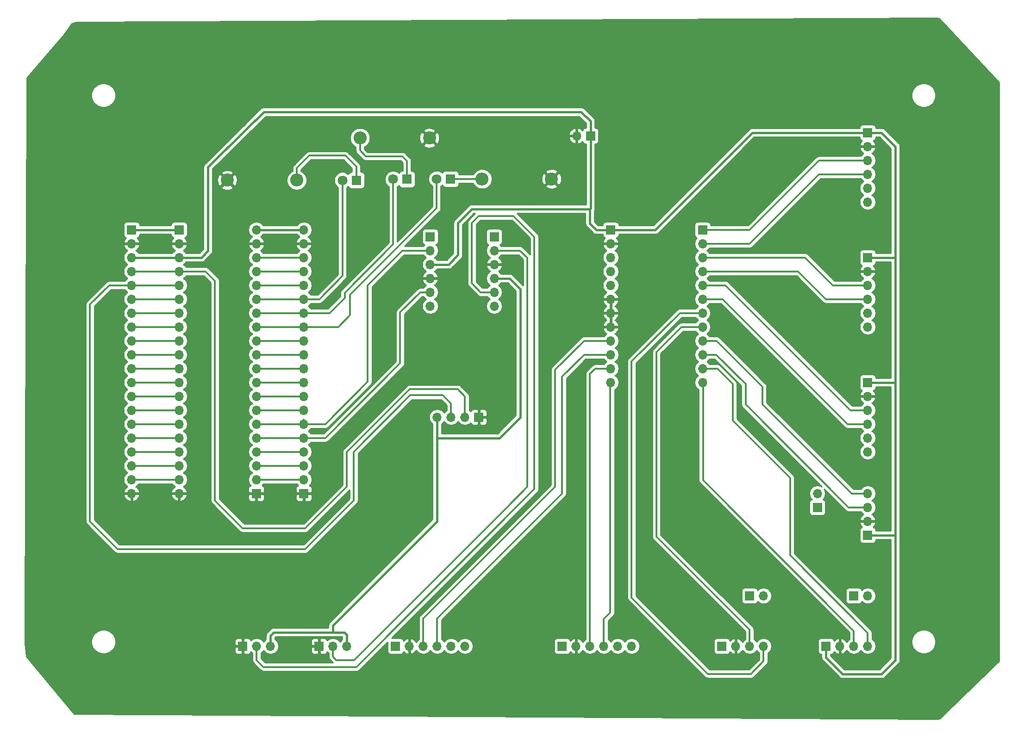
<source format=gbr>
%TF.GenerationSoftware,KiCad,Pcbnew,(5.1.9)-1*%
%TF.CreationDate,2021-08-03T11:56:42-05:00*%
%TF.ProjectId,prototipo_2,70726f74-6f74-4697-906f-5f322e6b6963,rev?*%
%TF.SameCoordinates,Original*%
%TF.FileFunction,Copper,L1,Top*%
%TF.FilePolarity,Positive*%
%FSLAX46Y46*%
G04 Gerber Fmt 4.6, Leading zero omitted, Abs format (unit mm)*
G04 Created by KiCad (PCBNEW (5.1.9)-1) date 2021-08-03 11:56:42*
%MOMM*%
%LPD*%
G01*
G04 APERTURE LIST*
%TA.AperFunction,ComponentPad*%
%ADD10O,1.700000X1.700000*%
%TD*%
%TA.AperFunction,ComponentPad*%
%ADD11R,1.700000X1.700000*%
%TD*%
%TA.AperFunction,ComponentPad*%
%ADD12O,2.400000X2.400000*%
%TD*%
%TA.AperFunction,ComponentPad*%
%ADD13C,2.400000*%
%TD*%
%TA.AperFunction,ComponentPad*%
%ADD14C,1.800000*%
%TD*%
%TA.AperFunction,ComponentPad*%
%ADD15R,1.800000X1.800000*%
%TD*%
%TA.AperFunction,Conductor*%
%ADD16C,0.300000*%
%TD*%
%TA.AperFunction,Conductor*%
%ADD17C,0.400000*%
%TD*%
%TA.AperFunction,Conductor*%
%ADD18C,0.254000*%
%TD*%
%TA.AperFunction,Conductor*%
%ADD19C,0.100000*%
%TD*%
G04 APERTURE END LIST*
D10*
%TO.P,Mux_izq1,12*%
%TO.N,/SC1*%
X165100000Y-97790000D03*
%TO.P,Mux_izq1,11*%
%TO.N,/SD1*%
X165100000Y-95250000D03*
%TO.P,Mux_izq1,10*%
%TO.N,/SC0*%
X165100000Y-92710000D03*
%TO.P,Mux_izq1,9*%
%TO.N,/SD0*%
X165100000Y-90170000D03*
%TO.P,Mux_izq1,8*%
%TO.N,GND*%
X165100000Y-87630000D03*
%TO.P,Mux_izq1,7*%
X165100000Y-85090000D03*
%TO.P,Mux_izq1,6*%
X165100000Y-82550000D03*
%TO.P,Mux_izq1,5*%
%TO.N,/RST*%
X165100000Y-80010000D03*
%TO.P,Mux_izq1,4*%
%TO.N,/SCL*%
X165100000Y-77470000D03*
%TO.P,Mux_izq1,3*%
%TO.N,/SDA*%
X165100000Y-74930000D03*
%TO.P,Mux_izq1,2*%
%TO.N,GND*%
X165100000Y-72390000D03*
D11*
%TO.P,Mux_izq1,1*%
%TO.N,+3V3*%
X165100000Y-69850000D03*
%TD*%
D10*
%TO.P,ALIMENTACION1,2*%
%TO.N,GND*%
X158851600Y-52666900D03*
D11*
%TO.P,ALIMENTACION1,1*%
%TO.N,+3V3*%
X161391600Y-52666900D03*
%TD*%
D10*
%TO.P,Widora_izq1,20*%
%TO.N,GND*%
X86160000Y-118110000D03*
%TO.P,Widora_izq1,19*%
%TO.N,/SDA*%
X86160000Y-115570000D03*
%TO.P,Widora_izq1,18*%
%TO.N,/TXD0*%
X86160000Y-113030000D03*
%TO.P,Widora_izq1,17*%
%TO.N,/RXD0*%
X86160000Y-110490000D03*
%TO.P,Widora_izq1,16*%
%TO.N,/SCL*%
X86160000Y-107950000D03*
%TO.P,Widora_izq1,15*%
%TO.N,/IO19*%
X86160000Y-105410000D03*
%TO.P,Widora_izq1,14*%
%TO.N,/IO23*%
X86160000Y-102870000D03*
%TO.P,Widora_izq1,13*%
%TO.N,/IO18*%
X86160000Y-100330000D03*
%TO.P,Widora_izq1,12*%
%TO.N,/IO5*%
X86160000Y-97790000D03*
%TO.P,Widora_izq1,11*%
%TO.N,/SPID*%
X86160000Y-95250000D03*
%TO.P,Widora_izq1,10*%
%TO.N,/SPIQ*%
X86160000Y-92710000D03*
%TO.P,Widora_izq1,9*%
%TO.N,/CLK*%
X86160000Y-90170000D03*
%TO.P,Widora_izq1,8*%
%TO.N,/CS0*%
X86160000Y-87630000D03*
%TO.P,Widora_izq1,7*%
%TO.N,/WP*%
X86160000Y-85090000D03*
%TO.P,Widora_izq1,6*%
%TO.N,/HD*%
X86160000Y-82550000D03*
%TO.P,Widora_izq1,5*%
%TO.N,/TX2*%
X86160000Y-80010000D03*
%TO.P,Widora_izq1,4*%
%TO.N,/RX2*%
X86160000Y-77470000D03*
%TO.P,Widora_izq1,3*%
%TO.N,+3V3*%
X86160000Y-74930000D03*
%TO.P,Widora_izq1,2*%
%TO.N,GND*%
X86160000Y-72390000D03*
D11*
%TO.P,Widora_izq1,1*%
%TO.N,+3V3*%
X86160000Y-69850000D03*
%TD*%
D10*
%TO.P,Widora_der1,20*%
%TO.N,+5V*%
X108970000Y-69850000D03*
%TO.P,Widora_der1,19*%
%TO.N,GND*%
X108970000Y-72390000D03*
%TO.P,Widora_der1,18*%
%TO.N,/IO4*%
X108970000Y-74930000D03*
%TO.P,Widora_der1,17*%
%TO.N,/IO0*%
X108970000Y-77470000D03*
%TO.P,Widora_der1,16*%
%TO.N,/IO2*%
X108970000Y-80010000D03*
%TO.P,Widora_der1,15*%
%TO.N,/IO15*%
X108970000Y-82550000D03*
%TO.P,Widora_der1,14*%
%TO.N,/IO13*%
X108970000Y-85090000D03*
%TO.P,Widora_der1,13*%
%TO.N,/IO12*%
X108970000Y-87630000D03*
%TO.P,Widora_der1,12*%
%TO.N,/IO14*%
X108970000Y-90170000D03*
%TO.P,Widora_der1,11*%
%TO.N,/IO27*%
X108970000Y-92710000D03*
%TO.P,Widora_der1,10*%
%TO.N,/IO26*%
X108970000Y-95250000D03*
%TO.P,Widora_der1,9*%
%TO.N,/IO25*%
X108970000Y-97790000D03*
%TO.P,Widora_der1,8*%
%TO.N,/IO33*%
X108970000Y-100330000D03*
%TO.P,Widora_der1,7*%
%TO.N,/IO32*%
X108970000Y-102870000D03*
%TO.P,Widora_der1,6*%
%TO.N,/RXO1*%
X108970000Y-105410000D03*
%TO.P,Widora_der1,5*%
%TO.N,/RXO2*%
X108970000Y-107950000D03*
%TO.P,Widora_der1,4*%
%TO.N,/PU*%
X108970000Y-110490000D03*
%TO.P,Widora_der1,3*%
%TO.N,/VN*%
X108970000Y-113030000D03*
%TO.P,Widora_der1,2*%
%TO.N,/VP*%
X108970000Y-115570000D03*
D11*
%TO.P,Widora_der1,1*%
%TO.N,GND*%
X108970000Y-118110000D03*
%TD*%
D10*
%TO.P,Widora_aux_izq1,20*%
%TO.N,GND*%
X77470000Y-118110000D03*
%TO.P,Widora_aux_izq1,19*%
%TO.N,/SDA*%
X77470000Y-115570000D03*
%TO.P,Widora_aux_izq1,18*%
%TO.N,/TXD0*%
X77470000Y-113030000D03*
%TO.P,Widora_aux_izq1,17*%
%TO.N,/RXD0*%
X77470000Y-110490000D03*
%TO.P,Widora_aux_izq1,16*%
%TO.N,/SCL*%
X77470000Y-107950000D03*
%TO.P,Widora_aux_izq1,15*%
%TO.N,/IO19*%
X77470000Y-105410000D03*
%TO.P,Widora_aux_izq1,14*%
%TO.N,/IO23*%
X77470000Y-102870000D03*
%TO.P,Widora_aux_izq1,13*%
%TO.N,/IO18*%
X77470000Y-100330000D03*
%TO.P,Widora_aux_izq1,12*%
%TO.N,/IO5*%
X77470000Y-97790000D03*
%TO.P,Widora_aux_izq1,11*%
%TO.N,/SPID*%
X77470000Y-95250000D03*
%TO.P,Widora_aux_izq1,10*%
%TO.N,/SPIQ*%
X77470000Y-92710000D03*
%TO.P,Widora_aux_izq1,9*%
%TO.N,/CLK*%
X77470000Y-90170000D03*
%TO.P,Widora_aux_izq1,8*%
%TO.N,/CS0*%
X77470000Y-87630000D03*
%TO.P,Widora_aux_izq1,7*%
%TO.N,/WP*%
X77470000Y-85090000D03*
%TO.P,Widora_aux_izq1,6*%
%TO.N,/HD*%
X77470000Y-82550000D03*
%TO.P,Widora_aux_izq1,5*%
%TO.N,/TX2*%
X77470000Y-80010000D03*
%TO.P,Widora_aux_izq1,4*%
%TO.N,/RX2*%
X77470000Y-77470000D03*
%TO.P,Widora_aux_izq1,3*%
%TO.N,+3V3*%
X77470000Y-74930000D03*
%TO.P,Widora_aux_izq1,2*%
%TO.N,GND*%
X77470000Y-72390000D03*
D11*
%TO.P,Widora_aux_izq1,1*%
%TO.N,+3V3*%
X77470000Y-69850000D03*
%TD*%
D10*
%TO.P,Widora_aux_der1,20*%
%TO.N,+5V*%
X100280000Y-69850000D03*
%TO.P,Widora_aux_der1,19*%
%TO.N,GND*%
X100280000Y-72390000D03*
%TO.P,Widora_aux_der1,18*%
%TO.N,/IO4*%
X100280000Y-74930000D03*
%TO.P,Widora_aux_der1,17*%
%TO.N,/IO0*%
X100280000Y-77470000D03*
%TO.P,Widora_aux_der1,16*%
%TO.N,/IO2*%
X100280000Y-80010000D03*
%TO.P,Widora_aux_der1,15*%
%TO.N,/IO15*%
X100280000Y-82550000D03*
%TO.P,Widora_aux_der1,14*%
%TO.N,/IO13*%
X100280000Y-85090000D03*
%TO.P,Widora_aux_der1,13*%
%TO.N,/IO12*%
X100280000Y-87630000D03*
%TO.P,Widora_aux_der1,12*%
%TO.N,/IO14*%
X100280000Y-90170000D03*
%TO.P,Widora_aux_der1,11*%
%TO.N,/IO27*%
X100280000Y-92710000D03*
%TO.P,Widora_aux_der1,10*%
%TO.N,/IO26*%
X100280000Y-95250000D03*
%TO.P,Widora_aux_der1,9*%
%TO.N,/IO25*%
X100280000Y-97790000D03*
%TO.P,Widora_aux_der1,8*%
%TO.N,/IO33*%
X100280000Y-100330000D03*
%TO.P,Widora_aux_der1,7*%
%TO.N,/IO32*%
X100280000Y-102870000D03*
%TO.P,Widora_aux_der1,6*%
%TO.N,/RXO1*%
X100280000Y-105410000D03*
%TO.P,Widora_aux_der1,5*%
%TO.N,/RXO2*%
X100280000Y-107950000D03*
%TO.P,Widora_aux_der1,4*%
%TO.N,/PU*%
X100280000Y-110490000D03*
%TO.P,Widora_aux_der1,3*%
%TO.N,/VN*%
X100280000Y-113030000D03*
%TO.P,Widora_aux_der1,2*%
%TO.N,/VP*%
X100280000Y-115570000D03*
D11*
%TO.P,Widora_aux_der1,1*%
%TO.N,GND*%
X100280000Y-118110000D03*
%TD*%
D10*
%TO.P,Vel_traser1,3*%
%TO.N,+5V*%
X116840000Y-146050000D03*
%TO.P,Vel_traser1,2*%
%TO.N,/RXI2*%
X114300000Y-146050000D03*
D11*
%TO.P,Vel_traser1,1*%
%TO.N,GND*%
X111760000Y-146050000D03*
%TD*%
D10*
%TO.P,Vel_delant1,3*%
%TO.N,+5V*%
X102870000Y-146050000D03*
%TO.P,Vel_delant1,2*%
%TO.N,/RXI1*%
X100330000Y-146050000D03*
D11*
%TO.P,Vel_delant1,1*%
%TO.N,GND*%
X97790000Y-146050000D03*
%TD*%
D12*
%TO.P,R3,2*%
%TO.N,Net-(D3-Pad1)*%
X141566900Y-60553600D03*
D13*
%TO.P,R3,1*%
%TO.N,GND*%
X154266900Y-60553600D03*
%TD*%
D12*
%TO.P,R2,2*%
%TO.N,Net-(D2-Pad1)*%
X119240300Y-53060600D03*
D13*
%TO.P,R2,1*%
%TO.N,GND*%
X131940300Y-53060600D03*
%TD*%
D12*
%TO.P,R1,2*%
%TO.N,Net-(D1-Pad1)*%
X107657900Y-60782200D03*
D13*
%TO.P,R1,1*%
%TO.N,GND*%
X94957900Y-60782200D03*
%TD*%
D10*
%TO.P,Mux_der1,12*%
%TO.N,/SC7*%
X181880000Y-97790000D03*
%TO.P,Mux_der1,11*%
%TO.N,/SD7*%
X181880000Y-95250000D03*
%TO.P,Mux_der1,10*%
%TO.N,/SC6*%
X181880000Y-92710000D03*
%TO.P,Mux_der1,9*%
%TO.N,/SD6*%
X181880000Y-90170000D03*
%TO.P,Mux_der1,8*%
%TO.N,/SC5*%
X181880000Y-87630000D03*
%TO.P,Mux_der1,7*%
%TO.N,/SD5*%
X181880000Y-85090000D03*
%TO.P,Mux_der1,6*%
%TO.N,/SC4*%
X181880000Y-82550000D03*
%TO.P,Mux_der1,5*%
%TO.N,/SD4*%
X181880000Y-80010000D03*
%TO.P,Mux_der1,4*%
%TO.N,/SC3*%
X181880000Y-77470000D03*
%TO.P,Mux_der1,3*%
%TO.N,/SD3*%
X181880000Y-74930000D03*
%TO.P,Mux_der1,2*%
%TO.N,/SC2*%
X181880000Y-72390000D03*
D11*
%TO.P,Mux_der1,1*%
%TO.N,/SD2*%
X181880000Y-69850000D03*
%TD*%
D10*
%TO.P,Laser_amort_izq1,4*%
%TO.N,/SD5*%
X193040000Y-146050000D03*
%TO.P,Laser_amort_izq1,3*%
%TO.N,/SC5*%
X190500000Y-146050000D03*
%TO.P,Laser_amort_izq1,2*%
%TO.N,GND*%
X187960000Y-146050000D03*
D11*
%TO.P,Laser_amort_izq1,1*%
%TO.N,+3V3*%
X185420000Y-146050000D03*
%TD*%
D10*
%TO.P,Laser_amort_der1,4*%
%TO.N,/SD6*%
X212090000Y-118110000D03*
%TO.P,Laser_amort_der1,3*%
%TO.N,/SC6*%
X212090000Y-120650000D03*
%TO.P,Laser_amort_der1,2*%
%TO.N,GND*%
X212090000Y-123190000D03*
D11*
%TO.P,Laser_amort_der1,1*%
%TO.N,+3V3*%
X212090000Y-125730000D03*
%TD*%
D10*
%TO.P,Laser_amor_delant1,4*%
%TO.N,/SD7*%
X212090000Y-146050000D03*
%TO.P,Laser_amor_delant1,3*%
%TO.N,/SC7*%
X209550000Y-146050000D03*
%TO.P,Laser_amor_delant1,2*%
%TO.N,GND*%
X207010000Y-146050000D03*
D11*
%TO.P,Laser_amor_delant1,1*%
%TO.N,+3V3*%
X204470000Y-146050000D03*
%TD*%
D10*
%TO.P,J14,2*%
%TO.N,/X6*%
X202880000Y-118110000D03*
D11*
%TO.P,J14,1*%
%TO.N,/G6*%
X202880000Y-120650000D03*
%TD*%
D10*
%TO.P,J13,2*%
%TO.N,/X7*%
X193040000Y-136840000D03*
D11*
%TO.P,J13,1*%
%TO.N,/G7*%
X190500000Y-136840000D03*
%TD*%
D10*
%TO.P,J12,2*%
%TO.N,/X5*%
X212090000Y-136840000D03*
D11*
%TO.P,J12,1*%
%TO.N,/G5*%
X209550000Y-136840000D03*
%TD*%
D10*
%TO.P,IMU4,6*%
%TO.N,/FSYNC4*%
X212090000Y-110490000D03*
%TO.P,IMU4,5*%
%TO.N,/INT4*%
X212090000Y-107950000D03*
%TO.P,IMU4,4*%
%TO.N,/SC4*%
X212090000Y-105410000D03*
%TO.P,IMU4,3*%
%TO.N,/SD4*%
X212090000Y-102870000D03*
%TO.P,IMU4,2*%
%TO.N,GND*%
X212090000Y-100330000D03*
D11*
%TO.P,IMU4,1*%
%TO.N,+3V3*%
X212090000Y-97790000D03*
%TD*%
D10*
%TO.P,IMU3,6*%
%TO.N,/FSYNC3*%
X212090000Y-87630000D03*
%TO.P,IMU3,5*%
%TO.N,/INT3*%
X212090000Y-85090000D03*
%TO.P,IMU3,4*%
%TO.N,/SC3*%
X212090000Y-82550000D03*
%TO.P,IMU3,3*%
%TO.N,/SD3*%
X212090000Y-80010000D03*
%TO.P,IMU3,2*%
%TO.N,GND*%
X212090000Y-77470000D03*
D11*
%TO.P,IMU3,1*%
%TO.N,+3V3*%
X212090000Y-74930000D03*
%TD*%
D10*
%TO.P,IMU2,6*%
%TO.N,/FSYNC2*%
X212090000Y-64770000D03*
%TO.P,IMU2,5*%
%TO.N,/INT2*%
X212090000Y-62230000D03*
%TO.P,IMU2,4*%
%TO.N,/SC2*%
X212090000Y-59690000D03*
%TO.P,IMU2,3*%
%TO.N,/SD2*%
X212090000Y-57150000D03*
%TO.P,IMU2,2*%
%TO.N,GND*%
X212090000Y-54610000D03*
D11*
%TO.P,IMU2,1*%
%TO.N,+3V3*%
X212090000Y-52070000D03*
%TD*%
D10*
%TO.P,IMU1,6*%
%TO.N,/FSYNC1*%
X168910000Y-146050000D03*
%TO.P,IMU1,5*%
%TO.N,/INT1*%
X166370000Y-146050000D03*
%TO.P,IMU1,4*%
%TO.N,/SC1*%
X163830000Y-146050000D03*
%TO.P,IMU1,3*%
%TO.N,/SD1*%
X161290000Y-146050000D03*
%TO.P,IMU1,2*%
%TO.N,GND*%
X158750000Y-146050000D03*
D11*
%TO.P,IMU1,1*%
%TO.N,+3V3*%
X156210000Y-146050000D03*
%TD*%
D10*
%TO.P,IMU0,6*%
%TO.N,/FSYNC0*%
X138430000Y-146050000D03*
%TO.P,IMU0,5*%
%TO.N,/INT0*%
X135890000Y-146050000D03*
%TO.P,IMU0,4*%
%TO.N,/SC0*%
X133350000Y-146050000D03*
%TO.P,IMU0,3*%
%TO.N,/SD0*%
X130810000Y-146050000D03*
%TO.P,IMU0,2*%
%TO.N,GND*%
X128270000Y-146050000D03*
D11*
%TO.P,IMU0,1*%
%TO.N,+3V3*%
X125730000Y-146050000D03*
%TD*%
%TO.P,GPS1,1*%
%TO.N,GND*%
X140970000Y-104140000D03*
D10*
%TO.P,GPS1,2*%
%TO.N,/RX2*%
X138430000Y-104140000D03*
%TO.P,GPS1,3*%
%TO.N,/TX2*%
X135890000Y-104140000D03*
%TO.P,GPS1,4*%
%TO.N,+5V*%
X133350000Y-104140000D03*
%TD*%
D14*
%TO.P,D3,2*%
%TO.N,/IO12*%
X133248400Y-60553600D03*
D15*
%TO.P,D3,1*%
%TO.N,Net-(D3-Pad1)*%
X135788400Y-60553600D03*
%TD*%
D14*
%TO.P,D2,2*%
%TO.N,/IO13*%
X125272800Y-60617100D03*
D15*
%TO.P,D2,1*%
%TO.N,Net-(D2-Pad1)*%
X127812800Y-60617100D03*
%TD*%
D14*
%TO.P,D1,2*%
%TO.N,/IO15*%
X116027200Y-60794900D03*
D15*
%TO.P,D1,1*%
%TO.N,Net-(D1-Pad1)*%
X118567200Y-60794900D03*
%TD*%
D10*
%TO.P,Conv_lvl_izq1,6*%
%TO.N,/TXI2*%
X132080000Y-83820000D03*
%TO.P,Conv_lvl_izq1,5*%
%TO.N,/RXO2*%
X132080000Y-81280000D03*
%TO.P,Conv_lvl_izq1,4*%
%TO.N,GND*%
X132080000Y-78740000D03*
%TO.P,Conv_lvl_izq1,3*%
%TO.N,+3V3*%
X132080000Y-76200000D03*
%TO.P,Conv_lvl_izq1,2*%
%TO.N,/RXO1*%
X132080000Y-73660000D03*
D11*
%TO.P,Conv_lvl_izq1,1*%
%TO.N,/TXI1*%
X132080000Y-71120000D03*
%TD*%
D10*
%TO.P,Conv_lvl_der1,6*%
%TO.N,/TXO1*%
X143780000Y-83820000D03*
%TO.P,Conv_lvl_der1,5*%
%TO.N,/RXI1*%
X143780000Y-81280000D03*
%TO.P,Conv_lvl_der1,4*%
%TO.N,+5V*%
X143780000Y-78740000D03*
%TO.P,Conv_lvl_der1,3*%
%TO.N,GND*%
X143780000Y-76200000D03*
%TO.P,Conv_lvl_der1,2*%
%TO.N,/RXI2*%
X143780000Y-73660000D03*
D11*
%TO.P,Conv_lvl_der1,1*%
%TO.N,/TXO2*%
X143780000Y-71120000D03*
%TD*%
D16*
%TO.N,Net-(D1-Pad1)*%
X107657900Y-60782200D02*
X107657900Y-58585100D01*
X107657900Y-58585100D02*
X109969300Y-56273700D01*
X109969300Y-56273700D02*
X116522500Y-56273700D01*
X118567200Y-58318400D02*
X118567200Y-60794900D01*
X116522500Y-56273700D02*
X118567200Y-58318400D01*
%TO.N,/IO15*%
X100530000Y-82550000D02*
X109220000Y-82550000D01*
X116027200Y-60794900D02*
X116027200Y-78308200D01*
X111785400Y-82550000D02*
X108970000Y-82550000D01*
X116027200Y-78308200D02*
X111785400Y-82550000D01*
%TO.N,/IO13*%
X100530000Y-85090000D02*
X109220000Y-85090000D01*
X110451900Y-85090000D02*
X108970000Y-85090000D01*
X113677700Y-85090000D02*
X110451900Y-85090000D01*
X116433600Y-82334100D02*
X113677700Y-85090000D01*
X116433600Y-81381600D02*
X116433600Y-82334100D01*
X125272800Y-72542400D02*
X116433600Y-81381600D01*
X125272800Y-60617100D02*
X125272800Y-72542400D01*
%TO.N,Net-(D2-Pad1)*%
X119240300Y-53060600D02*
X119240300Y-55359300D01*
X119240300Y-55359300D02*
X120294400Y-56413400D01*
X120294400Y-56413400D02*
X126974600Y-56413400D01*
X127812800Y-57251600D02*
X127812800Y-60617100D01*
X126974600Y-56413400D02*
X127812800Y-57251600D01*
%TO.N,Net-(D3-Pad1)*%
X141566900Y-60553600D02*
X135788400Y-60553600D01*
%TO.N,/IO12*%
X100530000Y-87630000D02*
X109220000Y-87630000D01*
X133248400Y-60553600D02*
X133248400Y-65913000D01*
X133248400Y-65913000D02*
X117436900Y-81724500D01*
X117436900Y-81724500D02*
X117436900Y-85509100D01*
X115316000Y-87630000D02*
X108970000Y-87630000D01*
X117436900Y-85509100D02*
X115316000Y-87630000D01*
%TO.N,/RXO1*%
X109220000Y-105410000D02*
X100530000Y-105410000D01*
X108970000Y-104609002D02*
X108970000Y-105410000D01*
X127000000Y-73660000D02*
X132080000Y-73660000D01*
X120650000Y-80010000D02*
X127000000Y-73660000D01*
X120650000Y-97675700D02*
X120650000Y-80010000D01*
X112915700Y-105410000D02*
X120650000Y-97675700D01*
X108970000Y-105410000D02*
X112915700Y-105410000D01*
D17*
%TO.N,+3V3*%
X86160000Y-69850000D02*
X77470000Y-69850000D01*
X77470000Y-74930000D02*
X86160000Y-74930000D01*
X165100000Y-69850000D02*
X173215300Y-69850000D01*
X190995300Y-52070000D02*
X212090000Y-52070000D01*
X173215300Y-69850000D02*
X190995300Y-52070000D01*
X161290000Y-66040000D02*
X161290000Y-68694300D01*
X162445700Y-69850000D02*
X165100000Y-69850000D01*
X161290000Y-68694300D02*
X162445700Y-69850000D01*
X139700000Y-66040000D02*
X161290000Y-66040000D01*
X137160000Y-74485500D02*
X137160000Y-68580000D01*
X135445500Y-76200000D02*
X137160000Y-74485500D01*
X137160000Y-68580000D02*
X139700000Y-66040000D01*
X132080000Y-76200000D02*
X135445500Y-76200000D01*
X161391600Y-65938400D02*
X161290000Y-66040000D01*
X161391600Y-52666900D02*
X161391600Y-65938400D01*
X161391600Y-49974500D02*
X161391600Y-52666900D01*
X159689800Y-48272700D02*
X161391600Y-49974500D01*
X98311701Y-51535599D02*
X98362501Y-51535599D01*
X101625400Y-48272700D02*
X159689800Y-48272700D01*
X91440000Y-58407300D02*
X98311701Y-51535599D01*
X91440000Y-73698100D02*
X91440000Y-58407300D01*
X90208100Y-74930000D02*
X91440000Y-73698100D01*
X98362501Y-51535599D02*
X101625400Y-48272700D01*
X86160000Y-74930000D02*
X90208100Y-74930000D01*
X217106500Y-97790000D02*
X217170000Y-97853500D01*
X212090000Y-97790000D02*
X217106500Y-97790000D01*
X217170000Y-123926600D02*
X217170000Y-97853500D01*
X214630000Y-151130000D02*
X217170000Y-148590000D01*
X207505300Y-151130000D02*
X214630000Y-151130000D01*
X204470000Y-148094700D02*
X207505300Y-151130000D01*
X204470000Y-146050000D02*
X204470000Y-148094700D01*
X217106500Y-125730000D02*
X217170000Y-125666500D01*
X212090000Y-125730000D02*
X217106500Y-125730000D01*
X217170000Y-125666500D02*
X217170000Y-123926600D01*
X217170000Y-148590000D02*
X217170000Y-125666500D01*
X217170000Y-77152500D02*
X217170000Y-97853500D01*
X214630000Y-52070000D02*
X217170000Y-54610000D01*
X212090000Y-52070000D02*
X214630000Y-52070000D01*
X217119200Y-74930000D02*
X217170000Y-74980800D01*
X212090000Y-74930000D02*
X217119200Y-74930000D01*
X217170000Y-74980800D02*
X217170000Y-77152500D01*
X217170000Y-54610000D02*
X217170000Y-74980800D01*
%TO.N,GND*%
X86160000Y-72390000D02*
X77470000Y-72390000D01*
X86160000Y-118110000D02*
X77470000Y-118110000D01*
X109220000Y-118110000D02*
X100530000Y-118110000D01*
X100530000Y-72390000D02*
X109220000Y-72390000D01*
D16*
%TO.N,/RXO2*%
X109220000Y-107950000D02*
X100530000Y-107950000D01*
X132080000Y-81280000D02*
X130289300Y-81280000D01*
X130289300Y-81280000D02*
X126580900Y-84988400D01*
X126580900Y-84988400D02*
X126580900Y-94272100D01*
X112903000Y-107950000D02*
X108970000Y-107950000D01*
X126580900Y-94272100D02*
X112903000Y-107950000D01*
%TO.N,/RXI1*%
X101600000Y-149860000D02*
X100330000Y-148590000D01*
X147320000Y-67310000D02*
X151130000Y-71120000D01*
X100330000Y-148590000D02*
X100330000Y-146050000D01*
X140970000Y-67310000D02*
X147320000Y-67310000D01*
X139700000Y-79667100D02*
X139700000Y-68580000D01*
X141312900Y-81280000D02*
X139700000Y-79667100D01*
X139700000Y-68580000D02*
X140970000Y-67310000D01*
X143780000Y-81280000D02*
X141312900Y-81280000D01*
X118071900Y-149860000D02*
X118605300Y-149860000D01*
X118605300Y-149860000D02*
X151130000Y-117335300D01*
X151130000Y-71120000D02*
X151130000Y-117335300D01*
X118071900Y-149860000D02*
X101600000Y-149860000D01*
D17*
%TO.N,+5V*%
X100530000Y-69850000D02*
X109220000Y-69850000D01*
X114300000Y-143510000D02*
X114300000Y-142240000D01*
X114300000Y-142240000D02*
X133350000Y-123190000D01*
X114300000Y-143510000D02*
X116395500Y-143510000D01*
X116840000Y-143954500D02*
X116840000Y-146050000D01*
X116395500Y-143510000D02*
X116840000Y-143954500D01*
X105410000Y-143510000D02*
X114300000Y-143510000D01*
X133350000Y-106172000D02*
X133350000Y-104140000D01*
X105410000Y-143510000D02*
X103466900Y-143510000D01*
X102870000Y-144106900D02*
X102870000Y-146050000D01*
X103466900Y-143510000D02*
X102870000Y-144106900D01*
X133400800Y-107950000D02*
X133350000Y-108000800D01*
X144780000Y-107950000D02*
X133400800Y-107950000D01*
X148590000Y-104140000D02*
X144780000Y-107950000D01*
X148590000Y-80733900D02*
X148590000Y-104140000D01*
X146596100Y-78740000D02*
X148590000Y-80733900D01*
X133350000Y-108000800D02*
X133350000Y-106172000D01*
X143780000Y-78740000D02*
X146596100Y-78740000D01*
X133350000Y-123190000D02*
X133350000Y-108000800D01*
D16*
%TO.N,/RXI2*%
X143780000Y-73660000D02*
X148513800Y-73660000D01*
X148513800Y-73660000D02*
X149834600Y-74980800D01*
X149834600Y-74980800D02*
X149834600Y-78308200D01*
X149834600Y-78308200D02*
X149860000Y-78333600D01*
X149860000Y-80048100D02*
X149860000Y-79740000D01*
X149860000Y-78333600D02*
X149860000Y-80048100D01*
X114300000Y-147993100D02*
X114300000Y-146050000D01*
X114896900Y-148590000D02*
X114300000Y-147993100D01*
X114896900Y-148590000D02*
X118186200Y-148590000D01*
X118186200Y-148590000D02*
X146100800Y-120675400D01*
X146100800Y-120675400D02*
X149860000Y-116916200D01*
X149860000Y-80048100D02*
X149860000Y-116916200D01*
%TO.N,/RX2*%
X77470000Y-77470000D02*
X86160000Y-77470000D01*
X86160000Y-78270998D02*
X86160000Y-77470000D01*
X119430800Y-107899200D02*
X119456200Y-107899200D01*
X138430000Y-100342700D02*
X138430000Y-104140000D01*
X116840000Y-110490000D02*
X119430800Y-107899200D01*
X116840000Y-116840000D02*
X116840000Y-110490000D01*
X109220000Y-124460000D02*
X116840000Y-116840000D01*
X137096500Y-99009200D02*
X138430000Y-100342700D01*
X97790000Y-124460000D02*
X109220000Y-124460000D01*
X128346200Y-99009200D02*
X137096500Y-99009200D01*
X92710000Y-119380000D02*
X97790000Y-124460000D01*
X119456200Y-107899200D02*
X128346200Y-99009200D01*
X92710000Y-79184500D02*
X92710000Y-119380000D01*
X90995500Y-77470000D02*
X92710000Y-79184500D01*
X86160000Y-77470000D02*
X90995500Y-77470000D01*
%TO.N,/TX2*%
X86160000Y-80010000D02*
X77470000Y-80010000D01*
X135890000Y-101676200D02*
X135890000Y-104140000D01*
X134366000Y-100152200D02*
X135890000Y-101676200D01*
X128447800Y-100152200D02*
X134366000Y-100152200D01*
X118110000Y-110490000D02*
X128447800Y-100152200D01*
X118110000Y-119380000D02*
X118110000Y-110490000D01*
X74930000Y-128270000D02*
X109220000Y-128270000D01*
X69850000Y-123190000D02*
X74930000Y-128270000D01*
X109220000Y-128270000D02*
X118110000Y-119380000D01*
X69850000Y-83515200D02*
X69850000Y-123190000D01*
X73355200Y-80010000D02*
X69850000Y-83515200D01*
X77470000Y-80010000D02*
X73355200Y-80010000D01*
%TO.N,/SDA*%
X86160000Y-115570000D02*
X77470000Y-115570000D01*
%TO.N,/TXD0*%
X86160000Y-113030000D02*
X77470000Y-113030000D01*
%TO.N,/RXD0*%
X86160000Y-110490000D02*
X77470000Y-110490000D01*
%TO.N,/SCL*%
X86160000Y-107950000D02*
X77470000Y-107950000D01*
%TO.N,/IO19*%
X86160000Y-105410000D02*
X77470000Y-105410000D01*
%TO.N,/IO23*%
X86160000Y-102870000D02*
X77470000Y-102870000D01*
%TO.N,/IO18*%
X86160000Y-100330000D02*
X77470000Y-100330000D01*
%TO.N,/IO5*%
X86160000Y-97790000D02*
X77470000Y-97790000D01*
%TO.N,/SPID*%
X77470000Y-95250000D02*
X86160000Y-95250000D01*
%TO.N,/SPIQ*%
X86160000Y-92710000D02*
X77470000Y-92710000D01*
%TO.N,/CLK*%
X86160000Y-90170000D02*
X77470000Y-90170000D01*
%TO.N,/CS0*%
X86160000Y-87630000D02*
X77470000Y-87630000D01*
%TO.N,/WP*%
X86160000Y-85090000D02*
X77470000Y-85090000D01*
%TO.N,/HD*%
X86160000Y-82550000D02*
X77470000Y-82550000D01*
%TO.N,/VP*%
X109220000Y-115570000D02*
X100530000Y-115570000D01*
%TO.N,/VN*%
X109220000Y-113030000D02*
X100530000Y-113030000D01*
%TO.N,/PU*%
X109220000Y-110490000D02*
X100530000Y-110490000D01*
%TO.N,/IO32*%
X100530000Y-102870000D02*
X109220000Y-102870000D01*
%TO.N,/IO33*%
X100530000Y-100330000D02*
X109220000Y-100330000D01*
%TO.N,/IO25*%
X100530000Y-97790000D02*
X109220000Y-97790000D01*
%TO.N,/IO26*%
X100530000Y-95250000D02*
X109220000Y-95250000D01*
%TO.N,/IO27*%
X100530000Y-92710000D02*
X109220000Y-92710000D01*
%TO.N,/IO14*%
X109220000Y-90170000D02*
X100530000Y-90170000D01*
%TO.N,/IO2*%
X100530000Y-80010000D02*
X109220000Y-80010000D01*
%TO.N,/IO0*%
X100530000Y-77470000D02*
X109220000Y-77470000D01*
%TO.N,/IO4*%
X100530000Y-74930000D02*
X109220000Y-74930000D01*
%TO.N,/SD0*%
X165100000Y-90970998D02*
X165100000Y-90170000D01*
X160248600Y-90170000D02*
X165100000Y-90170000D01*
X154940000Y-95478600D02*
X160248600Y-90170000D01*
X154940000Y-116840000D02*
X154940000Y-95478600D01*
X130810000Y-140970000D02*
X154940000Y-116840000D01*
X130810000Y-146050000D02*
X130810000Y-140970000D01*
%TO.N,/SC0*%
X160210500Y-92710000D02*
X165100000Y-92710000D01*
X156210000Y-96710500D02*
X160210500Y-92710000D01*
X156210000Y-118110000D02*
X156210000Y-96710500D01*
X133350000Y-140970000D02*
X156210000Y-118110000D01*
X133350000Y-146050000D02*
X133350000Y-140970000D01*
%TO.N,/SD1*%
X162280600Y-95250000D02*
X165100000Y-95250000D01*
X161290000Y-96240600D02*
X162280600Y-95250000D01*
X161290000Y-146050000D02*
X161290000Y-96240600D01*
%TO.N,/SC1*%
X163830000Y-141135100D02*
X163830000Y-146050000D01*
X165023800Y-139941300D02*
X163830000Y-141135100D01*
X165023800Y-97866200D02*
X165100000Y-97790000D01*
X165023800Y-139941300D02*
X165023800Y-97866200D01*
%TO.N,/SD5*%
X193040000Y-148833840D02*
X193040000Y-146050000D01*
X190743840Y-151130000D02*
X193040000Y-148833840D01*
X168910000Y-137160000D02*
X182880000Y-151130000D01*
X168910000Y-93936820D02*
X168910000Y-137160000D01*
X182880000Y-151130000D02*
X190743840Y-151130000D01*
X177756820Y-85090000D02*
X168910000Y-93936820D01*
X181880000Y-85090000D02*
X177756820Y-85090000D01*
%TO.N,/SC5*%
X181880000Y-88430998D02*
X181880000Y-87630000D01*
X190500000Y-143040100D02*
X190500000Y-146050000D01*
X173464220Y-126004320D02*
X190500000Y-143040100D01*
X178038760Y-87630000D02*
X173464220Y-92204540D01*
X173464220Y-92204540D02*
X173464220Y-126004320D01*
X181880000Y-87630000D02*
X178038760Y-87630000D01*
%TO.N,/SC6*%
X184391300Y-92710000D02*
X181880000Y-92710000D01*
X189763400Y-98082100D02*
X184391300Y-92710000D01*
X189763400Y-101828600D02*
X189763400Y-98082100D01*
X208584800Y-120650000D02*
X189763400Y-101828600D01*
X212090000Y-120650000D02*
X208584800Y-120650000D01*
%TO.N,/SD6*%
X184454800Y-90170000D02*
X181880000Y-90170000D01*
X192849500Y-98564700D02*
X184454800Y-90170000D01*
X192849500Y-101790500D02*
X192849500Y-98564700D01*
X209169000Y-118110000D02*
X192849500Y-101790500D01*
X212090000Y-118110000D02*
X209169000Y-118110000D01*
%TO.N,/SD7*%
X197891400Y-129400300D02*
X212090000Y-143598900D01*
X197891400Y-115252500D02*
X197891400Y-129400300D01*
X212090000Y-143598900D02*
X212090000Y-146050000D01*
X187388500Y-104749600D02*
X197891400Y-115252500D01*
X187388500Y-98044000D02*
X187388500Y-104749600D01*
X184594500Y-95250000D02*
X187388500Y-98044000D01*
X181880000Y-95250000D02*
X184594500Y-95250000D01*
%TO.N,/SC7*%
X209550000Y-146050000D02*
X209550000Y-143256000D01*
X209550000Y-143256000D02*
X181981600Y-115687600D01*
X181965600Y-97748600D02*
X181965600Y-115646200D01*
%TO.N,/SC4*%
X181880000Y-82550000D02*
X185547000Y-82550000D01*
X208407000Y-105410000D02*
X212090000Y-105410000D01*
X185547000Y-82550000D02*
X208407000Y-105410000D01*
%TO.N,/SD4*%
X212090000Y-102870000D02*
X208965800Y-102870000D01*
X186105800Y-80010000D02*
X181880000Y-80010000D01*
X208965800Y-102870000D02*
X186105800Y-80010000D01*
%TO.N,/SC3*%
X199390000Y-77470000D02*
X181880000Y-77470000D01*
X204470000Y-82550000D02*
X199390000Y-77470000D01*
X212090000Y-82550000D02*
X204470000Y-82550000D01*
%TO.N,/SD3*%
X212090000Y-80010000D02*
X205740000Y-80010000D01*
X200660000Y-74930000D02*
X181880000Y-74930000D01*
X205740000Y-80010000D02*
X200660000Y-74930000D01*
%TO.N,/SC2*%
X212090000Y-59690000D02*
X203200000Y-59690000D01*
X203200000Y-59690000D02*
X190500000Y-72390000D01*
X190500000Y-72390000D02*
X181880000Y-72390000D01*
%TO.N,/SD2*%
X212090000Y-57150000D02*
X203200000Y-57150000D01*
X190500000Y-69850000D02*
X181880000Y-69850000D01*
X203200000Y-57150000D02*
X190500000Y-69850000D01*
%TD*%
D18*
%TO.N,GND*%
X225142820Y-31196854D02*
X236112035Y-42843026D01*
X236080316Y-148764927D01*
X225278094Y-159266740D01*
X224851525Y-159344645D01*
X66925709Y-158445541D01*
X58249068Y-147911364D01*
X58100304Y-147096812D01*
X57984804Y-145612697D01*
X57982157Y-145410459D01*
X57983296Y-145031422D01*
X70100738Y-145031422D01*
X70100738Y-145468578D01*
X70186023Y-145897335D01*
X70353316Y-146301215D01*
X70596187Y-146664697D01*
X70905303Y-146973813D01*
X71268785Y-147216684D01*
X71672665Y-147383977D01*
X72101422Y-147469262D01*
X72538578Y-147469262D01*
X72967335Y-147383977D01*
X73371215Y-147216684D01*
X73734697Y-146973813D01*
X73808510Y-146900000D01*
X96301928Y-146900000D01*
X96314188Y-147024482D01*
X96350498Y-147144180D01*
X96409463Y-147254494D01*
X96488815Y-147351185D01*
X96585506Y-147430537D01*
X96695820Y-147489502D01*
X96815518Y-147525812D01*
X96940000Y-147538072D01*
X97504250Y-147535000D01*
X97663000Y-147376250D01*
X97663000Y-146177000D01*
X96463750Y-146177000D01*
X96305000Y-146335750D01*
X96301928Y-146900000D01*
X73808510Y-146900000D01*
X74043813Y-146664697D01*
X74286684Y-146301215D01*
X74453977Y-145897335D01*
X74539262Y-145468578D01*
X74539262Y-145200000D01*
X96301928Y-145200000D01*
X96305000Y-145764250D01*
X96463750Y-145923000D01*
X97663000Y-145923000D01*
X97663000Y-144723750D01*
X97504250Y-144565000D01*
X96940000Y-144561928D01*
X96815518Y-144574188D01*
X96695820Y-144610498D01*
X96585506Y-144669463D01*
X96488815Y-144748815D01*
X96409463Y-144845506D01*
X96350498Y-144955820D01*
X96314188Y-145075518D01*
X96301928Y-145200000D01*
X74539262Y-145200000D01*
X74539262Y-145031422D01*
X74453977Y-144602665D01*
X74286684Y-144198785D01*
X74043813Y-143835303D01*
X73734697Y-143526187D01*
X73371215Y-143283316D01*
X72967335Y-143116023D01*
X72538578Y-143030738D01*
X72101422Y-143030738D01*
X71672665Y-143116023D01*
X71268785Y-143283316D01*
X70905303Y-143526187D01*
X70596187Y-143835303D01*
X70353316Y-144198785D01*
X70186023Y-144602665D01*
X70100738Y-145031422D01*
X57983296Y-145031422D01*
X58168207Y-83515200D01*
X69061203Y-83515200D01*
X69065000Y-83553753D01*
X69065001Y-123151437D01*
X69061203Y-123190000D01*
X69076359Y-123343886D01*
X69121246Y-123491859D01*
X69121247Y-123491860D01*
X69194139Y-123628233D01*
X69217046Y-123656145D01*
X69267655Y-123717812D01*
X69267659Y-123717816D01*
X69292237Y-123747764D01*
X69322185Y-123772342D01*
X74347658Y-128797816D01*
X74372236Y-128827764D01*
X74402184Y-128852342D01*
X74402187Y-128852345D01*
X74431559Y-128876450D01*
X74491767Y-128925862D01*
X74628140Y-128998754D01*
X74776113Y-129043642D01*
X74851026Y-129051020D01*
X74891439Y-129055000D01*
X74891444Y-129055000D01*
X74930000Y-129058797D01*
X74968556Y-129055000D01*
X109181447Y-129055000D01*
X109220000Y-129058797D01*
X109258553Y-129055000D01*
X109258561Y-129055000D01*
X109373887Y-129043641D01*
X109521860Y-128998754D01*
X109658233Y-128925862D01*
X109777764Y-128827764D01*
X109802347Y-128797810D01*
X118637811Y-119962346D01*
X118667764Y-119937764D01*
X118765862Y-119818233D01*
X118838754Y-119681860D01*
X118867890Y-119585812D01*
X118883642Y-119533887D01*
X118892346Y-119445506D01*
X118895000Y-119418561D01*
X118895000Y-119418556D01*
X118898797Y-119380000D01*
X118895000Y-119341444D01*
X118895000Y-110815157D01*
X128772958Y-100937200D01*
X134040843Y-100937200D01*
X135105000Y-102001358D01*
X135105000Y-102878526D01*
X134943368Y-102986525D01*
X134736525Y-103193368D01*
X134620000Y-103367760D01*
X134503475Y-103193368D01*
X134296632Y-102986525D01*
X134053411Y-102824010D01*
X133783158Y-102712068D01*
X133496260Y-102655000D01*
X133203740Y-102655000D01*
X132916842Y-102712068D01*
X132646589Y-102824010D01*
X132403368Y-102986525D01*
X132196525Y-103193368D01*
X132034010Y-103436589D01*
X131922068Y-103706842D01*
X131865000Y-103993740D01*
X131865000Y-104286260D01*
X131922068Y-104573158D01*
X132034010Y-104843411D01*
X132196525Y-105086632D01*
X132403368Y-105293475D01*
X132515000Y-105368065D01*
X132515000Y-106213018D01*
X132515001Y-106213028D01*
X132515000Y-107959781D01*
X132510960Y-108000800D01*
X132515000Y-108041818D01*
X132515001Y-108041828D01*
X132515000Y-122844132D01*
X113738574Y-141620559D01*
X113706710Y-141646709D01*
X113680562Y-141678571D01*
X113602364Y-141773855D01*
X113524828Y-141918914D01*
X113477082Y-142076312D01*
X113460960Y-142240000D01*
X113465001Y-142281028D01*
X113465001Y-142675000D01*
X103507918Y-142675000D01*
X103466899Y-142670960D01*
X103425881Y-142675000D01*
X103303211Y-142687082D01*
X103145813Y-142734828D01*
X103000754Y-142812364D01*
X102873609Y-142916709D01*
X102847458Y-142948574D01*
X102308578Y-143487455D01*
X102276709Y-143513609D01*
X102178389Y-143633413D01*
X102172364Y-143640755D01*
X102094828Y-143785814D01*
X102047082Y-143943212D01*
X102030960Y-144106900D01*
X102035000Y-144147919D01*
X102035000Y-144821935D01*
X101923368Y-144896525D01*
X101716525Y-145103368D01*
X101600000Y-145277760D01*
X101483475Y-145103368D01*
X101276632Y-144896525D01*
X101033411Y-144734010D01*
X100763158Y-144622068D01*
X100476260Y-144565000D01*
X100183740Y-144565000D01*
X99896842Y-144622068D01*
X99626589Y-144734010D01*
X99383368Y-144896525D01*
X99251513Y-145028380D01*
X99229502Y-144955820D01*
X99170537Y-144845506D01*
X99091185Y-144748815D01*
X98994494Y-144669463D01*
X98884180Y-144610498D01*
X98764482Y-144574188D01*
X98640000Y-144561928D01*
X98075750Y-144565000D01*
X97917000Y-144723750D01*
X97917000Y-145923000D01*
X97937000Y-145923000D01*
X97937000Y-146177000D01*
X97917000Y-146177000D01*
X97917000Y-147376250D01*
X98075750Y-147535000D01*
X98640000Y-147538072D01*
X98764482Y-147525812D01*
X98884180Y-147489502D01*
X98994494Y-147430537D01*
X99091185Y-147351185D01*
X99170537Y-147254494D01*
X99229502Y-147144180D01*
X99251513Y-147071620D01*
X99383368Y-147203475D01*
X99545001Y-147311474D01*
X99545000Y-148551447D01*
X99541203Y-148590000D01*
X99545000Y-148628553D01*
X99545000Y-148628560D01*
X99556359Y-148743886D01*
X99601246Y-148891859D01*
X99674138Y-149028232D01*
X99772236Y-149147764D01*
X99802188Y-149172345D01*
X101017658Y-150387815D01*
X101042236Y-150417764D01*
X101072184Y-150442342D01*
X101072187Y-150442345D01*
X101074361Y-150444129D01*
X101161767Y-150515862D01*
X101298140Y-150588754D01*
X101406429Y-150621603D01*
X101446112Y-150633641D01*
X101460490Y-150635057D01*
X101561439Y-150645000D01*
X101561446Y-150645000D01*
X101599999Y-150648797D01*
X101638552Y-150645000D01*
X118566747Y-150645000D01*
X118605300Y-150648797D01*
X118643853Y-150645000D01*
X118643861Y-150645000D01*
X118759187Y-150633641D01*
X118907160Y-150588754D01*
X119043533Y-150515862D01*
X119163064Y-150417764D01*
X119187647Y-150387810D01*
X124241928Y-145333529D01*
X124241928Y-146900000D01*
X124254188Y-147024482D01*
X124290498Y-147144180D01*
X124349463Y-147254494D01*
X124428815Y-147351185D01*
X124525506Y-147430537D01*
X124635820Y-147489502D01*
X124755518Y-147525812D01*
X124880000Y-147538072D01*
X126580000Y-147538072D01*
X126704482Y-147525812D01*
X126824180Y-147489502D01*
X126934494Y-147430537D01*
X127031185Y-147351185D01*
X127110537Y-147254494D01*
X127169502Y-147144180D01*
X127193966Y-147063534D01*
X127269731Y-147147588D01*
X127503080Y-147321641D01*
X127765901Y-147446825D01*
X127913110Y-147491476D01*
X128143000Y-147370155D01*
X128143000Y-146177000D01*
X128123000Y-146177000D01*
X128123000Y-145923000D01*
X128143000Y-145923000D01*
X128143000Y-144729845D01*
X128397000Y-144729845D01*
X128397000Y-145923000D01*
X128417000Y-145923000D01*
X128417000Y-146177000D01*
X128397000Y-146177000D01*
X128397000Y-147370155D01*
X128626890Y-147491476D01*
X128774099Y-147446825D01*
X129036920Y-147321641D01*
X129270269Y-147147588D01*
X129465178Y-146931355D01*
X129534805Y-146814466D01*
X129656525Y-146996632D01*
X129863368Y-147203475D01*
X130106589Y-147365990D01*
X130376842Y-147477932D01*
X130663740Y-147535000D01*
X130956260Y-147535000D01*
X131243158Y-147477932D01*
X131513411Y-147365990D01*
X131756632Y-147203475D01*
X131963475Y-146996632D01*
X132080000Y-146822240D01*
X132196525Y-146996632D01*
X132403368Y-147203475D01*
X132646589Y-147365990D01*
X132916842Y-147477932D01*
X133203740Y-147535000D01*
X133496260Y-147535000D01*
X133783158Y-147477932D01*
X134053411Y-147365990D01*
X134296632Y-147203475D01*
X134503475Y-146996632D01*
X134620000Y-146822240D01*
X134736525Y-146996632D01*
X134943368Y-147203475D01*
X135186589Y-147365990D01*
X135456842Y-147477932D01*
X135743740Y-147535000D01*
X136036260Y-147535000D01*
X136323158Y-147477932D01*
X136593411Y-147365990D01*
X136836632Y-147203475D01*
X137043475Y-146996632D01*
X137160000Y-146822240D01*
X137276525Y-146996632D01*
X137483368Y-147203475D01*
X137726589Y-147365990D01*
X137996842Y-147477932D01*
X138283740Y-147535000D01*
X138576260Y-147535000D01*
X138863158Y-147477932D01*
X139133411Y-147365990D01*
X139376632Y-147203475D01*
X139583475Y-146996632D01*
X139745990Y-146753411D01*
X139857932Y-146483158D01*
X139915000Y-146196260D01*
X139915000Y-145903740D01*
X139857932Y-145616842D01*
X139745990Y-145346589D01*
X139648043Y-145200000D01*
X154721928Y-145200000D01*
X154721928Y-146900000D01*
X154734188Y-147024482D01*
X154770498Y-147144180D01*
X154829463Y-147254494D01*
X154908815Y-147351185D01*
X155005506Y-147430537D01*
X155115820Y-147489502D01*
X155235518Y-147525812D01*
X155360000Y-147538072D01*
X157060000Y-147538072D01*
X157184482Y-147525812D01*
X157304180Y-147489502D01*
X157414494Y-147430537D01*
X157511185Y-147351185D01*
X157590537Y-147254494D01*
X157649502Y-147144180D01*
X157673966Y-147063534D01*
X157749731Y-147147588D01*
X157983080Y-147321641D01*
X158245901Y-147446825D01*
X158393110Y-147491476D01*
X158623000Y-147370155D01*
X158623000Y-146177000D01*
X158603000Y-146177000D01*
X158603000Y-145923000D01*
X158623000Y-145923000D01*
X158623000Y-144729845D01*
X158393110Y-144608524D01*
X158245901Y-144653175D01*
X157983080Y-144778359D01*
X157749731Y-144952412D01*
X157673966Y-145036466D01*
X157649502Y-144955820D01*
X157590537Y-144845506D01*
X157511185Y-144748815D01*
X157414494Y-144669463D01*
X157304180Y-144610498D01*
X157184482Y-144574188D01*
X157060000Y-144561928D01*
X155360000Y-144561928D01*
X155235518Y-144574188D01*
X155115820Y-144610498D01*
X155005506Y-144669463D01*
X154908815Y-144748815D01*
X154829463Y-144845506D01*
X154770498Y-144955820D01*
X154734188Y-145075518D01*
X154721928Y-145200000D01*
X139648043Y-145200000D01*
X139583475Y-145103368D01*
X139376632Y-144896525D01*
X139133411Y-144734010D01*
X138863158Y-144622068D01*
X138576260Y-144565000D01*
X138283740Y-144565000D01*
X137996842Y-144622068D01*
X137726589Y-144734010D01*
X137483368Y-144896525D01*
X137276525Y-145103368D01*
X137160000Y-145277760D01*
X137043475Y-145103368D01*
X136836632Y-144896525D01*
X136593411Y-144734010D01*
X136323158Y-144622068D01*
X136036260Y-144565000D01*
X135743740Y-144565000D01*
X135456842Y-144622068D01*
X135186589Y-144734010D01*
X134943368Y-144896525D01*
X134736525Y-145103368D01*
X134620000Y-145277760D01*
X134503475Y-145103368D01*
X134296632Y-144896525D01*
X134135000Y-144788526D01*
X134135000Y-141295157D01*
X156737817Y-118692341D01*
X156767764Y-118667764D01*
X156865862Y-118548233D01*
X156938754Y-118411860D01*
X156983641Y-118263887D01*
X156995000Y-118148561D01*
X156995000Y-118148554D01*
X156998797Y-118110001D01*
X156995000Y-118071448D01*
X156995000Y-97035657D01*
X160535658Y-93495000D01*
X163838526Y-93495000D01*
X163946525Y-93656632D01*
X164153368Y-93863475D01*
X164327760Y-93980000D01*
X164153368Y-94096525D01*
X163946525Y-94303368D01*
X163838526Y-94465000D01*
X162319155Y-94465000D01*
X162280600Y-94461203D01*
X162242044Y-94465000D01*
X162242039Y-94465000D01*
X162201626Y-94468980D01*
X162126713Y-94476358D01*
X161985600Y-94519165D01*
X161978740Y-94521246D01*
X161842367Y-94594138D01*
X161782159Y-94643550D01*
X161752787Y-94667655D01*
X161752784Y-94667658D01*
X161722836Y-94692236D01*
X161698257Y-94722185D01*
X160762185Y-95658258D01*
X160732237Y-95682836D01*
X160707659Y-95712784D01*
X160707655Y-95712788D01*
X160674690Y-95752956D01*
X160634139Y-95802367D01*
X160595177Y-95875260D01*
X160561246Y-95938741D01*
X160516359Y-96086714D01*
X160501203Y-96240600D01*
X160505001Y-96279163D01*
X160505000Y-144788526D01*
X160343368Y-144896525D01*
X160136525Y-145103368D01*
X160014805Y-145285534D01*
X159945178Y-145168645D01*
X159750269Y-144952412D01*
X159516920Y-144778359D01*
X159254099Y-144653175D01*
X159106890Y-144608524D01*
X158877000Y-144729845D01*
X158877000Y-145923000D01*
X158897000Y-145923000D01*
X158897000Y-146177000D01*
X158877000Y-146177000D01*
X158877000Y-147370155D01*
X159106890Y-147491476D01*
X159254099Y-147446825D01*
X159516920Y-147321641D01*
X159750269Y-147147588D01*
X159945178Y-146931355D01*
X160014805Y-146814466D01*
X160136525Y-146996632D01*
X160343368Y-147203475D01*
X160586589Y-147365990D01*
X160856842Y-147477932D01*
X161143740Y-147535000D01*
X161436260Y-147535000D01*
X161723158Y-147477932D01*
X161993411Y-147365990D01*
X162236632Y-147203475D01*
X162443475Y-146996632D01*
X162560000Y-146822240D01*
X162676525Y-146996632D01*
X162883368Y-147203475D01*
X163126589Y-147365990D01*
X163396842Y-147477932D01*
X163683740Y-147535000D01*
X163976260Y-147535000D01*
X164263158Y-147477932D01*
X164533411Y-147365990D01*
X164776632Y-147203475D01*
X164983475Y-146996632D01*
X165100000Y-146822240D01*
X165216525Y-146996632D01*
X165423368Y-147203475D01*
X165666589Y-147365990D01*
X165936842Y-147477932D01*
X166223740Y-147535000D01*
X166516260Y-147535000D01*
X166803158Y-147477932D01*
X167073411Y-147365990D01*
X167316632Y-147203475D01*
X167523475Y-146996632D01*
X167640000Y-146822240D01*
X167756525Y-146996632D01*
X167963368Y-147203475D01*
X168206589Y-147365990D01*
X168476842Y-147477932D01*
X168763740Y-147535000D01*
X169056260Y-147535000D01*
X169343158Y-147477932D01*
X169613411Y-147365990D01*
X169856632Y-147203475D01*
X170063475Y-146996632D01*
X170225990Y-146753411D01*
X170337932Y-146483158D01*
X170395000Y-146196260D01*
X170395000Y-145903740D01*
X170337932Y-145616842D01*
X170225990Y-145346589D01*
X170063475Y-145103368D01*
X169856632Y-144896525D01*
X169613411Y-144734010D01*
X169343158Y-144622068D01*
X169056260Y-144565000D01*
X168763740Y-144565000D01*
X168476842Y-144622068D01*
X168206589Y-144734010D01*
X167963368Y-144896525D01*
X167756525Y-145103368D01*
X167640000Y-145277760D01*
X167523475Y-145103368D01*
X167316632Y-144896525D01*
X167073411Y-144734010D01*
X166803158Y-144622068D01*
X166516260Y-144565000D01*
X166223740Y-144565000D01*
X165936842Y-144622068D01*
X165666589Y-144734010D01*
X165423368Y-144896525D01*
X165216525Y-145103368D01*
X165100000Y-145277760D01*
X164983475Y-145103368D01*
X164776632Y-144896525D01*
X164615000Y-144788526D01*
X164615000Y-141460257D01*
X165551617Y-140523641D01*
X165581564Y-140499064D01*
X165679662Y-140379533D01*
X165752554Y-140243160D01*
X165797441Y-140095187D01*
X165808800Y-139979861D01*
X165808800Y-139979854D01*
X165812597Y-139941301D01*
X165808800Y-139902748D01*
X165808800Y-99102389D01*
X166046632Y-98943475D01*
X166253475Y-98736632D01*
X166415990Y-98493411D01*
X166527932Y-98223158D01*
X166585000Y-97936260D01*
X166585000Y-97643740D01*
X166527932Y-97356842D01*
X166415990Y-97086589D01*
X166253475Y-96843368D01*
X166046632Y-96636525D01*
X165872240Y-96520000D01*
X166046632Y-96403475D01*
X166253475Y-96196632D01*
X166415990Y-95953411D01*
X166527932Y-95683158D01*
X166585000Y-95396260D01*
X166585000Y-95103740D01*
X166527932Y-94816842D01*
X166415990Y-94546589D01*
X166253475Y-94303368D01*
X166046632Y-94096525D01*
X165872240Y-93980000D01*
X165936863Y-93936820D01*
X168121203Y-93936820D01*
X168125000Y-93975373D01*
X168125001Y-137121437D01*
X168121203Y-137160000D01*
X168136359Y-137313886D01*
X168181246Y-137461859D01*
X168181247Y-137461860D01*
X168254139Y-137598233D01*
X168294690Y-137647644D01*
X168327655Y-137687812D01*
X168327659Y-137687816D01*
X168352237Y-137717764D01*
X168382185Y-137742342D01*
X182297658Y-151657816D01*
X182322236Y-151687764D01*
X182352184Y-151712342D01*
X182352187Y-151712345D01*
X182381559Y-151736450D01*
X182441767Y-151785862D01*
X182578140Y-151858754D01*
X182677413Y-151888868D01*
X182726112Y-151903641D01*
X182740490Y-151905057D01*
X182841439Y-151915000D01*
X182841446Y-151915000D01*
X182879999Y-151918797D01*
X182918552Y-151915000D01*
X190705287Y-151915000D01*
X190743840Y-151918797D01*
X190782393Y-151915000D01*
X190782401Y-151915000D01*
X190897727Y-151903641D01*
X191045700Y-151858754D01*
X191182073Y-151785862D01*
X191301604Y-151687764D01*
X191326187Y-151657810D01*
X193567811Y-149416186D01*
X193597764Y-149391604D01*
X193695862Y-149272073D01*
X193768754Y-149135700D01*
X193774180Y-149117812D01*
X193813642Y-148987727D01*
X193823910Y-148883468D01*
X193825000Y-148872401D01*
X193825000Y-148872396D01*
X193828797Y-148833840D01*
X193825000Y-148795284D01*
X193825000Y-147311474D01*
X193986632Y-147203475D01*
X194193475Y-146996632D01*
X194355990Y-146753411D01*
X194467932Y-146483158D01*
X194525000Y-146196260D01*
X194525000Y-145903740D01*
X194467932Y-145616842D01*
X194355990Y-145346589D01*
X194193475Y-145103368D01*
X193986632Y-144896525D01*
X193743411Y-144734010D01*
X193473158Y-144622068D01*
X193186260Y-144565000D01*
X192893740Y-144565000D01*
X192606842Y-144622068D01*
X192336589Y-144734010D01*
X192093368Y-144896525D01*
X191886525Y-145103368D01*
X191770000Y-145277760D01*
X191653475Y-145103368D01*
X191446632Y-144896525D01*
X191285000Y-144788526D01*
X191285000Y-143078652D01*
X191288797Y-143040099D01*
X191285000Y-143001546D01*
X191285000Y-143001539D01*
X191273641Y-142886213D01*
X191228754Y-142738240D01*
X191155862Y-142601867D01*
X191057764Y-142482336D01*
X191027817Y-142457759D01*
X184560058Y-135990000D01*
X189011928Y-135990000D01*
X189011928Y-137690000D01*
X189024188Y-137814482D01*
X189060498Y-137934180D01*
X189119463Y-138044494D01*
X189198815Y-138141185D01*
X189295506Y-138220537D01*
X189405820Y-138279502D01*
X189525518Y-138315812D01*
X189650000Y-138328072D01*
X191350000Y-138328072D01*
X191474482Y-138315812D01*
X191594180Y-138279502D01*
X191704494Y-138220537D01*
X191801185Y-138141185D01*
X191880537Y-138044494D01*
X191939502Y-137934180D01*
X191961513Y-137861620D01*
X192093368Y-137993475D01*
X192336589Y-138155990D01*
X192606842Y-138267932D01*
X192893740Y-138325000D01*
X193186260Y-138325000D01*
X193473158Y-138267932D01*
X193743411Y-138155990D01*
X193986632Y-137993475D01*
X194193475Y-137786632D01*
X194355990Y-137543411D01*
X194467932Y-137273158D01*
X194525000Y-136986260D01*
X194525000Y-136693740D01*
X194467932Y-136406842D01*
X194355990Y-136136589D01*
X194193475Y-135893368D01*
X193986632Y-135686525D01*
X193743411Y-135524010D01*
X193473158Y-135412068D01*
X193186260Y-135355000D01*
X192893740Y-135355000D01*
X192606842Y-135412068D01*
X192336589Y-135524010D01*
X192093368Y-135686525D01*
X191961513Y-135818380D01*
X191939502Y-135745820D01*
X191880537Y-135635506D01*
X191801185Y-135538815D01*
X191704494Y-135459463D01*
X191594180Y-135400498D01*
X191474482Y-135364188D01*
X191350000Y-135351928D01*
X189650000Y-135351928D01*
X189525518Y-135364188D01*
X189405820Y-135400498D01*
X189295506Y-135459463D01*
X189198815Y-135538815D01*
X189119463Y-135635506D01*
X189060498Y-135745820D01*
X189024188Y-135865518D01*
X189011928Y-135990000D01*
X184560058Y-135990000D01*
X174249220Y-125679163D01*
X174249220Y-92529697D01*
X178363917Y-88415000D01*
X180618526Y-88415000D01*
X180726525Y-88576632D01*
X180933368Y-88783475D01*
X181107760Y-88900000D01*
X180933368Y-89016525D01*
X180726525Y-89223368D01*
X180564010Y-89466589D01*
X180452068Y-89736842D01*
X180395000Y-90023740D01*
X180395000Y-90316260D01*
X180452068Y-90603158D01*
X180564010Y-90873411D01*
X180726525Y-91116632D01*
X180933368Y-91323475D01*
X181107760Y-91440000D01*
X180933368Y-91556525D01*
X180726525Y-91763368D01*
X180564010Y-92006589D01*
X180452068Y-92276842D01*
X180395000Y-92563740D01*
X180395000Y-92856260D01*
X180452068Y-93143158D01*
X180564010Y-93413411D01*
X180726525Y-93656632D01*
X180933368Y-93863475D01*
X181107760Y-93980000D01*
X180933368Y-94096525D01*
X180726525Y-94303368D01*
X180564010Y-94546589D01*
X180452068Y-94816842D01*
X180395000Y-95103740D01*
X180395000Y-95396260D01*
X180452068Y-95683158D01*
X180564010Y-95953411D01*
X180726525Y-96196632D01*
X180933368Y-96403475D01*
X181107760Y-96520000D01*
X180933368Y-96636525D01*
X180726525Y-96843368D01*
X180564010Y-97086589D01*
X180452068Y-97356842D01*
X180395000Y-97643740D01*
X180395000Y-97936260D01*
X180452068Y-98223158D01*
X180564010Y-98493411D01*
X180726525Y-98736632D01*
X180933368Y-98943475D01*
X181176589Y-99105990D01*
X181180600Y-99107651D01*
X181180601Y-115684761D01*
X181191960Y-115800087D01*
X181236847Y-115948060D01*
X181244803Y-115962945D01*
X181252846Y-115989459D01*
X181325739Y-116125832D01*
X181399255Y-116215412D01*
X208765001Y-143581159D01*
X208765000Y-144788526D01*
X208603368Y-144896525D01*
X208396525Y-145103368D01*
X208274805Y-145285534D01*
X208205178Y-145168645D01*
X208010269Y-144952412D01*
X207776920Y-144778359D01*
X207514099Y-144653175D01*
X207366890Y-144608524D01*
X207137000Y-144729845D01*
X207137000Y-145923000D01*
X207157000Y-145923000D01*
X207157000Y-146177000D01*
X207137000Y-146177000D01*
X207137000Y-147370155D01*
X207366890Y-147491476D01*
X207514099Y-147446825D01*
X207776920Y-147321641D01*
X208010269Y-147147588D01*
X208205178Y-146931355D01*
X208274805Y-146814466D01*
X208396525Y-146996632D01*
X208603368Y-147203475D01*
X208846589Y-147365990D01*
X209116842Y-147477932D01*
X209403740Y-147535000D01*
X209696260Y-147535000D01*
X209983158Y-147477932D01*
X210253411Y-147365990D01*
X210496632Y-147203475D01*
X210703475Y-146996632D01*
X210820000Y-146822240D01*
X210936525Y-146996632D01*
X211143368Y-147203475D01*
X211386589Y-147365990D01*
X211656842Y-147477932D01*
X211943740Y-147535000D01*
X212236260Y-147535000D01*
X212523158Y-147477932D01*
X212793411Y-147365990D01*
X213036632Y-147203475D01*
X213243475Y-146996632D01*
X213405990Y-146753411D01*
X213517932Y-146483158D01*
X213575000Y-146196260D01*
X213575000Y-145903740D01*
X213517932Y-145616842D01*
X213405990Y-145346589D01*
X213243475Y-145103368D01*
X213036632Y-144896525D01*
X212875000Y-144788526D01*
X212875000Y-143637456D01*
X212878797Y-143598900D01*
X212875000Y-143560340D01*
X212875000Y-143560339D01*
X212866923Y-143478332D01*
X212863642Y-143445013D01*
X212818754Y-143297040D01*
X212803157Y-143267860D01*
X212745862Y-143160667D01*
X212647764Y-143041136D01*
X212617811Y-143016554D01*
X205591257Y-135990000D01*
X208061928Y-135990000D01*
X208061928Y-137690000D01*
X208074188Y-137814482D01*
X208110498Y-137934180D01*
X208169463Y-138044494D01*
X208248815Y-138141185D01*
X208345506Y-138220537D01*
X208455820Y-138279502D01*
X208575518Y-138315812D01*
X208700000Y-138328072D01*
X210400000Y-138328072D01*
X210524482Y-138315812D01*
X210644180Y-138279502D01*
X210754494Y-138220537D01*
X210851185Y-138141185D01*
X210930537Y-138044494D01*
X210989502Y-137934180D01*
X211011513Y-137861620D01*
X211143368Y-137993475D01*
X211386589Y-138155990D01*
X211656842Y-138267932D01*
X211943740Y-138325000D01*
X212236260Y-138325000D01*
X212523158Y-138267932D01*
X212793411Y-138155990D01*
X213036632Y-137993475D01*
X213243475Y-137786632D01*
X213405990Y-137543411D01*
X213517932Y-137273158D01*
X213575000Y-136986260D01*
X213575000Y-136693740D01*
X213517932Y-136406842D01*
X213405990Y-136136589D01*
X213243475Y-135893368D01*
X213036632Y-135686525D01*
X212793411Y-135524010D01*
X212523158Y-135412068D01*
X212236260Y-135355000D01*
X211943740Y-135355000D01*
X211656842Y-135412068D01*
X211386589Y-135524010D01*
X211143368Y-135686525D01*
X211011513Y-135818380D01*
X210989502Y-135745820D01*
X210930537Y-135635506D01*
X210851185Y-135538815D01*
X210754494Y-135459463D01*
X210644180Y-135400498D01*
X210524482Y-135364188D01*
X210400000Y-135351928D01*
X208700000Y-135351928D01*
X208575518Y-135364188D01*
X208455820Y-135400498D01*
X208345506Y-135459463D01*
X208248815Y-135538815D01*
X208169463Y-135635506D01*
X208110498Y-135745820D01*
X208074188Y-135865518D01*
X208061928Y-135990000D01*
X205591257Y-135990000D01*
X198676400Y-129075143D01*
X198676400Y-115291056D01*
X198680197Y-115252500D01*
X198676400Y-115213940D01*
X198676400Y-115213939D01*
X198672420Y-115173526D01*
X198665042Y-115098613D01*
X198620154Y-114950640D01*
X198547262Y-114814267D01*
X198449164Y-114694736D01*
X198419211Y-114670154D01*
X188173500Y-104424443D01*
X188173500Y-98082556D01*
X188177297Y-98044000D01*
X188173500Y-98005440D01*
X188173500Y-98005439D01*
X188168403Y-97953688D01*
X188162142Y-97890113D01*
X188117254Y-97742140D01*
X188044362Y-97605767D01*
X187946264Y-97486236D01*
X187916311Y-97461654D01*
X185176847Y-94722190D01*
X185152264Y-94692236D01*
X185032733Y-94594138D01*
X184896360Y-94521246D01*
X184748387Y-94476359D01*
X184633061Y-94465000D01*
X184633053Y-94465000D01*
X184594500Y-94461203D01*
X184555947Y-94465000D01*
X183141474Y-94465000D01*
X183033475Y-94303368D01*
X182826632Y-94096525D01*
X182652240Y-93980000D01*
X182826632Y-93863475D01*
X183033475Y-93656632D01*
X183141474Y-93495000D01*
X184066143Y-93495000D01*
X188978401Y-98407258D01*
X188978400Y-101790047D01*
X188974603Y-101828600D01*
X188978400Y-101867153D01*
X188978400Y-101867160D01*
X188989759Y-101982486D01*
X189034646Y-102130459D01*
X189107538Y-102266832D01*
X189205636Y-102386364D01*
X189235590Y-102410947D01*
X203689616Y-116864974D01*
X203583411Y-116794010D01*
X203313158Y-116682068D01*
X203026260Y-116625000D01*
X202733740Y-116625000D01*
X202446842Y-116682068D01*
X202176589Y-116794010D01*
X201933368Y-116956525D01*
X201726525Y-117163368D01*
X201564010Y-117406589D01*
X201452068Y-117676842D01*
X201395000Y-117963740D01*
X201395000Y-118256260D01*
X201452068Y-118543158D01*
X201564010Y-118813411D01*
X201726525Y-119056632D01*
X201858380Y-119188487D01*
X201785820Y-119210498D01*
X201675506Y-119269463D01*
X201578815Y-119348815D01*
X201499463Y-119445506D01*
X201440498Y-119555820D01*
X201404188Y-119675518D01*
X201391928Y-119800000D01*
X201391928Y-121500000D01*
X201404188Y-121624482D01*
X201440498Y-121744180D01*
X201499463Y-121854494D01*
X201578815Y-121951185D01*
X201675506Y-122030537D01*
X201785820Y-122089502D01*
X201905518Y-122125812D01*
X202030000Y-122138072D01*
X203730000Y-122138072D01*
X203854482Y-122125812D01*
X203974180Y-122089502D01*
X204084494Y-122030537D01*
X204181185Y-121951185D01*
X204260537Y-121854494D01*
X204319502Y-121744180D01*
X204355812Y-121624482D01*
X204368072Y-121500000D01*
X204368072Y-119800000D01*
X204355812Y-119675518D01*
X204319502Y-119555820D01*
X204260537Y-119445506D01*
X204181185Y-119348815D01*
X204084494Y-119269463D01*
X203974180Y-119210498D01*
X203901620Y-119188487D01*
X204033475Y-119056632D01*
X204195990Y-118813411D01*
X204307932Y-118543158D01*
X204365000Y-118256260D01*
X204365000Y-117963740D01*
X204307932Y-117676842D01*
X204195990Y-117406589D01*
X204125026Y-117300384D01*
X208002458Y-121177816D01*
X208027036Y-121207764D01*
X208056984Y-121232342D01*
X208056987Y-121232345D01*
X208086359Y-121256450D01*
X208146567Y-121305862D01*
X208282940Y-121378754D01*
X208430912Y-121423641D01*
X208445290Y-121425057D01*
X208546239Y-121435000D01*
X208546246Y-121435000D01*
X208584799Y-121438797D01*
X208623352Y-121435000D01*
X210828526Y-121435000D01*
X210936525Y-121596632D01*
X211143368Y-121803475D01*
X211325534Y-121925195D01*
X211208645Y-121994822D01*
X210992412Y-122189731D01*
X210818359Y-122423080D01*
X210693175Y-122685901D01*
X210648524Y-122833110D01*
X210769845Y-123063000D01*
X211963000Y-123063000D01*
X211963000Y-123043000D01*
X212217000Y-123043000D01*
X212217000Y-123063000D01*
X213410155Y-123063000D01*
X213531476Y-122833110D01*
X213486825Y-122685901D01*
X213361641Y-122423080D01*
X213187588Y-122189731D01*
X212971355Y-121994822D01*
X212854466Y-121925195D01*
X213036632Y-121803475D01*
X213243475Y-121596632D01*
X213405990Y-121353411D01*
X213517932Y-121083158D01*
X213575000Y-120796260D01*
X213575000Y-120503740D01*
X213517932Y-120216842D01*
X213405990Y-119946589D01*
X213243475Y-119703368D01*
X213036632Y-119496525D01*
X212862240Y-119380000D01*
X213036632Y-119263475D01*
X213243475Y-119056632D01*
X213405990Y-118813411D01*
X213517932Y-118543158D01*
X213575000Y-118256260D01*
X213575000Y-117963740D01*
X213517932Y-117676842D01*
X213405990Y-117406589D01*
X213243475Y-117163368D01*
X213036632Y-116956525D01*
X212793411Y-116794010D01*
X212523158Y-116682068D01*
X212236260Y-116625000D01*
X211943740Y-116625000D01*
X211656842Y-116682068D01*
X211386589Y-116794010D01*
X211143368Y-116956525D01*
X210936525Y-117163368D01*
X210828526Y-117325000D01*
X209494158Y-117325000D01*
X193634500Y-101465343D01*
X193634500Y-98603256D01*
X193638297Y-98564700D01*
X193634500Y-98526144D01*
X193634500Y-98526139D01*
X193628429Y-98464498D01*
X193623142Y-98410813D01*
X193578254Y-98262840D01*
X193563672Y-98235559D01*
X193505362Y-98126467D01*
X193407264Y-98006936D01*
X193377310Y-97982353D01*
X185037147Y-89642190D01*
X185012564Y-89612236D01*
X184893033Y-89514138D01*
X184756660Y-89441246D01*
X184608687Y-89396359D01*
X184493361Y-89385000D01*
X184493353Y-89385000D01*
X184454800Y-89381203D01*
X184416247Y-89385000D01*
X183141474Y-89385000D01*
X183033475Y-89223368D01*
X182826632Y-89016525D01*
X182652240Y-88900000D01*
X182826632Y-88783475D01*
X183033475Y-88576632D01*
X183195990Y-88333411D01*
X183307932Y-88063158D01*
X183365000Y-87776260D01*
X183365000Y-87483740D01*
X183307932Y-87196842D01*
X183195990Y-86926589D01*
X183033475Y-86683368D01*
X182826632Y-86476525D01*
X182652240Y-86360000D01*
X182826632Y-86243475D01*
X183033475Y-86036632D01*
X183195990Y-85793411D01*
X183307932Y-85523158D01*
X183365000Y-85236260D01*
X183365000Y-84943740D01*
X183307932Y-84656842D01*
X183195990Y-84386589D01*
X183033475Y-84143368D01*
X182826632Y-83936525D01*
X182652240Y-83820000D01*
X182826632Y-83703475D01*
X183033475Y-83496632D01*
X183141474Y-83335000D01*
X185221843Y-83335000D01*
X207824658Y-105937816D01*
X207849236Y-105967764D01*
X207879184Y-105992342D01*
X207879187Y-105992345D01*
X207898642Y-106008311D01*
X207968767Y-106065862D01*
X208105140Y-106138754D01*
X208253113Y-106183641D01*
X208368439Y-106195000D01*
X208368446Y-106195000D01*
X208406999Y-106198797D01*
X208445552Y-106195000D01*
X210828526Y-106195000D01*
X210936525Y-106356632D01*
X211143368Y-106563475D01*
X211317760Y-106680000D01*
X211143368Y-106796525D01*
X210936525Y-107003368D01*
X210774010Y-107246589D01*
X210662068Y-107516842D01*
X210605000Y-107803740D01*
X210605000Y-108096260D01*
X210662068Y-108383158D01*
X210774010Y-108653411D01*
X210936525Y-108896632D01*
X211143368Y-109103475D01*
X211317760Y-109220000D01*
X211143368Y-109336525D01*
X210936525Y-109543368D01*
X210774010Y-109786589D01*
X210662068Y-110056842D01*
X210605000Y-110343740D01*
X210605000Y-110636260D01*
X210662068Y-110923158D01*
X210774010Y-111193411D01*
X210936525Y-111436632D01*
X211143368Y-111643475D01*
X211386589Y-111805990D01*
X211656842Y-111917932D01*
X211943740Y-111975000D01*
X212236260Y-111975000D01*
X212523158Y-111917932D01*
X212793411Y-111805990D01*
X213036632Y-111643475D01*
X213243475Y-111436632D01*
X213405990Y-111193411D01*
X213517932Y-110923158D01*
X213575000Y-110636260D01*
X213575000Y-110343740D01*
X213517932Y-110056842D01*
X213405990Y-109786589D01*
X213243475Y-109543368D01*
X213036632Y-109336525D01*
X212862240Y-109220000D01*
X213036632Y-109103475D01*
X213243475Y-108896632D01*
X213405990Y-108653411D01*
X213517932Y-108383158D01*
X213575000Y-108096260D01*
X213575000Y-107803740D01*
X213517932Y-107516842D01*
X213405990Y-107246589D01*
X213243475Y-107003368D01*
X213036632Y-106796525D01*
X212862240Y-106680000D01*
X213036632Y-106563475D01*
X213243475Y-106356632D01*
X213405990Y-106113411D01*
X213517932Y-105843158D01*
X213575000Y-105556260D01*
X213575000Y-105263740D01*
X213517932Y-104976842D01*
X213405990Y-104706589D01*
X213243475Y-104463368D01*
X213036632Y-104256525D01*
X212862240Y-104140000D01*
X213036632Y-104023475D01*
X213243475Y-103816632D01*
X213405990Y-103573411D01*
X213517932Y-103303158D01*
X213575000Y-103016260D01*
X213575000Y-102723740D01*
X213517932Y-102436842D01*
X213405990Y-102166589D01*
X213243475Y-101923368D01*
X213036632Y-101716525D01*
X212854466Y-101594805D01*
X212971355Y-101525178D01*
X213187588Y-101330269D01*
X213361641Y-101096920D01*
X213486825Y-100834099D01*
X213531476Y-100686890D01*
X213410155Y-100457000D01*
X212217000Y-100457000D01*
X212217000Y-100477000D01*
X211963000Y-100477000D01*
X211963000Y-100457000D01*
X210769845Y-100457000D01*
X210648524Y-100686890D01*
X210693175Y-100834099D01*
X210818359Y-101096920D01*
X210992412Y-101330269D01*
X211208645Y-101525178D01*
X211325534Y-101594805D01*
X211143368Y-101716525D01*
X210936525Y-101923368D01*
X210828526Y-102085000D01*
X209290958Y-102085000D01*
X186688145Y-79482188D01*
X186663564Y-79452236D01*
X186544033Y-79354138D01*
X186407660Y-79281246D01*
X186259687Y-79236359D01*
X186144361Y-79225000D01*
X186144353Y-79225000D01*
X186105800Y-79221203D01*
X186067247Y-79225000D01*
X183141474Y-79225000D01*
X183033475Y-79063368D01*
X182826632Y-78856525D01*
X182652240Y-78740000D01*
X182826632Y-78623475D01*
X183033475Y-78416632D01*
X183141474Y-78255000D01*
X199064843Y-78255000D01*
X203887658Y-83077816D01*
X203912236Y-83107764D01*
X203942184Y-83132342D01*
X203942187Y-83132345D01*
X203971559Y-83156450D01*
X204031767Y-83205862D01*
X204168140Y-83278754D01*
X204316113Y-83323642D01*
X204391026Y-83331020D01*
X204431439Y-83335000D01*
X204431444Y-83335000D01*
X204470000Y-83338797D01*
X204508556Y-83335000D01*
X210828526Y-83335000D01*
X210936525Y-83496632D01*
X211143368Y-83703475D01*
X211317760Y-83820000D01*
X211143368Y-83936525D01*
X210936525Y-84143368D01*
X210774010Y-84386589D01*
X210662068Y-84656842D01*
X210605000Y-84943740D01*
X210605000Y-85236260D01*
X210662068Y-85523158D01*
X210774010Y-85793411D01*
X210936525Y-86036632D01*
X211143368Y-86243475D01*
X211317760Y-86360000D01*
X211143368Y-86476525D01*
X210936525Y-86683368D01*
X210774010Y-86926589D01*
X210662068Y-87196842D01*
X210605000Y-87483740D01*
X210605000Y-87776260D01*
X210662068Y-88063158D01*
X210774010Y-88333411D01*
X210936525Y-88576632D01*
X211143368Y-88783475D01*
X211386589Y-88945990D01*
X211656842Y-89057932D01*
X211943740Y-89115000D01*
X212236260Y-89115000D01*
X212523158Y-89057932D01*
X212793411Y-88945990D01*
X213036632Y-88783475D01*
X213243475Y-88576632D01*
X213405990Y-88333411D01*
X213517932Y-88063158D01*
X213575000Y-87776260D01*
X213575000Y-87483740D01*
X213517932Y-87196842D01*
X213405990Y-86926589D01*
X213243475Y-86683368D01*
X213036632Y-86476525D01*
X212862240Y-86360000D01*
X213036632Y-86243475D01*
X213243475Y-86036632D01*
X213405990Y-85793411D01*
X213517932Y-85523158D01*
X213575000Y-85236260D01*
X213575000Y-84943740D01*
X213517932Y-84656842D01*
X213405990Y-84386589D01*
X213243475Y-84143368D01*
X213036632Y-83936525D01*
X212862240Y-83820000D01*
X213036632Y-83703475D01*
X213243475Y-83496632D01*
X213405990Y-83253411D01*
X213517932Y-82983158D01*
X213575000Y-82696260D01*
X213575000Y-82403740D01*
X213517932Y-82116842D01*
X213405990Y-81846589D01*
X213243475Y-81603368D01*
X213036632Y-81396525D01*
X212862240Y-81280000D01*
X213036632Y-81163475D01*
X213243475Y-80956632D01*
X213405990Y-80713411D01*
X213517932Y-80443158D01*
X213575000Y-80156260D01*
X213575000Y-79863740D01*
X213517932Y-79576842D01*
X213405990Y-79306589D01*
X213243475Y-79063368D01*
X213036632Y-78856525D01*
X212854466Y-78734805D01*
X212971355Y-78665178D01*
X213187588Y-78470269D01*
X213361641Y-78236920D01*
X213486825Y-77974099D01*
X213531476Y-77826890D01*
X213410155Y-77597000D01*
X212217000Y-77597000D01*
X212217000Y-77617000D01*
X211963000Y-77617000D01*
X211963000Y-77597000D01*
X210769845Y-77597000D01*
X210648524Y-77826890D01*
X210693175Y-77974099D01*
X210818359Y-78236920D01*
X210992412Y-78470269D01*
X211208645Y-78665178D01*
X211325534Y-78734805D01*
X211143368Y-78856525D01*
X210936525Y-79063368D01*
X210828526Y-79225000D01*
X206065158Y-79225000D01*
X201242347Y-74402190D01*
X201217764Y-74372236D01*
X201098233Y-74274138D01*
X200961860Y-74201246D01*
X200813887Y-74156359D01*
X200698561Y-74145000D01*
X200698553Y-74145000D01*
X200660000Y-74141203D01*
X200621447Y-74145000D01*
X183141474Y-74145000D01*
X183033475Y-73983368D01*
X182826632Y-73776525D01*
X182652240Y-73660000D01*
X182826632Y-73543475D01*
X183033475Y-73336632D01*
X183141474Y-73175000D01*
X190461447Y-73175000D01*
X190500000Y-73178797D01*
X190538553Y-73175000D01*
X190538561Y-73175000D01*
X190653887Y-73163641D01*
X190801860Y-73118754D01*
X190938233Y-73045862D01*
X191057764Y-72947764D01*
X191082347Y-72917810D01*
X203525158Y-60475000D01*
X210828526Y-60475000D01*
X210936525Y-60636632D01*
X211143368Y-60843475D01*
X211317760Y-60960000D01*
X211143368Y-61076525D01*
X210936525Y-61283368D01*
X210774010Y-61526589D01*
X210662068Y-61796842D01*
X210605000Y-62083740D01*
X210605000Y-62376260D01*
X210662068Y-62663158D01*
X210774010Y-62933411D01*
X210936525Y-63176632D01*
X211143368Y-63383475D01*
X211317760Y-63500000D01*
X211143368Y-63616525D01*
X210936525Y-63823368D01*
X210774010Y-64066589D01*
X210662068Y-64336842D01*
X210605000Y-64623740D01*
X210605000Y-64916260D01*
X210662068Y-65203158D01*
X210774010Y-65473411D01*
X210936525Y-65716632D01*
X211143368Y-65923475D01*
X211386589Y-66085990D01*
X211656842Y-66197932D01*
X211943740Y-66255000D01*
X212236260Y-66255000D01*
X212523158Y-66197932D01*
X212793411Y-66085990D01*
X213036632Y-65923475D01*
X213243475Y-65716632D01*
X213405990Y-65473411D01*
X213517932Y-65203158D01*
X213575000Y-64916260D01*
X213575000Y-64623740D01*
X213517932Y-64336842D01*
X213405990Y-64066589D01*
X213243475Y-63823368D01*
X213036632Y-63616525D01*
X212862240Y-63500000D01*
X213036632Y-63383475D01*
X213243475Y-63176632D01*
X213405990Y-62933411D01*
X213517932Y-62663158D01*
X213575000Y-62376260D01*
X213575000Y-62083740D01*
X213517932Y-61796842D01*
X213405990Y-61526589D01*
X213243475Y-61283368D01*
X213036632Y-61076525D01*
X212862240Y-60960000D01*
X213036632Y-60843475D01*
X213243475Y-60636632D01*
X213405990Y-60393411D01*
X213517932Y-60123158D01*
X213575000Y-59836260D01*
X213575000Y-59543740D01*
X213517932Y-59256842D01*
X213405990Y-58986589D01*
X213243475Y-58743368D01*
X213036632Y-58536525D01*
X212862240Y-58420000D01*
X213036632Y-58303475D01*
X213243475Y-58096632D01*
X213405990Y-57853411D01*
X213517932Y-57583158D01*
X213575000Y-57296260D01*
X213575000Y-57003740D01*
X213517932Y-56716842D01*
X213405990Y-56446589D01*
X213243475Y-56203368D01*
X213036632Y-55996525D01*
X212854466Y-55874805D01*
X212971355Y-55805178D01*
X213187588Y-55610269D01*
X213361641Y-55376920D01*
X213486825Y-55114099D01*
X213531476Y-54966890D01*
X213410155Y-54737000D01*
X212217000Y-54737000D01*
X212217000Y-54757000D01*
X211963000Y-54757000D01*
X211963000Y-54737000D01*
X210769845Y-54737000D01*
X210648524Y-54966890D01*
X210693175Y-55114099D01*
X210818359Y-55376920D01*
X210992412Y-55610269D01*
X211208645Y-55805178D01*
X211325534Y-55874805D01*
X211143368Y-55996525D01*
X210936525Y-56203368D01*
X210828526Y-56365000D01*
X203238552Y-56365000D01*
X203199999Y-56361203D01*
X203161446Y-56365000D01*
X203161439Y-56365000D01*
X203060490Y-56374943D01*
X203046112Y-56376359D01*
X203011672Y-56386806D01*
X202898140Y-56421246D01*
X202761767Y-56494138D01*
X202726787Y-56522846D01*
X202672187Y-56567655D01*
X202672184Y-56567658D01*
X202642236Y-56592236D01*
X202617658Y-56622184D01*
X190174843Y-69065000D01*
X183368072Y-69065000D01*
X183368072Y-69000000D01*
X183355812Y-68875518D01*
X183319502Y-68755820D01*
X183260537Y-68645506D01*
X183181185Y-68548815D01*
X183084494Y-68469463D01*
X182974180Y-68410498D01*
X182854482Y-68374188D01*
X182730000Y-68361928D01*
X181030000Y-68361928D01*
X180905518Y-68374188D01*
X180785820Y-68410498D01*
X180675506Y-68469463D01*
X180578815Y-68548815D01*
X180499463Y-68645506D01*
X180440498Y-68755820D01*
X180404188Y-68875518D01*
X180391928Y-69000000D01*
X180391928Y-70700000D01*
X180404188Y-70824482D01*
X180440498Y-70944180D01*
X180499463Y-71054494D01*
X180578815Y-71151185D01*
X180675506Y-71230537D01*
X180785820Y-71289502D01*
X180858380Y-71311513D01*
X180726525Y-71443368D01*
X180564010Y-71686589D01*
X180452068Y-71956842D01*
X180395000Y-72243740D01*
X180395000Y-72536260D01*
X180452068Y-72823158D01*
X180564010Y-73093411D01*
X180726525Y-73336632D01*
X180933368Y-73543475D01*
X181107760Y-73660000D01*
X180933368Y-73776525D01*
X180726525Y-73983368D01*
X180564010Y-74226589D01*
X180452068Y-74496842D01*
X180395000Y-74783740D01*
X180395000Y-75076260D01*
X180452068Y-75363158D01*
X180564010Y-75633411D01*
X180726525Y-75876632D01*
X180933368Y-76083475D01*
X181107760Y-76200000D01*
X180933368Y-76316525D01*
X180726525Y-76523368D01*
X180564010Y-76766589D01*
X180452068Y-77036842D01*
X180395000Y-77323740D01*
X180395000Y-77616260D01*
X180452068Y-77903158D01*
X180564010Y-78173411D01*
X180726525Y-78416632D01*
X180933368Y-78623475D01*
X181107760Y-78740000D01*
X180933368Y-78856525D01*
X180726525Y-79063368D01*
X180564010Y-79306589D01*
X180452068Y-79576842D01*
X180395000Y-79863740D01*
X180395000Y-80156260D01*
X180452068Y-80443158D01*
X180564010Y-80713411D01*
X180726525Y-80956632D01*
X180933368Y-81163475D01*
X181107760Y-81280000D01*
X180933368Y-81396525D01*
X180726525Y-81603368D01*
X180564010Y-81846589D01*
X180452068Y-82116842D01*
X180395000Y-82403740D01*
X180395000Y-82696260D01*
X180452068Y-82983158D01*
X180564010Y-83253411D01*
X180726525Y-83496632D01*
X180933368Y-83703475D01*
X181107760Y-83820000D01*
X180933368Y-83936525D01*
X180726525Y-84143368D01*
X180618526Y-84305000D01*
X177795376Y-84305000D01*
X177756820Y-84301203D01*
X177718264Y-84305000D01*
X177718259Y-84305000D01*
X177677846Y-84308980D01*
X177602933Y-84316358D01*
X177454960Y-84361246D01*
X177318587Y-84434138D01*
X177199056Y-84532236D01*
X177174475Y-84562188D01*
X168382190Y-93354473D01*
X168352236Y-93379056D01*
X168254138Y-93498588D01*
X168181246Y-93634961D01*
X168136359Y-93782934D01*
X168125000Y-93898260D01*
X168125000Y-93898267D01*
X168121203Y-93936820D01*
X165936863Y-93936820D01*
X166046632Y-93863475D01*
X166253475Y-93656632D01*
X166415990Y-93413411D01*
X166527932Y-93143158D01*
X166585000Y-92856260D01*
X166585000Y-92563740D01*
X166527932Y-92276842D01*
X166415990Y-92006589D01*
X166253475Y-91763368D01*
X166046632Y-91556525D01*
X165872240Y-91440000D01*
X166046632Y-91323475D01*
X166253475Y-91116632D01*
X166415990Y-90873411D01*
X166527932Y-90603158D01*
X166585000Y-90316260D01*
X166585000Y-90023740D01*
X166527932Y-89736842D01*
X166415990Y-89466589D01*
X166253475Y-89223368D01*
X166046632Y-89016525D01*
X165864466Y-88894805D01*
X165981355Y-88825178D01*
X166197588Y-88630269D01*
X166371641Y-88396920D01*
X166496825Y-88134099D01*
X166541476Y-87986890D01*
X166420155Y-87757000D01*
X165227000Y-87757000D01*
X165227000Y-87777000D01*
X164973000Y-87777000D01*
X164973000Y-87757000D01*
X163779845Y-87757000D01*
X163658524Y-87986890D01*
X163703175Y-88134099D01*
X163828359Y-88396920D01*
X164002412Y-88630269D01*
X164218645Y-88825178D01*
X164335534Y-88894805D01*
X164153368Y-89016525D01*
X163946525Y-89223368D01*
X163838526Y-89385000D01*
X160287152Y-89385000D01*
X160248599Y-89381203D01*
X160210046Y-89385000D01*
X160210039Y-89385000D01*
X160109090Y-89394943D01*
X160094712Y-89396359D01*
X159946740Y-89441246D01*
X159810367Y-89514138D01*
X159750159Y-89563550D01*
X159720787Y-89587655D01*
X159720784Y-89587658D01*
X159690836Y-89612236D01*
X159666258Y-89642184D01*
X154412185Y-94896258D01*
X154382237Y-94920836D01*
X154357659Y-94950784D01*
X154357655Y-94950788D01*
X154324690Y-94990956D01*
X154284139Y-95040367D01*
X154281267Y-95045741D01*
X154211246Y-95176741D01*
X154166359Y-95324714D01*
X154151203Y-95478600D01*
X154155001Y-95517163D01*
X154155000Y-116514842D01*
X130282185Y-140387658D01*
X130252237Y-140412236D01*
X130227659Y-140442184D01*
X130227655Y-140442188D01*
X130197249Y-140479238D01*
X130154139Y-140531767D01*
X130129782Y-140577336D01*
X130081246Y-140668141D01*
X130036359Y-140816114D01*
X130021203Y-140970000D01*
X130025001Y-141008563D01*
X130025000Y-144788526D01*
X129863368Y-144896525D01*
X129656525Y-145103368D01*
X129534805Y-145285534D01*
X129465178Y-145168645D01*
X129270269Y-144952412D01*
X129036920Y-144778359D01*
X128774099Y-144653175D01*
X128626890Y-144608524D01*
X128397000Y-144729845D01*
X128143000Y-144729845D01*
X127913110Y-144608524D01*
X127765901Y-144653175D01*
X127503080Y-144778359D01*
X127269731Y-144952412D01*
X127193966Y-145036466D01*
X127169502Y-144955820D01*
X127110537Y-144845506D01*
X127031185Y-144748815D01*
X126934494Y-144669463D01*
X126824180Y-144610498D01*
X126704482Y-144574188D01*
X126580000Y-144561928D01*
X125013529Y-144561928D01*
X151657810Y-117917647D01*
X151687764Y-117893064D01*
X151785862Y-117773533D01*
X151858754Y-117637160D01*
X151861291Y-117628798D01*
X151903642Y-117489187D01*
X151911776Y-117406589D01*
X151915000Y-117373861D01*
X151915000Y-117373856D01*
X151918797Y-117335300D01*
X151915000Y-117296744D01*
X151915000Y-85446890D01*
X163658524Y-85446890D01*
X163703175Y-85594099D01*
X163828359Y-85856920D01*
X164002412Y-86090269D01*
X164218645Y-86285178D01*
X164344255Y-86360000D01*
X164218645Y-86434822D01*
X164002412Y-86629731D01*
X163828359Y-86863080D01*
X163703175Y-87125901D01*
X163658524Y-87273110D01*
X163779845Y-87503000D01*
X164973000Y-87503000D01*
X164973000Y-85217000D01*
X165227000Y-85217000D01*
X165227000Y-87503000D01*
X166420155Y-87503000D01*
X166541476Y-87273110D01*
X166496825Y-87125901D01*
X166371641Y-86863080D01*
X166197588Y-86629731D01*
X165981355Y-86434822D01*
X165855745Y-86360000D01*
X165981355Y-86285178D01*
X166197588Y-86090269D01*
X166371641Y-85856920D01*
X166496825Y-85594099D01*
X166541476Y-85446890D01*
X166420155Y-85217000D01*
X165227000Y-85217000D01*
X164973000Y-85217000D01*
X163779845Y-85217000D01*
X163658524Y-85446890D01*
X151915000Y-85446890D01*
X151915000Y-82906890D01*
X163658524Y-82906890D01*
X163703175Y-83054099D01*
X163828359Y-83316920D01*
X164002412Y-83550269D01*
X164218645Y-83745178D01*
X164344255Y-83820000D01*
X164218645Y-83894822D01*
X164002412Y-84089731D01*
X163828359Y-84323080D01*
X163703175Y-84585901D01*
X163658524Y-84733110D01*
X163779845Y-84963000D01*
X164973000Y-84963000D01*
X164973000Y-82677000D01*
X165227000Y-82677000D01*
X165227000Y-84963000D01*
X166420155Y-84963000D01*
X166541476Y-84733110D01*
X166496825Y-84585901D01*
X166371641Y-84323080D01*
X166197588Y-84089731D01*
X165981355Y-83894822D01*
X165855745Y-83820000D01*
X165981355Y-83745178D01*
X166197588Y-83550269D01*
X166371641Y-83316920D01*
X166496825Y-83054099D01*
X166541476Y-82906890D01*
X166420155Y-82677000D01*
X165227000Y-82677000D01*
X164973000Y-82677000D01*
X163779845Y-82677000D01*
X163658524Y-82906890D01*
X151915000Y-82906890D01*
X151915000Y-74783740D01*
X163615000Y-74783740D01*
X163615000Y-75076260D01*
X163672068Y-75363158D01*
X163784010Y-75633411D01*
X163946525Y-75876632D01*
X164153368Y-76083475D01*
X164327760Y-76200000D01*
X164153368Y-76316525D01*
X163946525Y-76523368D01*
X163784010Y-76766589D01*
X163672068Y-77036842D01*
X163615000Y-77323740D01*
X163615000Y-77616260D01*
X163672068Y-77903158D01*
X163784010Y-78173411D01*
X163946525Y-78416632D01*
X164153368Y-78623475D01*
X164327760Y-78740000D01*
X164153368Y-78856525D01*
X163946525Y-79063368D01*
X163784010Y-79306589D01*
X163672068Y-79576842D01*
X163615000Y-79863740D01*
X163615000Y-80156260D01*
X163672068Y-80443158D01*
X163784010Y-80713411D01*
X163946525Y-80956632D01*
X164153368Y-81163475D01*
X164335534Y-81285195D01*
X164218645Y-81354822D01*
X164002412Y-81549731D01*
X163828359Y-81783080D01*
X163703175Y-82045901D01*
X163658524Y-82193110D01*
X163779845Y-82423000D01*
X164973000Y-82423000D01*
X164973000Y-82403000D01*
X165227000Y-82403000D01*
X165227000Y-82423000D01*
X166420155Y-82423000D01*
X166541476Y-82193110D01*
X166496825Y-82045901D01*
X166371641Y-81783080D01*
X166197588Y-81549731D01*
X165981355Y-81354822D01*
X165864466Y-81285195D01*
X166046632Y-81163475D01*
X166253475Y-80956632D01*
X166415990Y-80713411D01*
X166527932Y-80443158D01*
X166585000Y-80156260D01*
X166585000Y-79863740D01*
X166527932Y-79576842D01*
X166415990Y-79306589D01*
X166253475Y-79063368D01*
X166046632Y-78856525D01*
X165872240Y-78740000D01*
X166046632Y-78623475D01*
X166253475Y-78416632D01*
X166415990Y-78173411D01*
X166527932Y-77903158D01*
X166585000Y-77616260D01*
X166585000Y-77323740D01*
X166527932Y-77036842D01*
X166415990Y-76766589D01*
X166253475Y-76523368D01*
X166046632Y-76316525D01*
X165872240Y-76200000D01*
X166046632Y-76083475D01*
X166253475Y-75876632D01*
X166415990Y-75633411D01*
X166527932Y-75363158D01*
X166585000Y-75076260D01*
X166585000Y-74783740D01*
X166527932Y-74496842D01*
X166415990Y-74226589D01*
X166253475Y-73983368D01*
X166046632Y-73776525D01*
X165864466Y-73654805D01*
X165981355Y-73585178D01*
X166197588Y-73390269D01*
X166371641Y-73156920D01*
X166496825Y-72894099D01*
X166541476Y-72746890D01*
X166420155Y-72517000D01*
X165227000Y-72517000D01*
X165227000Y-72537000D01*
X164973000Y-72537000D01*
X164973000Y-72517000D01*
X163779845Y-72517000D01*
X163658524Y-72746890D01*
X163703175Y-72894099D01*
X163828359Y-73156920D01*
X164002412Y-73390269D01*
X164218645Y-73585178D01*
X164335534Y-73654805D01*
X164153368Y-73776525D01*
X163946525Y-73983368D01*
X163784010Y-74226589D01*
X163672068Y-74496842D01*
X163615000Y-74783740D01*
X151915000Y-74783740D01*
X151915000Y-71158556D01*
X151918797Y-71120000D01*
X151915000Y-71081440D01*
X151915000Y-71081439D01*
X151907321Y-71003475D01*
X151903642Y-70966113D01*
X151858754Y-70818140D01*
X151847258Y-70796632D01*
X151785862Y-70681767D01*
X151687764Y-70562236D01*
X151657811Y-70537654D01*
X147995157Y-66875000D01*
X160455000Y-66875000D01*
X160455001Y-68653272D01*
X160450960Y-68694300D01*
X160467082Y-68857988D01*
X160514828Y-69015386D01*
X160546601Y-69074828D01*
X160592365Y-69160446D01*
X160696710Y-69287591D01*
X160728574Y-69313741D01*
X161826263Y-70411432D01*
X161852409Y-70443291D01*
X161979554Y-70547636D01*
X162124613Y-70625172D01*
X162282011Y-70672918D01*
X162404681Y-70685000D01*
X162404682Y-70685000D01*
X162445700Y-70689040D01*
X162486718Y-70685000D01*
X163611928Y-70685000D01*
X163611928Y-70700000D01*
X163624188Y-70824482D01*
X163660498Y-70944180D01*
X163719463Y-71054494D01*
X163798815Y-71151185D01*
X163895506Y-71230537D01*
X164005820Y-71289502D01*
X164086466Y-71313966D01*
X164002412Y-71389731D01*
X163828359Y-71623080D01*
X163703175Y-71885901D01*
X163658524Y-72033110D01*
X163779845Y-72263000D01*
X164973000Y-72263000D01*
X164973000Y-72243000D01*
X165227000Y-72243000D01*
X165227000Y-72263000D01*
X166420155Y-72263000D01*
X166541476Y-72033110D01*
X166496825Y-71885901D01*
X166371641Y-71623080D01*
X166197588Y-71389731D01*
X166113534Y-71313966D01*
X166194180Y-71289502D01*
X166304494Y-71230537D01*
X166401185Y-71151185D01*
X166480537Y-71054494D01*
X166539502Y-70944180D01*
X166575812Y-70824482D01*
X166588072Y-70700000D01*
X166588072Y-70685000D01*
X173174282Y-70685000D01*
X173215300Y-70689040D01*
X173256318Y-70685000D01*
X173256319Y-70685000D01*
X173378989Y-70672918D01*
X173536387Y-70625172D01*
X173681446Y-70547636D01*
X173808591Y-70443291D01*
X173834746Y-70411421D01*
X191341168Y-52905000D01*
X210601928Y-52905000D01*
X210601928Y-52920000D01*
X210614188Y-53044482D01*
X210650498Y-53164180D01*
X210709463Y-53274494D01*
X210788815Y-53371185D01*
X210885506Y-53450537D01*
X210995820Y-53509502D01*
X211076466Y-53533966D01*
X210992412Y-53609731D01*
X210818359Y-53843080D01*
X210693175Y-54105901D01*
X210648524Y-54253110D01*
X210769845Y-54483000D01*
X211963000Y-54483000D01*
X211963000Y-54463000D01*
X212217000Y-54463000D01*
X212217000Y-54483000D01*
X213410155Y-54483000D01*
X213531476Y-54253110D01*
X213486825Y-54105901D01*
X213361641Y-53843080D01*
X213187588Y-53609731D01*
X213103534Y-53533966D01*
X213184180Y-53509502D01*
X213294494Y-53450537D01*
X213391185Y-53371185D01*
X213470537Y-53274494D01*
X213529502Y-53164180D01*
X213565812Y-53044482D01*
X213578072Y-52920000D01*
X213578072Y-52905000D01*
X214284133Y-52905000D01*
X216335000Y-54955868D01*
X216335001Y-74095000D01*
X213578072Y-74095000D01*
X213578072Y-74080000D01*
X213565812Y-73955518D01*
X213529502Y-73835820D01*
X213470537Y-73725506D01*
X213391185Y-73628815D01*
X213294494Y-73549463D01*
X213184180Y-73490498D01*
X213064482Y-73454188D01*
X212940000Y-73441928D01*
X211240000Y-73441928D01*
X211115518Y-73454188D01*
X210995820Y-73490498D01*
X210885506Y-73549463D01*
X210788815Y-73628815D01*
X210709463Y-73725506D01*
X210650498Y-73835820D01*
X210614188Y-73955518D01*
X210601928Y-74080000D01*
X210601928Y-75780000D01*
X210614188Y-75904482D01*
X210650498Y-76024180D01*
X210709463Y-76134494D01*
X210788815Y-76231185D01*
X210885506Y-76310537D01*
X210995820Y-76369502D01*
X211076466Y-76393966D01*
X210992412Y-76469731D01*
X210818359Y-76703080D01*
X210693175Y-76965901D01*
X210648524Y-77113110D01*
X210769845Y-77343000D01*
X211963000Y-77343000D01*
X211963000Y-77323000D01*
X212217000Y-77323000D01*
X212217000Y-77343000D01*
X213410155Y-77343000D01*
X213531476Y-77113110D01*
X213486825Y-76965901D01*
X213361641Y-76703080D01*
X213187588Y-76469731D01*
X213103534Y-76393966D01*
X213184180Y-76369502D01*
X213294494Y-76310537D01*
X213391185Y-76231185D01*
X213470537Y-76134494D01*
X213529502Y-76024180D01*
X213565812Y-75904482D01*
X213578072Y-75780000D01*
X213578072Y-75765000D01*
X216335000Y-75765000D01*
X216335001Y-77111472D01*
X216335000Y-77111482D01*
X216335001Y-96955000D01*
X213578072Y-96955000D01*
X213578072Y-96940000D01*
X213565812Y-96815518D01*
X213529502Y-96695820D01*
X213470537Y-96585506D01*
X213391185Y-96488815D01*
X213294494Y-96409463D01*
X213184180Y-96350498D01*
X213064482Y-96314188D01*
X212940000Y-96301928D01*
X211240000Y-96301928D01*
X211115518Y-96314188D01*
X210995820Y-96350498D01*
X210885506Y-96409463D01*
X210788815Y-96488815D01*
X210709463Y-96585506D01*
X210650498Y-96695820D01*
X210614188Y-96815518D01*
X210601928Y-96940000D01*
X210601928Y-98640000D01*
X210614188Y-98764482D01*
X210650498Y-98884180D01*
X210709463Y-98994494D01*
X210788815Y-99091185D01*
X210885506Y-99170537D01*
X210995820Y-99229502D01*
X211076466Y-99253966D01*
X210992412Y-99329731D01*
X210818359Y-99563080D01*
X210693175Y-99825901D01*
X210648524Y-99973110D01*
X210769845Y-100203000D01*
X211963000Y-100203000D01*
X211963000Y-100183000D01*
X212217000Y-100183000D01*
X212217000Y-100203000D01*
X213410155Y-100203000D01*
X213531476Y-99973110D01*
X213486825Y-99825901D01*
X213361641Y-99563080D01*
X213187588Y-99329731D01*
X213103534Y-99253966D01*
X213184180Y-99229502D01*
X213294494Y-99170537D01*
X213391185Y-99091185D01*
X213470537Y-98994494D01*
X213529502Y-98884180D01*
X213565812Y-98764482D01*
X213578072Y-98640000D01*
X213578072Y-98625000D01*
X216335001Y-98625000D01*
X216335000Y-123967618D01*
X216335001Y-123967628D01*
X216335000Y-124895000D01*
X213578072Y-124895000D01*
X213578072Y-124880000D01*
X213565812Y-124755518D01*
X213529502Y-124635820D01*
X213470537Y-124525506D01*
X213391185Y-124428815D01*
X213294494Y-124349463D01*
X213184180Y-124290498D01*
X213103534Y-124266034D01*
X213187588Y-124190269D01*
X213361641Y-123956920D01*
X213486825Y-123694099D01*
X213531476Y-123546890D01*
X213410155Y-123317000D01*
X212217000Y-123317000D01*
X212217000Y-123337000D01*
X211963000Y-123337000D01*
X211963000Y-123317000D01*
X210769845Y-123317000D01*
X210648524Y-123546890D01*
X210693175Y-123694099D01*
X210818359Y-123956920D01*
X210992412Y-124190269D01*
X211076466Y-124266034D01*
X210995820Y-124290498D01*
X210885506Y-124349463D01*
X210788815Y-124428815D01*
X210709463Y-124525506D01*
X210650498Y-124635820D01*
X210614188Y-124755518D01*
X210601928Y-124880000D01*
X210601928Y-126580000D01*
X210614188Y-126704482D01*
X210650498Y-126824180D01*
X210709463Y-126934494D01*
X210788815Y-127031185D01*
X210885506Y-127110537D01*
X210995820Y-127169502D01*
X211115518Y-127205812D01*
X211240000Y-127218072D01*
X212940000Y-127218072D01*
X213064482Y-127205812D01*
X213184180Y-127169502D01*
X213294494Y-127110537D01*
X213391185Y-127031185D01*
X213470537Y-126934494D01*
X213529502Y-126824180D01*
X213565812Y-126704482D01*
X213578072Y-126580000D01*
X213578072Y-126565000D01*
X216335001Y-126565000D01*
X216335000Y-148244132D01*
X214284133Y-150295000D01*
X207851168Y-150295000D01*
X205305000Y-147748833D01*
X205305000Y-147538072D01*
X205320000Y-147538072D01*
X205444482Y-147525812D01*
X205564180Y-147489502D01*
X205674494Y-147430537D01*
X205771185Y-147351185D01*
X205850537Y-147254494D01*
X205909502Y-147144180D01*
X205933966Y-147063534D01*
X206009731Y-147147588D01*
X206243080Y-147321641D01*
X206505901Y-147446825D01*
X206653110Y-147491476D01*
X206883000Y-147370155D01*
X206883000Y-146177000D01*
X206863000Y-146177000D01*
X206863000Y-145923000D01*
X206883000Y-145923000D01*
X206883000Y-144729845D01*
X206653110Y-144608524D01*
X206505901Y-144653175D01*
X206243080Y-144778359D01*
X206009731Y-144952412D01*
X205933966Y-145036466D01*
X205909502Y-144955820D01*
X205850537Y-144845506D01*
X205771185Y-144748815D01*
X205674494Y-144669463D01*
X205564180Y-144610498D01*
X205444482Y-144574188D01*
X205320000Y-144561928D01*
X203620000Y-144561928D01*
X203495518Y-144574188D01*
X203375820Y-144610498D01*
X203265506Y-144669463D01*
X203168815Y-144748815D01*
X203089463Y-144845506D01*
X203030498Y-144955820D01*
X202994188Y-145075518D01*
X202981928Y-145200000D01*
X202981928Y-146900000D01*
X202994188Y-147024482D01*
X203030498Y-147144180D01*
X203089463Y-147254494D01*
X203168815Y-147351185D01*
X203265506Y-147430537D01*
X203375820Y-147489502D01*
X203495518Y-147525812D01*
X203620000Y-147538072D01*
X203635001Y-147538072D01*
X203635001Y-148053672D01*
X203630960Y-148094700D01*
X203647082Y-148258388D01*
X203694828Y-148415786D01*
X203756936Y-148531981D01*
X203772365Y-148560846D01*
X203876710Y-148687991D01*
X203908574Y-148714141D01*
X206885859Y-151691427D01*
X206912009Y-151723291D01*
X207039154Y-151827636D01*
X207184213Y-151905172D01*
X207341611Y-151952918D01*
X207464281Y-151965000D01*
X207464291Y-151965000D01*
X207505299Y-151969039D01*
X207546307Y-151965000D01*
X214588982Y-151965000D01*
X214630000Y-151969040D01*
X214671018Y-151965000D01*
X214671019Y-151965000D01*
X214793689Y-151952918D01*
X214951087Y-151905172D01*
X215096146Y-151827636D01*
X215223291Y-151723291D01*
X215249446Y-151691421D01*
X217731428Y-149209440D01*
X217763291Y-149183291D01*
X217867636Y-149056146D01*
X217945172Y-148911087D01*
X217992918Y-148753689D01*
X218005000Y-148631019D01*
X218005000Y-148631009D01*
X218009039Y-148590001D01*
X218005000Y-148548993D01*
X218005000Y-145031422D01*
X220100738Y-145031422D01*
X220100738Y-145468578D01*
X220186023Y-145897335D01*
X220353316Y-146301215D01*
X220596187Y-146664697D01*
X220905303Y-146973813D01*
X221268785Y-147216684D01*
X221672665Y-147383977D01*
X222101422Y-147469262D01*
X222538578Y-147469262D01*
X222967335Y-147383977D01*
X223371215Y-147216684D01*
X223734697Y-146973813D01*
X224043813Y-146664697D01*
X224286684Y-146301215D01*
X224453977Y-145897335D01*
X224539262Y-145468578D01*
X224539262Y-145031422D01*
X224453977Y-144602665D01*
X224286684Y-144198785D01*
X224043813Y-143835303D01*
X223734697Y-143526187D01*
X223371215Y-143283316D01*
X222967335Y-143116023D01*
X222538578Y-143030738D01*
X222101422Y-143030738D01*
X221672665Y-143116023D01*
X221268785Y-143283316D01*
X220905303Y-143526187D01*
X220596187Y-143835303D01*
X220353316Y-144198785D01*
X220186023Y-144602665D01*
X220100738Y-145031422D01*
X218005000Y-145031422D01*
X218005000Y-125707518D01*
X218009040Y-125666500D01*
X218005000Y-125625481D01*
X218005000Y-97894518D01*
X218009040Y-97853500D01*
X218005000Y-97812481D01*
X218005000Y-75021818D01*
X218009040Y-74980799D01*
X218005000Y-74939781D01*
X218005000Y-54651007D01*
X218009039Y-54609999D01*
X218005000Y-54568991D01*
X218005000Y-54568981D01*
X217992918Y-54446311D01*
X217945172Y-54288913D01*
X217867636Y-54143854D01*
X217763291Y-54016709D01*
X217731428Y-53990560D01*
X215249446Y-51508579D01*
X215223291Y-51476709D01*
X215096146Y-51372364D01*
X214951087Y-51294828D01*
X214793689Y-51247082D01*
X214671019Y-51235000D01*
X214671018Y-51235000D01*
X214630000Y-51230960D01*
X214588982Y-51235000D01*
X213578072Y-51235000D01*
X213578072Y-51220000D01*
X213565812Y-51095518D01*
X213529502Y-50975820D01*
X213470537Y-50865506D01*
X213391185Y-50768815D01*
X213294494Y-50689463D01*
X213184180Y-50630498D01*
X213064482Y-50594188D01*
X212940000Y-50581928D01*
X211240000Y-50581928D01*
X211115518Y-50594188D01*
X210995820Y-50630498D01*
X210885506Y-50689463D01*
X210788815Y-50768815D01*
X210709463Y-50865506D01*
X210650498Y-50975820D01*
X210614188Y-51095518D01*
X210601928Y-51220000D01*
X210601928Y-51235000D01*
X191036318Y-51235000D01*
X190995299Y-51230960D01*
X190831611Y-51247082D01*
X190674213Y-51294828D01*
X190529154Y-51372364D01*
X190402009Y-51476709D01*
X190375859Y-51508573D01*
X172869433Y-69015000D01*
X166588072Y-69015000D01*
X166588072Y-69000000D01*
X166575812Y-68875518D01*
X166539502Y-68755820D01*
X166480537Y-68645506D01*
X166401185Y-68548815D01*
X166304494Y-68469463D01*
X166194180Y-68410498D01*
X166074482Y-68374188D01*
X165950000Y-68361928D01*
X164250000Y-68361928D01*
X164125518Y-68374188D01*
X164005820Y-68410498D01*
X163895506Y-68469463D01*
X163798815Y-68548815D01*
X163719463Y-68645506D01*
X163660498Y-68755820D01*
X163624188Y-68875518D01*
X163611928Y-69000000D01*
X163611928Y-69015000D01*
X162791569Y-69015000D01*
X162125000Y-68348433D01*
X162125000Y-66337637D01*
X162166772Y-66259487D01*
X162214518Y-66102089D01*
X162226600Y-65979419D01*
X162230640Y-65938401D01*
X162226600Y-65897382D01*
X162226600Y-54154972D01*
X162241600Y-54154972D01*
X162366082Y-54142712D01*
X162485780Y-54106402D01*
X162596094Y-54047437D01*
X162692785Y-53968085D01*
X162772137Y-53871394D01*
X162831102Y-53761080D01*
X162867412Y-53641382D01*
X162879672Y-53516900D01*
X162879672Y-51816900D01*
X162867412Y-51692418D01*
X162831102Y-51572720D01*
X162772137Y-51462406D01*
X162692785Y-51365715D01*
X162596094Y-51286363D01*
X162485780Y-51227398D01*
X162366082Y-51191088D01*
X162241600Y-51178828D01*
X162226600Y-51178828D01*
X162226600Y-50015518D01*
X162230640Y-49974500D01*
X162214518Y-49810812D01*
X162166772Y-49653413D01*
X162089236Y-49508354D01*
X162011039Y-49413070D01*
X162011037Y-49413068D01*
X161984891Y-49381209D01*
X161953033Y-49355064D01*
X160309246Y-47711279D01*
X160283091Y-47679409D01*
X160155946Y-47575064D01*
X160010887Y-47497528D01*
X159853489Y-47449782D01*
X159730819Y-47437700D01*
X159730818Y-47437700D01*
X159689800Y-47433660D01*
X159648782Y-47437700D01*
X101666418Y-47437700D01*
X101625399Y-47433660D01*
X101584381Y-47437700D01*
X101461711Y-47449782D01*
X101304313Y-47497528D01*
X101159254Y-47575064D01*
X101032109Y-47679409D01*
X101005959Y-47711273D01*
X97917984Y-50799248D01*
X97845555Y-50837963D01*
X97718410Y-50942308D01*
X97692264Y-50974167D01*
X90878574Y-57787859D01*
X90846710Y-57814009D01*
X90820562Y-57845871D01*
X90742364Y-57941155D01*
X90664828Y-58086214D01*
X90617082Y-58243612D01*
X90600960Y-58407300D01*
X90605001Y-58448329D01*
X90605000Y-73352231D01*
X89862233Y-74095000D01*
X87388065Y-74095000D01*
X87313475Y-73983368D01*
X87106632Y-73776525D01*
X86924466Y-73654805D01*
X87041355Y-73585178D01*
X87257588Y-73390269D01*
X87431641Y-73156920D01*
X87556825Y-72894099D01*
X87601476Y-72746890D01*
X87480155Y-72517000D01*
X86287000Y-72517000D01*
X86287000Y-72537000D01*
X86033000Y-72537000D01*
X86033000Y-72517000D01*
X84839845Y-72517000D01*
X84718524Y-72746890D01*
X84763175Y-72894099D01*
X84888359Y-73156920D01*
X85062412Y-73390269D01*
X85278645Y-73585178D01*
X85395534Y-73654805D01*
X85213368Y-73776525D01*
X85006525Y-73983368D01*
X84931935Y-74095000D01*
X78698065Y-74095000D01*
X78623475Y-73983368D01*
X78416632Y-73776525D01*
X78234466Y-73654805D01*
X78351355Y-73585178D01*
X78567588Y-73390269D01*
X78741641Y-73156920D01*
X78866825Y-72894099D01*
X78911476Y-72746890D01*
X78790155Y-72517000D01*
X77597000Y-72517000D01*
X77597000Y-72537000D01*
X77343000Y-72537000D01*
X77343000Y-72517000D01*
X76149845Y-72517000D01*
X76028524Y-72746890D01*
X76073175Y-72894099D01*
X76198359Y-73156920D01*
X76372412Y-73390269D01*
X76588645Y-73585178D01*
X76705534Y-73654805D01*
X76523368Y-73776525D01*
X76316525Y-73983368D01*
X76154010Y-74226589D01*
X76042068Y-74496842D01*
X75985000Y-74783740D01*
X75985000Y-75076260D01*
X76042068Y-75363158D01*
X76154010Y-75633411D01*
X76316525Y-75876632D01*
X76523368Y-76083475D01*
X76697760Y-76200000D01*
X76523368Y-76316525D01*
X76316525Y-76523368D01*
X76154010Y-76766589D01*
X76042068Y-77036842D01*
X75985000Y-77323740D01*
X75985000Y-77616260D01*
X76042068Y-77903158D01*
X76154010Y-78173411D01*
X76316525Y-78416632D01*
X76523368Y-78623475D01*
X76697760Y-78740000D01*
X76523368Y-78856525D01*
X76316525Y-79063368D01*
X76208526Y-79225000D01*
X73393752Y-79225000D01*
X73355199Y-79221203D01*
X73316646Y-79225000D01*
X73316639Y-79225000D01*
X73215690Y-79234943D01*
X73201312Y-79236359D01*
X73166872Y-79246806D01*
X73053340Y-79281246D01*
X72916967Y-79354138D01*
X72870543Y-79392238D01*
X72827387Y-79427655D01*
X72827384Y-79427658D01*
X72797436Y-79452236D01*
X72772858Y-79482184D01*
X69322190Y-82932853D01*
X69292236Y-82957436D01*
X69194138Y-83076968D01*
X69121246Y-83213341D01*
X69076359Y-83361314D01*
X69065000Y-83476640D01*
X69065000Y-83476647D01*
X69061203Y-83515200D01*
X58168207Y-83515200D01*
X58211837Y-69000000D01*
X75981928Y-69000000D01*
X75981928Y-70700000D01*
X75994188Y-70824482D01*
X76030498Y-70944180D01*
X76089463Y-71054494D01*
X76168815Y-71151185D01*
X76265506Y-71230537D01*
X76375820Y-71289502D01*
X76456466Y-71313966D01*
X76372412Y-71389731D01*
X76198359Y-71623080D01*
X76073175Y-71885901D01*
X76028524Y-72033110D01*
X76149845Y-72263000D01*
X77343000Y-72263000D01*
X77343000Y-72243000D01*
X77597000Y-72243000D01*
X77597000Y-72263000D01*
X78790155Y-72263000D01*
X78911476Y-72033110D01*
X78866825Y-71885901D01*
X78741641Y-71623080D01*
X78567588Y-71389731D01*
X78483534Y-71313966D01*
X78564180Y-71289502D01*
X78674494Y-71230537D01*
X78771185Y-71151185D01*
X78850537Y-71054494D01*
X78909502Y-70944180D01*
X78945812Y-70824482D01*
X78958072Y-70700000D01*
X78958072Y-70685000D01*
X84671928Y-70685000D01*
X84671928Y-70700000D01*
X84684188Y-70824482D01*
X84720498Y-70944180D01*
X84779463Y-71054494D01*
X84858815Y-71151185D01*
X84955506Y-71230537D01*
X85065820Y-71289502D01*
X85146466Y-71313966D01*
X85062412Y-71389731D01*
X84888359Y-71623080D01*
X84763175Y-71885901D01*
X84718524Y-72033110D01*
X84839845Y-72263000D01*
X86033000Y-72263000D01*
X86033000Y-72243000D01*
X86287000Y-72243000D01*
X86287000Y-72263000D01*
X87480155Y-72263000D01*
X87601476Y-72033110D01*
X87556825Y-71885901D01*
X87431641Y-71623080D01*
X87257588Y-71389731D01*
X87173534Y-71313966D01*
X87254180Y-71289502D01*
X87364494Y-71230537D01*
X87461185Y-71151185D01*
X87540537Y-71054494D01*
X87599502Y-70944180D01*
X87635812Y-70824482D01*
X87648072Y-70700000D01*
X87648072Y-69000000D01*
X87635812Y-68875518D01*
X87599502Y-68755820D01*
X87540537Y-68645506D01*
X87461185Y-68548815D01*
X87364494Y-68469463D01*
X87254180Y-68410498D01*
X87134482Y-68374188D01*
X87010000Y-68361928D01*
X85310000Y-68361928D01*
X85185518Y-68374188D01*
X85065820Y-68410498D01*
X84955506Y-68469463D01*
X84858815Y-68548815D01*
X84779463Y-68645506D01*
X84720498Y-68755820D01*
X84684188Y-68875518D01*
X84671928Y-69000000D01*
X84671928Y-69015000D01*
X78958072Y-69015000D01*
X78958072Y-69000000D01*
X78945812Y-68875518D01*
X78909502Y-68755820D01*
X78850537Y-68645506D01*
X78771185Y-68548815D01*
X78674494Y-68469463D01*
X78564180Y-68410498D01*
X78444482Y-68374188D01*
X78320000Y-68361928D01*
X76620000Y-68361928D01*
X76495518Y-68374188D01*
X76375820Y-68410498D01*
X76265506Y-68469463D01*
X76168815Y-68548815D01*
X76089463Y-68645506D01*
X76030498Y-68755820D01*
X75994188Y-68875518D01*
X75981928Y-69000000D01*
X58211837Y-69000000D01*
X58283884Y-45031422D01*
X70100738Y-45031422D01*
X70100738Y-45468578D01*
X70186023Y-45897335D01*
X70353316Y-46301215D01*
X70596187Y-46664697D01*
X70905303Y-46973813D01*
X71268785Y-47216684D01*
X71672665Y-47383977D01*
X72101422Y-47469262D01*
X72538578Y-47469262D01*
X72967335Y-47383977D01*
X73371215Y-47216684D01*
X73734697Y-46973813D01*
X74043813Y-46664697D01*
X74286684Y-46301215D01*
X74453977Y-45897335D01*
X74539262Y-45468578D01*
X74539262Y-45031422D01*
X220100738Y-45031422D01*
X220100738Y-45468578D01*
X220186023Y-45897335D01*
X220353316Y-46301215D01*
X220596187Y-46664697D01*
X220905303Y-46973813D01*
X221268785Y-47216684D01*
X221672665Y-47383977D01*
X222101422Y-47469262D01*
X222538578Y-47469262D01*
X222967335Y-47383977D01*
X223371215Y-47216684D01*
X223734697Y-46973813D01*
X224043813Y-46664697D01*
X224286684Y-46301215D01*
X224453977Y-45897335D01*
X224539262Y-45468578D01*
X224539262Y-45031422D01*
X224453977Y-44602665D01*
X224286684Y-44198785D01*
X224043813Y-43835303D01*
X223734697Y-43526187D01*
X223371215Y-43283316D01*
X222967335Y-43116023D01*
X222538578Y-43030738D01*
X222101422Y-43030738D01*
X221672665Y-43116023D01*
X221268785Y-43283316D01*
X220905303Y-43526187D01*
X220596187Y-43835303D01*
X220353316Y-44198785D01*
X220186023Y-44602665D01*
X220100738Y-45031422D01*
X74539262Y-45031422D01*
X74453977Y-44602665D01*
X74286684Y-44198785D01*
X74043813Y-43835303D01*
X73734697Y-43526187D01*
X73371215Y-43283316D01*
X72967335Y-43116023D01*
X72538578Y-43030738D01*
X72101422Y-43030738D01*
X71672665Y-43116023D01*
X71268785Y-43283316D01*
X70905303Y-43526187D01*
X70596187Y-43835303D01*
X70353316Y-44198785D01*
X70186023Y-44602665D01*
X70100738Y-45031422D01*
X58283884Y-45031422D01*
X58292136Y-42286418D01*
X58382767Y-41942178D01*
X65107426Y-34153924D01*
X65114691Y-34144676D01*
X66544843Y-32139765D01*
X67290565Y-31836200D01*
X224671153Y-31123414D01*
X225142820Y-31196854D01*
%TA.AperFunction,Conductor*%
D19*
G36*
X225142820Y-31196854D02*
G01*
X236112035Y-42843026D01*
X236080316Y-148764927D01*
X225278094Y-159266740D01*
X224851525Y-159344645D01*
X66925709Y-158445541D01*
X58249068Y-147911364D01*
X58100304Y-147096812D01*
X57984804Y-145612697D01*
X57982157Y-145410459D01*
X57983296Y-145031422D01*
X70100738Y-145031422D01*
X70100738Y-145468578D01*
X70186023Y-145897335D01*
X70353316Y-146301215D01*
X70596187Y-146664697D01*
X70905303Y-146973813D01*
X71268785Y-147216684D01*
X71672665Y-147383977D01*
X72101422Y-147469262D01*
X72538578Y-147469262D01*
X72967335Y-147383977D01*
X73371215Y-147216684D01*
X73734697Y-146973813D01*
X73808510Y-146900000D01*
X96301928Y-146900000D01*
X96314188Y-147024482D01*
X96350498Y-147144180D01*
X96409463Y-147254494D01*
X96488815Y-147351185D01*
X96585506Y-147430537D01*
X96695820Y-147489502D01*
X96815518Y-147525812D01*
X96940000Y-147538072D01*
X97504250Y-147535000D01*
X97663000Y-147376250D01*
X97663000Y-146177000D01*
X96463750Y-146177000D01*
X96305000Y-146335750D01*
X96301928Y-146900000D01*
X73808510Y-146900000D01*
X74043813Y-146664697D01*
X74286684Y-146301215D01*
X74453977Y-145897335D01*
X74539262Y-145468578D01*
X74539262Y-145200000D01*
X96301928Y-145200000D01*
X96305000Y-145764250D01*
X96463750Y-145923000D01*
X97663000Y-145923000D01*
X97663000Y-144723750D01*
X97504250Y-144565000D01*
X96940000Y-144561928D01*
X96815518Y-144574188D01*
X96695820Y-144610498D01*
X96585506Y-144669463D01*
X96488815Y-144748815D01*
X96409463Y-144845506D01*
X96350498Y-144955820D01*
X96314188Y-145075518D01*
X96301928Y-145200000D01*
X74539262Y-145200000D01*
X74539262Y-145031422D01*
X74453977Y-144602665D01*
X74286684Y-144198785D01*
X74043813Y-143835303D01*
X73734697Y-143526187D01*
X73371215Y-143283316D01*
X72967335Y-143116023D01*
X72538578Y-143030738D01*
X72101422Y-143030738D01*
X71672665Y-143116023D01*
X71268785Y-143283316D01*
X70905303Y-143526187D01*
X70596187Y-143835303D01*
X70353316Y-144198785D01*
X70186023Y-144602665D01*
X70100738Y-145031422D01*
X57983296Y-145031422D01*
X58168207Y-83515200D01*
X69061203Y-83515200D01*
X69065000Y-83553753D01*
X69065001Y-123151437D01*
X69061203Y-123190000D01*
X69076359Y-123343886D01*
X69121246Y-123491859D01*
X69121247Y-123491860D01*
X69194139Y-123628233D01*
X69217046Y-123656145D01*
X69267655Y-123717812D01*
X69267659Y-123717816D01*
X69292237Y-123747764D01*
X69322185Y-123772342D01*
X74347658Y-128797816D01*
X74372236Y-128827764D01*
X74402184Y-128852342D01*
X74402187Y-128852345D01*
X74431559Y-128876450D01*
X74491767Y-128925862D01*
X74628140Y-128998754D01*
X74776113Y-129043642D01*
X74851026Y-129051020D01*
X74891439Y-129055000D01*
X74891444Y-129055000D01*
X74930000Y-129058797D01*
X74968556Y-129055000D01*
X109181447Y-129055000D01*
X109220000Y-129058797D01*
X109258553Y-129055000D01*
X109258561Y-129055000D01*
X109373887Y-129043641D01*
X109521860Y-128998754D01*
X109658233Y-128925862D01*
X109777764Y-128827764D01*
X109802347Y-128797810D01*
X118637811Y-119962346D01*
X118667764Y-119937764D01*
X118765862Y-119818233D01*
X118838754Y-119681860D01*
X118867890Y-119585812D01*
X118883642Y-119533887D01*
X118892346Y-119445506D01*
X118895000Y-119418561D01*
X118895000Y-119418556D01*
X118898797Y-119380000D01*
X118895000Y-119341444D01*
X118895000Y-110815157D01*
X128772958Y-100937200D01*
X134040843Y-100937200D01*
X135105000Y-102001358D01*
X135105000Y-102878526D01*
X134943368Y-102986525D01*
X134736525Y-103193368D01*
X134620000Y-103367760D01*
X134503475Y-103193368D01*
X134296632Y-102986525D01*
X134053411Y-102824010D01*
X133783158Y-102712068D01*
X133496260Y-102655000D01*
X133203740Y-102655000D01*
X132916842Y-102712068D01*
X132646589Y-102824010D01*
X132403368Y-102986525D01*
X132196525Y-103193368D01*
X132034010Y-103436589D01*
X131922068Y-103706842D01*
X131865000Y-103993740D01*
X131865000Y-104286260D01*
X131922068Y-104573158D01*
X132034010Y-104843411D01*
X132196525Y-105086632D01*
X132403368Y-105293475D01*
X132515000Y-105368065D01*
X132515000Y-106213018D01*
X132515001Y-106213028D01*
X132515000Y-107959781D01*
X132510960Y-108000800D01*
X132515000Y-108041818D01*
X132515001Y-108041828D01*
X132515000Y-122844132D01*
X113738574Y-141620559D01*
X113706710Y-141646709D01*
X113680562Y-141678571D01*
X113602364Y-141773855D01*
X113524828Y-141918914D01*
X113477082Y-142076312D01*
X113460960Y-142240000D01*
X113465001Y-142281028D01*
X113465001Y-142675000D01*
X103507918Y-142675000D01*
X103466899Y-142670960D01*
X103425881Y-142675000D01*
X103303211Y-142687082D01*
X103145813Y-142734828D01*
X103000754Y-142812364D01*
X102873609Y-142916709D01*
X102847458Y-142948574D01*
X102308578Y-143487455D01*
X102276709Y-143513609D01*
X102178389Y-143633413D01*
X102172364Y-143640755D01*
X102094828Y-143785814D01*
X102047082Y-143943212D01*
X102030960Y-144106900D01*
X102035000Y-144147919D01*
X102035000Y-144821935D01*
X101923368Y-144896525D01*
X101716525Y-145103368D01*
X101600000Y-145277760D01*
X101483475Y-145103368D01*
X101276632Y-144896525D01*
X101033411Y-144734010D01*
X100763158Y-144622068D01*
X100476260Y-144565000D01*
X100183740Y-144565000D01*
X99896842Y-144622068D01*
X99626589Y-144734010D01*
X99383368Y-144896525D01*
X99251513Y-145028380D01*
X99229502Y-144955820D01*
X99170537Y-144845506D01*
X99091185Y-144748815D01*
X98994494Y-144669463D01*
X98884180Y-144610498D01*
X98764482Y-144574188D01*
X98640000Y-144561928D01*
X98075750Y-144565000D01*
X97917000Y-144723750D01*
X97917000Y-145923000D01*
X97937000Y-145923000D01*
X97937000Y-146177000D01*
X97917000Y-146177000D01*
X97917000Y-147376250D01*
X98075750Y-147535000D01*
X98640000Y-147538072D01*
X98764482Y-147525812D01*
X98884180Y-147489502D01*
X98994494Y-147430537D01*
X99091185Y-147351185D01*
X99170537Y-147254494D01*
X99229502Y-147144180D01*
X99251513Y-147071620D01*
X99383368Y-147203475D01*
X99545001Y-147311474D01*
X99545000Y-148551447D01*
X99541203Y-148590000D01*
X99545000Y-148628553D01*
X99545000Y-148628560D01*
X99556359Y-148743886D01*
X99601246Y-148891859D01*
X99674138Y-149028232D01*
X99772236Y-149147764D01*
X99802188Y-149172345D01*
X101017658Y-150387815D01*
X101042236Y-150417764D01*
X101072184Y-150442342D01*
X101072187Y-150442345D01*
X101074361Y-150444129D01*
X101161767Y-150515862D01*
X101298140Y-150588754D01*
X101406429Y-150621603D01*
X101446112Y-150633641D01*
X101460490Y-150635057D01*
X101561439Y-150645000D01*
X101561446Y-150645000D01*
X101599999Y-150648797D01*
X101638552Y-150645000D01*
X118566747Y-150645000D01*
X118605300Y-150648797D01*
X118643853Y-150645000D01*
X118643861Y-150645000D01*
X118759187Y-150633641D01*
X118907160Y-150588754D01*
X119043533Y-150515862D01*
X119163064Y-150417764D01*
X119187647Y-150387810D01*
X124241928Y-145333529D01*
X124241928Y-146900000D01*
X124254188Y-147024482D01*
X124290498Y-147144180D01*
X124349463Y-147254494D01*
X124428815Y-147351185D01*
X124525506Y-147430537D01*
X124635820Y-147489502D01*
X124755518Y-147525812D01*
X124880000Y-147538072D01*
X126580000Y-147538072D01*
X126704482Y-147525812D01*
X126824180Y-147489502D01*
X126934494Y-147430537D01*
X127031185Y-147351185D01*
X127110537Y-147254494D01*
X127169502Y-147144180D01*
X127193966Y-147063534D01*
X127269731Y-147147588D01*
X127503080Y-147321641D01*
X127765901Y-147446825D01*
X127913110Y-147491476D01*
X128143000Y-147370155D01*
X128143000Y-146177000D01*
X128123000Y-146177000D01*
X128123000Y-145923000D01*
X128143000Y-145923000D01*
X128143000Y-144729845D01*
X128397000Y-144729845D01*
X128397000Y-145923000D01*
X128417000Y-145923000D01*
X128417000Y-146177000D01*
X128397000Y-146177000D01*
X128397000Y-147370155D01*
X128626890Y-147491476D01*
X128774099Y-147446825D01*
X129036920Y-147321641D01*
X129270269Y-147147588D01*
X129465178Y-146931355D01*
X129534805Y-146814466D01*
X129656525Y-146996632D01*
X129863368Y-147203475D01*
X130106589Y-147365990D01*
X130376842Y-147477932D01*
X130663740Y-147535000D01*
X130956260Y-147535000D01*
X131243158Y-147477932D01*
X131513411Y-147365990D01*
X131756632Y-147203475D01*
X131963475Y-146996632D01*
X132080000Y-146822240D01*
X132196525Y-146996632D01*
X132403368Y-147203475D01*
X132646589Y-147365990D01*
X132916842Y-147477932D01*
X133203740Y-147535000D01*
X133496260Y-147535000D01*
X133783158Y-147477932D01*
X134053411Y-147365990D01*
X134296632Y-147203475D01*
X134503475Y-146996632D01*
X134620000Y-146822240D01*
X134736525Y-146996632D01*
X134943368Y-147203475D01*
X135186589Y-147365990D01*
X135456842Y-147477932D01*
X135743740Y-147535000D01*
X136036260Y-147535000D01*
X136323158Y-147477932D01*
X136593411Y-147365990D01*
X136836632Y-147203475D01*
X137043475Y-146996632D01*
X137160000Y-146822240D01*
X137276525Y-146996632D01*
X137483368Y-147203475D01*
X137726589Y-147365990D01*
X137996842Y-147477932D01*
X138283740Y-147535000D01*
X138576260Y-147535000D01*
X138863158Y-147477932D01*
X139133411Y-147365990D01*
X139376632Y-147203475D01*
X139583475Y-146996632D01*
X139745990Y-146753411D01*
X139857932Y-146483158D01*
X139915000Y-146196260D01*
X139915000Y-145903740D01*
X139857932Y-145616842D01*
X139745990Y-145346589D01*
X139648043Y-145200000D01*
X154721928Y-145200000D01*
X154721928Y-146900000D01*
X154734188Y-147024482D01*
X154770498Y-147144180D01*
X154829463Y-147254494D01*
X154908815Y-147351185D01*
X155005506Y-147430537D01*
X155115820Y-147489502D01*
X155235518Y-147525812D01*
X155360000Y-147538072D01*
X157060000Y-147538072D01*
X157184482Y-147525812D01*
X157304180Y-147489502D01*
X157414494Y-147430537D01*
X157511185Y-147351185D01*
X157590537Y-147254494D01*
X157649502Y-147144180D01*
X157673966Y-147063534D01*
X157749731Y-147147588D01*
X157983080Y-147321641D01*
X158245901Y-147446825D01*
X158393110Y-147491476D01*
X158623000Y-147370155D01*
X158623000Y-146177000D01*
X158603000Y-146177000D01*
X158603000Y-145923000D01*
X158623000Y-145923000D01*
X158623000Y-144729845D01*
X158393110Y-144608524D01*
X158245901Y-144653175D01*
X157983080Y-144778359D01*
X157749731Y-144952412D01*
X157673966Y-145036466D01*
X157649502Y-144955820D01*
X157590537Y-144845506D01*
X157511185Y-144748815D01*
X157414494Y-144669463D01*
X157304180Y-144610498D01*
X157184482Y-144574188D01*
X157060000Y-144561928D01*
X155360000Y-144561928D01*
X155235518Y-144574188D01*
X155115820Y-144610498D01*
X155005506Y-144669463D01*
X154908815Y-144748815D01*
X154829463Y-144845506D01*
X154770498Y-144955820D01*
X154734188Y-145075518D01*
X154721928Y-145200000D01*
X139648043Y-145200000D01*
X139583475Y-145103368D01*
X139376632Y-144896525D01*
X139133411Y-144734010D01*
X138863158Y-144622068D01*
X138576260Y-144565000D01*
X138283740Y-144565000D01*
X137996842Y-144622068D01*
X137726589Y-144734010D01*
X137483368Y-144896525D01*
X137276525Y-145103368D01*
X137160000Y-145277760D01*
X137043475Y-145103368D01*
X136836632Y-144896525D01*
X136593411Y-144734010D01*
X136323158Y-144622068D01*
X136036260Y-144565000D01*
X135743740Y-144565000D01*
X135456842Y-144622068D01*
X135186589Y-144734010D01*
X134943368Y-144896525D01*
X134736525Y-145103368D01*
X134620000Y-145277760D01*
X134503475Y-145103368D01*
X134296632Y-144896525D01*
X134135000Y-144788526D01*
X134135000Y-141295157D01*
X156737817Y-118692341D01*
X156767764Y-118667764D01*
X156865862Y-118548233D01*
X156938754Y-118411860D01*
X156983641Y-118263887D01*
X156995000Y-118148561D01*
X156995000Y-118148554D01*
X156998797Y-118110001D01*
X156995000Y-118071448D01*
X156995000Y-97035657D01*
X160535658Y-93495000D01*
X163838526Y-93495000D01*
X163946525Y-93656632D01*
X164153368Y-93863475D01*
X164327760Y-93980000D01*
X164153368Y-94096525D01*
X163946525Y-94303368D01*
X163838526Y-94465000D01*
X162319155Y-94465000D01*
X162280600Y-94461203D01*
X162242044Y-94465000D01*
X162242039Y-94465000D01*
X162201626Y-94468980D01*
X162126713Y-94476358D01*
X161985600Y-94519165D01*
X161978740Y-94521246D01*
X161842367Y-94594138D01*
X161782159Y-94643550D01*
X161752787Y-94667655D01*
X161752784Y-94667658D01*
X161722836Y-94692236D01*
X161698257Y-94722185D01*
X160762185Y-95658258D01*
X160732237Y-95682836D01*
X160707659Y-95712784D01*
X160707655Y-95712788D01*
X160674690Y-95752956D01*
X160634139Y-95802367D01*
X160595177Y-95875260D01*
X160561246Y-95938741D01*
X160516359Y-96086714D01*
X160501203Y-96240600D01*
X160505001Y-96279163D01*
X160505000Y-144788526D01*
X160343368Y-144896525D01*
X160136525Y-145103368D01*
X160014805Y-145285534D01*
X159945178Y-145168645D01*
X159750269Y-144952412D01*
X159516920Y-144778359D01*
X159254099Y-144653175D01*
X159106890Y-144608524D01*
X158877000Y-144729845D01*
X158877000Y-145923000D01*
X158897000Y-145923000D01*
X158897000Y-146177000D01*
X158877000Y-146177000D01*
X158877000Y-147370155D01*
X159106890Y-147491476D01*
X159254099Y-147446825D01*
X159516920Y-147321641D01*
X159750269Y-147147588D01*
X159945178Y-146931355D01*
X160014805Y-146814466D01*
X160136525Y-146996632D01*
X160343368Y-147203475D01*
X160586589Y-147365990D01*
X160856842Y-147477932D01*
X161143740Y-147535000D01*
X161436260Y-147535000D01*
X161723158Y-147477932D01*
X161993411Y-147365990D01*
X162236632Y-147203475D01*
X162443475Y-146996632D01*
X162560000Y-146822240D01*
X162676525Y-146996632D01*
X162883368Y-147203475D01*
X163126589Y-147365990D01*
X163396842Y-147477932D01*
X163683740Y-147535000D01*
X163976260Y-147535000D01*
X164263158Y-147477932D01*
X164533411Y-147365990D01*
X164776632Y-147203475D01*
X164983475Y-146996632D01*
X165100000Y-146822240D01*
X165216525Y-146996632D01*
X165423368Y-147203475D01*
X165666589Y-147365990D01*
X165936842Y-147477932D01*
X166223740Y-147535000D01*
X166516260Y-147535000D01*
X166803158Y-147477932D01*
X167073411Y-147365990D01*
X167316632Y-147203475D01*
X167523475Y-146996632D01*
X167640000Y-146822240D01*
X167756525Y-146996632D01*
X167963368Y-147203475D01*
X168206589Y-147365990D01*
X168476842Y-147477932D01*
X168763740Y-147535000D01*
X169056260Y-147535000D01*
X169343158Y-147477932D01*
X169613411Y-147365990D01*
X169856632Y-147203475D01*
X170063475Y-146996632D01*
X170225990Y-146753411D01*
X170337932Y-146483158D01*
X170395000Y-146196260D01*
X170395000Y-145903740D01*
X170337932Y-145616842D01*
X170225990Y-145346589D01*
X170063475Y-145103368D01*
X169856632Y-144896525D01*
X169613411Y-144734010D01*
X169343158Y-144622068D01*
X169056260Y-144565000D01*
X168763740Y-144565000D01*
X168476842Y-144622068D01*
X168206589Y-144734010D01*
X167963368Y-144896525D01*
X167756525Y-145103368D01*
X167640000Y-145277760D01*
X167523475Y-145103368D01*
X167316632Y-144896525D01*
X167073411Y-144734010D01*
X166803158Y-144622068D01*
X166516260Y-144565000D01*
X166223740Y-144565000D01*
X165936842Y-144622068D01*
X165666589Y-144734010D01*
X165423368Y-144896525D01*
X165216525Y-145103368D01*
X165100000Y-145277760D01*
X164983475Y-145103368D01*
X164776632Y-144896525D01*
X164615000Y-144788526D01*
X164615000Y-141460257D01*
X165551617Y-140523641D01*
X165581564Y-140499064D01*
X165679662Y-140379533D01*
X165752554Y-140243160D01*
X165797441Y-140095187D01*
X165808800Y-139979861D01*
X165808800Y-139979854D01*
X165812597Y-139941301D01*
X165808800Y-139902748D01*
X165808800Y-99102389D01*
X166046632Y-98943475D01*
X166253475Y-98736632D01*
X166415990Y-98493411D01*
X166527932Y-98223158D01*
X166585000Y-97936260D01*
X166585000Y-97643740D01*
X166527932Y-97356842D01*
X166415990Y-97086589D01*
X166253475Y-96843368D01*
X166046632Y-96636525D01*
X165872240Y-96520000D01*
X166046632Y-96403475D01*
X166253475Y-96196632D01*
X166415990Y-95953411D01*
X166527932Y-95683158D01*
X166585000Y-95396260D01*
X166585000Y-95103740D01*
X166527932Y-94816842D01*
X166415990Y-94546589D01*
X166253475Y-94303368D01*
X166046632Y-94096525D01*
X165872240Y-93980000D01*
X165936863Y-93936820D01*
X168121203Y-93936820D01*
X168125000Y-93975373D01*
X168125001Y-137121437D01*
X168121203Y-137160000D01*
X168136359Y-137313886D01*
X168181246Y-137461859D01*
X168181247Y-137461860D01*
X168254139Y-137598233D01*
X168294690Y-137647644D01*
X168327655Y-137687812D01*
X168327659Y-137687816D01*
X168352237Y-137717764D01*
X168382185Y-137742342D01*
X182297658Y-151657816D01*
X182322236Y-151687764D01*
X182352184Y-151712342D01*
X182352187Y-151712345D01*
X182381559Y-151736450D01*
X182441767Y-151785862D01*
X182578140Y-151858754D01*
X182677413Y-151888868D01*
X182726112Y-151903641D01*
X182740490Y-151905057D01*
X182841439Y-151915000D01*
X182841446Y-151915000D01*
X182879999Y-151918797D01*
X182918552Y-151915000D01*
X190705287Y-151915000D01*
X190743840Y-151918797D01*
X190782393Y-151915000D01*
X190782401Y-151915000D01*
X190897727Y-151903641D01*
X191045700Y-151858754D01*
X191182073Y-151785862D01*
X191301604Y-151687764D01*
X191326187Y-151657810D01*
X193567811Y-149416186D01*
X193597764Y-149391604D01*
X193695862Y-149272073D01*
X193768754Y-149135700D01*
X193774180Y-149117812D01*
X193813642Y-148987727D01*
X193823910Y-148883468D01*
X193825000Y-148872401D01*
X193825000Y-148872396D01*
X193828797Y-148833840D01*
X193825000Y-148795284D01*
X193825000Y-147311474D01*
X193986632Y-147203475D01*
X194193475Y-146996632D01*
X194355990Y-146753411D01*
X194467932Y-146483158D01*
X194525000Y-146196260D01*
X194525000Y-145903740D01*
X194467932Y-145616842D01*
X194355990Y-145346589D01*
X194193475Y-145103368D01*
X193986632Y-144896525D01*
X193743411Y-144734010D01*
X193473158Y-144622068D01*
X193186260Y-144565000D01*
X192893740Y-144565000D01*
X192606842Y-144622068D01*
X192336589Y-144734010D01*
X192093368Y-144896525D01*
X191886525Y-145103368D01*
X191770000Y-145277760D01*
X191653475Y-145103368D01*
X191446632Y-144896525D01*
X191285000Y-144788526D01*
X191285000Y-143078652D01*
X191288797Y-143040099D01*
X191285000Y-143001546D01*
X191285000Y-143001539D01*
X191273641Y-142886213D01*
X191228754Y-142738240D01*
X191155862Y-142601867D01*
X191057764Y-142482336D01*
X191027817Y-142457759D01*
X184560058Y-135990000D01*
X189011928Y-135990000D01*
X189011928Y-137690000D01*
X189024188Y-137814482D01*
X189060498Y-137934180D01*
X189119463Y-138044494D01*
X189198815Y-138141185D01*
X189295506Y-138220537D01*
X189405820Y-138279502D01*
X189525518Y-138315812D01*
X189650000Y-138328072D01*
X191350000Y-138328072D01*
X191474482Y-138315812D01*
X191594180Y-138279502D01*
X191704494Y-138220537D01*
X191801185Y-138141185D01*
X191880537Y-138044494D01*
X191939502Y-137934180D01*
X191961513Y-137861620D01*
X192093368Y-137993475D01*
X192336589Y-138155990D01*
X192606842Y-138267932D01*
X192893740Y-138325000D01*
X193186260Y-138325000D01*
X193473158Y-138267932D01*
X193743411Y-138155990D01*
X193986632Y-137993475D01*
X194193475Y-137786632D01*
X194355990Y-137543411D01*
X194467932Y-137273158D01*
X194525000Y-136986260D01*
X194525000Y-136693740D01*
X194467932Y-136406842D01*
X194355990Y-136136589D01*
X194193475Y-135893368D01*
X193986632Y-135686525D01*
X193743411Y-135524010D01*
X193473158Y-135412068D01*
X193186260Y-135355000D01*
X192893740Y-135355000D01*
X192606842Y-135412068D01*
X192336589Y-135524010D01*
X192093368Y-135686525D01*
X191961513Y-135818380D01*
X191939502Y-135745820D01*
X191880537Y-135635506D01*
X191801185Y-135538815D01*
X191704494Y-135459463D01*
X191594180Y-135400498D01*
X191474482Y-135364188D01*
X191350000Y-135351928D01*
X189650000Y-135351928D01*
X189525518Y-135364188D01*
X189405820Y-135400498D01*
X189295506Y-135459463D01*
X189198815Y-135538815D01*
X189119463Y-135635506D01*
X189060498Y-135745820D01*
X189024188Y-135865518D01*
X189011928Y-135990000D01*
X184560058Y-135990000D01*
X174249220Y-125679163D01*
X174249220Y-92529697D01*
X178363917Y-88415000D01*
X180618526Y-88415000D01*
X180726525Y-88576632D01*
X180933368Y-88783475D01*
X181107760Y-88900000D01*
X180933368Y-89016525D01*
X180726525Y-89223368D01*
X180564010Y-89466589D01*
X180452068Y-89736842D01*
X180395000Y-90023740D01*
X180395000Y-90316260D01*
X180452068Y-90603158D01*
X180564010Y-90873411D01*
X180726525Y-91116632D01*
X180933368Y-91323475D01*
X181107760Y-91440000D01*
X180933368Y-91556525D01*
X180726525Y-91763368D01*
X180564010Y-92006589D01*
X180452068Y-92276842D01*
X180395000Y-92563740D01*
X180395000Y-92856260D01*
X180452068Y-93143158D01*
X180564010Y-93413411D01*
X180726525Y-93656632D01*
X180933368Y-93863475D01*
X181107760Y-93980000D01*
X180933368Y-94096525D01*
X180726525Y-94303368D01*
X180564010Y-94546589D01*
X180452068Y-94816842D01*
X180395000Y-95103740D01*
X180395000Y-95396260D01*
X180452068Y-95683158D01*
X180564010Y-95953411D01*
X180726525Y-96196632D01*
X180933368Y-96403475D01*
X181107760Y-96520000D01*
X180933368Y-96636525D01*
X180726525Y-96843368D01*
X180564010Y-97086589D01*
X180452068Y-97356842D01*
X180395000Y-97643740D01*
X180395000Y-97936260D01*
X180452068Y-98223158D01*
X180564010Y-98493411D01*
X180726525Y-98736632D01*
X180933368Y-98943475D01*
X181176589Y-99105990D01*
X181180600Y-99107651D01*
X181180601Y-115684761D01*
X181191960Y-115800087D01*
X181236847Y-115948060D01*
X181244803Y-115962945D01*
X181252846Y-115989459D01*
X181325739Y-116125832D01*
X181399255Y-116215412D01*
X208765001Y-143581159D01*
X208765000Y-144788526D01*
X208603368Y-144896525D01*
X208396525Y-145103368D01*
X208274805Y-145285534D01*
X208205178Y-145168645D01*
X208010269Y-144952412D01*
X207776920Y-144778359D01*
X207514099Y-144653175D01*
X207366890Y-144608524D01*
X207137000Y-144729845D01*
X207137000Y-145923000D01*
X207157000Y-145923000D01*
X207157000Y-146177000D01*
X207137000Y-146177000D01*
X207137000Y-147370155D01*
X207366890Y-147491476D01*
X207514099Y-147446825D01*
X207776920Y-147321641D01*
X208010269Y-147147588D01*
X208205178Y-146931355D01*
X208274805Y-146814466D01*
X208396525Y-146996632D01*
X208603368Y-147203475D01*
X208846589Y-147365990D01*
X209116842Y-147477932D01*
X209403740Y-147535000D01*
X209696260Y-147535000D01*
X209983158Y-147477932D01*
X210253411Y-147365990D01*
X210496632Y-147203475D01*
X210703475Y-146996632D01*
X210820000Y-146822240D01*
X210936525Y-146996632D01*
X211143368Y-147203475D01*
X211386589Y-147365990D01*
X211656842Y-147477932D01*
X211943740Y-147535000D01*
X212236260Y-147535000D01*
X212523158Y-147477932D01*
X212793411Y-147365990D01*
X213036632Y-147203475D01*
X213243475Y-146996632D01*
X213405990Y-146753411D01*
X213517932Y-146483158D01*
X213575000Y-146196260D01*
X213575000Y-145903740D01*
X213517932Y-145616842D01*
X213405990Y-145346589D01*
X213243475Y-145103368D01*
X213036632Y-144896525D01*
X212875000Y-144788526D01*
X212875000Y-143637456D01*
X212878797Y-143598900D01*
X212875000Y-143560340D01*
X212875000Y-143560339D01*
X212866923Y-143478332D01*
X212863642Y-143445013D01*
X212818754Y-143297040D01*
X212803157Y-143267860D01*
X212745862Y-143160667D01*
X212647764Y-143041136D01*
X212617811Y-143016554D01*
X205591257Y-135990000D01*
X208061928Y-135990000D01*
X208061928Y-137690000D01*
X208074188Y-137814482D01*
X208110498Y-137934180D01*
X208169463Y-138044494D01*
X208248815Y-138141185D01*
X208345506Y-138220537D01*
X208455820Y-138279502D01*
X208575518Y-138315812D01*
X208700000Y-138328072D01*
X210400000Y-138328072D01*
X210524482Y-138315812D01*
X210644180Y-138279502D01*
X210754494Y-138220537D01*
X210851185Y-138141185D01*
X210930537Y-138044494D01*
X210989502Y-137934180D01*
X211011513Y-137861620D01*
X211143368Y-137993475D01*
X211386589Y-138155990D01*
X211656842Y-138267932D01*
X211943740Y-138325000D01*
X212236260Y-138325000D01*
X212523158Y-138267932D01*
X212793411Y-138155990D01*
X213036632Y-137993475D01*
X213243475Y-137786632D01*
X213405990Y-137543411D01*
X213517932Y-137273158D01*
X213575000Y-136986260D01*
X213575000Y-136693740D01*
X213517932Y-136406842D01*
X213405990Y-136136589D01*
X213243475Y-135893368D01*
X213036632Y-135686525D01*
X212793411Y-135524010D01*
X212523158Y-135412068D01*
X212236260Y-135355000D01*
X211943740Y-135355000D01*
X211656842Y-135412068D01*
X211386589Y-135524010D01*
X211143368Y-135686525D01*
X211011513Y-135818380D01*
X210989502Y-135745820D01*
X210930537Y-135635506D01*
X210851185Y-135538815D01*
X210754494Y-135459463D01*
X210644180Y-135400498D01*
X210524482Y-135364188D01*
X210400000Y-135351928D01*
X208700000Y-135351928D01*
X208575518Y-135364188D01*
X208455820Y-135400498D01*
X208345506Y-135459463D01*
X208248815Y-135538815D01*
X208169463Y-135635506D01*
X208110498Y-135745820D01*
X208074188Y-135865518D01*
X208061928Y-135990000D01*
X205591257Y-135990000D01*
X198676400Y-129075143D01*
X198676400Y-115291056D01*
X198680197Y-115252500D01*
X198676400Y-115213940D01*
X198676400Y-115213939D01*
X198672420Y-115173526D01*
X198665042Y-115098613D01*
X198620154Y-114950640D01*
X198547262Y-114814267D01*
X198449164Y-114694736D01*
X198419211Y-114670154D01*
X188173500Y-104424443D01*
X188173500Y-98082556D01*
X188177297Y-98044000D01*
X188173500Y-98005440D01*
X188173500Y-98005439D01*
X188168403Y-97953688D01*
X188162142Y-97890113D01*
X188117254Y-97742140D01*
X188044362Y-97605767D01*
X187946264Y-97486236D01*
X187916311Y-97461654D01*
X185176847Y-94722190D01*
X185152264Y-94692236D01*
X185032733Y-94594138D01*
X184896360Y-94521246D01*
X184748387Y-94476359D01*
X184633061Y-94465000D01*
X184633053Y-94465000D01*
X184594500Y-94461203D01*
X184555947Y-94465000D01*
X183141474Y-94465000D01*
X183033475Y-94303368D01*
X182826632Y-94096525D01*
X182652240Y-93980000D01*
X182826632Y-93863475D01*
X183033475Y-93656632D01*
X183141474Y-93495000D01*
X184066143Y-93495000D01*
X188978401Y-98407258D01*
X188978400Y-101790047D01*
X188974603Y-101828600D01*
X188978400Y-101867153D01*
X188978400Y-101867160D01*
X188989759Y-101982486D01*
X189034646Y-102130459D01*
X189107538Y-102266832D01*
X189205636Y-102386364D01*
X189235590Y-102410947D01*
X203689616Y-116864974D01*
X203583411Y-116794010D01*
X203313158Y-116682068D01*
X203026260Y-116625000D01*
X202733740Y-116625000D01*
X202446842Y-116682068D01*
X202176589Y-116794010D01*
X201933368Y-116956525D01*
X201726525Y-117163368D01*
X201564010Y-117406589D01*
X201452068Y-117676842D01*
X201395000Y-117963740D01*
X201395000Y-118256260D01*
X201452068Y-118543158D01*
X201564010Y-118813411D01*
X201726525Y-119056632D01*
X201858380Y-119188487D01*
X201785820Y-119210498D01*
X201675506Y-119269463D01*
X201578815Y-119348815D01*
X201499463Y-119445506D01*
X201440498Y-119555820D01*
X201404188Y-119675518D01*
X201391928Y-119800000D01*
X201391928Y-121500000D01*
X201404188Y-121624482D01*
X201440498Y-121744180D01*
X201499463Y-121854494D01*
X201578815Y-121951185D01*
X201675506Y-122030537D01*
X201785820Y-122089502D01*
X201905518Y-122125812D01*
X202030000Y-122138072D01*
X203730000Y-122138072D01*
X203854482Y-122125812D01*
X203974180Y-122089502D01*
X204084494Y-122030537D01*
X204181185Y-121951185D01*
X204260537Y-121854494D01*
X204319502Y-121744180D01*
X204355812Y-121624482D01*
X204368072Y-121500000D01*
X204368072Y-119800000D01*
X204355812Y-119675518D01*
X204319502Y-119555820D01*
X204260537Y-119445506D01*
X204181185Y-119348815D01*
X204084494Y-119269463D01*
X203974180Y-119210498D01*
X203901620Y-119188487D01*
X204033475Y-119056632D01*
X204195990Y-118813411D01*
X204307932Y-118543158D01*
X204365000Y-118256260D01*
X204365000Y-117963740D01*
X204307932Y-117676842D01*
X204195990Y-117406589D01*
X204125026Y-117300384D01*
X208002458Y-121177816D01*
X208027036Y-121207764D01*
X208056984Y-121232342D01*
X208056987Y-121232345D01*
X208086359Y-121256450D01*
X208146567Y-121305862D01*
X208282940Y-121378754D01*
X208430912Y-121423641D01*
X208445290Y-121425057D01*
X208546239Y-121435000D01*
X208546246Y-121435000D01*
X208584799Y-121438797D01*
X208623352Y-121435000D01*
X210828526Y-121435000D01*
X210936525Y-121596632D01*
X211143368Y-121803475D01*
X211325534Y-121925195D01*
X211208645Y-121994822D01*
X210992412Y-122189731D01*
X210818359Y-122423080D01*
X210693175Y-122685901D01*
X210648524Y-122833110D01*
X210769845Y-123063000D01*
X211963000Y-123063000D01*
X211963000Y-123043000D01*
X212217000Y-123043000D01*
X212217000Y-123063000D01*
X213410155Y-123063000D01*
X213531476Y-122833110D01*
X213486825Y-122685901D01*
X213361641Y-122423080D01*
X213187588Y-122189731D01*
X212971355Y-121994822D01*
X212854466Y-121925195D01*
X213036632Y-121803475D01*
X213243475Y-121596632D01*
X213405990Y-121353411D01*
X213517932Y-121083158D01*
X213575000Y-120796260D01*
X213575000Y-120503740D01*
X213517932Y-120216842D01*
X213405990Y-119946589D01*
X213243475Y-119703368D01*
X213036632Y-119496525D01*
X212862240Y-119380000D01*
X213036632Y-119263475D01*
X213243475Y-119056632D01*
X213405990Y-118813411D01*
X213517932Y-118543158D01*
X213575000Y-118256260D01*
X213575000Y-117963740D01*
X213517932Y-117676842D01*
X213405990Y-117406589D01*
X213243475Y-117163368D01*
X213036632Y-116956525D01*
X212793411Y-116794010D01*
X212523158Y-116682068D01*
X212236260Y-116625000D01*
X211943740Y-116625000D01*
X211656842Y-116682068D01*
X211386589Y-116794010D01*
X211143368Y-116956525D01*
X210936525Y-117163368D01*
X210828526Y-117325000D01*
X209494158Y-117325000D01*
X193634500Y-101465343D01*
X193634500Y-98603256D01*
X193638297Y-98564700D01*
X193634500Y-98526144D01*
X193634500Y-98526139D01*
X193628429Y-98464498D01*
X193623142Y-98410813D01*
X193578254Y-98262840D01*
X193563672Y-98235559D01*
X193505362Y-98126467D01*
X193407264Y-98006936D01*
X193377310Y-97982353D01*
X185037147Y-89642190D01*
X185012564Y-89612236D01*
X184893033Y-89514138D01*
X184756660Y-89441246D01*
X184608687Y-89396359D01*
X184493361Y-89385000D01*
X184493353Y-89385000D01*
X184454800Y-89381203D01*
X184416247Y-89385000D01*
X183141474Y-89385000D01*
X183033475Y-89223368D01*
X182826632Y-89016525D01*
X182652240Y-88900000D01*
X182826632Y-88783475D01*
X183033475Y-88576632D01*
X183195990Y-88333411D01*
X183307932Y-88063158D01*
X183365000Y-87776260D01*
X183365000Y-87483740D01*
X183307932Y-87196842D01*
X183195990Y-86926589D01*
X183033475Y-86683368D01*
X182826632Y-86476525D01*
X182652240Y-86360000D01*
X182826632Y-86243475D01*
X183033475Y-86036632D01*
X183195990Y-85793411D01*
X183307932Y-85523158D01*
X183365000Y-85236260D01*
X183365000Y-84943740D01*
X183307932Y-84656842D01*
X183195990Y-84386589D01*
X183033475Y-84143368D01*
X182826632Y-83936525D01*
X182652240Y-83820000D01*
X182826632Y-83703475D01*
X183033475Y-83496632D01*
X183141474Y-83335000D01*
X185221843Y-83335000D01*
X207824658Y-105937816D01*
X207849236Y-105967764D01*
X207879184Y-105992342D01*
X207879187Y-105992345D01*
X207898642Y-106008311D01*
X207968767Y-106065862D01*
X208105140Y-106138754D01*
X208253113Y-106183641D01*
X208368439Y-106195000D01*
X208368446Y-106195000D01*
X208406999Y-106198797D01*
X208445552Y-106195000D01*
X210828526Y-106195000D01*
X210936525Y-106356632D01*
X211143368Y-106563475D01*
X211317760Y-106680000D01*
X211143368Y-106796525D01*
X210936525Y-107003368D01*
X210774010Y-107246589D01*
X210662068Y-107516842D01*
X210605000Y-107803740D01*
X210605000Y-108096260D01*
X210662068Y-108383158D01*
X210774010Y-108653411D01*
X210936525Y-108896632D01*
X211143368Y-109103475D01*
X211317760Y-109220000D01*
X211143368Y-109336525D01*
X210936525Y-109543368D01*
X210774010Y-109786589D01*
X210662068Y-110056842D01*
X210605000Y-110343740D01*
X210605000Y-110636260D01*
X210662068Y-110923158D01*
X210774010Y-111193411D01*
X210936525Y-111436632D01*
X211143368Y-111643475D01*
X211386589Y-111805990D01*
X211656842Y-111917932D01*
X211943740Y-111975000D01*
X212236260Y-111975000D01*
X212523158Y-111917932D01*
X212793411Y-111805990D01*
X213036632Y-111643475D01*
X213243475Y-111436632D01*
X213405990Y-111193411D01*
X213517932Y-110923158D01*
X213575000Y-110636260D01*
X213575000Y-110343740D01*
X213517932Y-110056842D01*
X213405990Y-109786589D01*
X213243475Y-109543368D01*
X213036632Y-109336525D01*
X212862240Y-109220000D01*
X213036632Y-109103475D01*
X213243475Y-108896632D01*
X213405990Y-108653411D01*
X213517932Y-108383158D01*
X213575000Y-108096260D01*
X213575000Y-107803740D01*
X213517932Y-107516842D01*
X213405990Y-107246589D01*
X213243475Y-107003368D01*
X213036632Y-106796525D01*
X212862240Y-106680000D01*
X213036632Y-106563475D01*
X213243475Y-106356632D01*
X213405990Y-106113411D01*
X213517932Y-105843158D01*
X213575000Y-105556260D01*
X213575000Y-105263740D01*
X213517932Y-104976842D01*
X213405990Y-104706589D01*
X213243475Y-104463368D01*
X213036632Y-104256525D01*
X212862240Y-104140000D01*
X213036632Y-104023475D01*
X213243475Y-103816632D01*
X213405990Y-103573411D01*
X213517932Y-103303158D01*
X213575000Y-103016260D01*
X213575000Y-102723740D01*
X213517932Y-102436842D01*
X213405990Y-102166589D01*
X213243475Y-101923368D01*
X213036632Y-101716525D01*
X212854466Y-101594805D01*
X212971355Y-101525178D01*
X213187588Y-101330269D01*
X213361641Y-101096920D01*
X213486825Y-100834099D01*
X213531476Y-100686890D01*
X213410155Y-100457000D01*
X212217000Y-100457000D01*
X212217000Y-100477000D01*
X211963000Y-100477000D01*
X211963000Y-100457000D01*
X210769845Y-100457000D01*
X210648524Y-100686890D01*
X210693175Y-100834099D01*
X210818359Y-101096920D01*
X210992412Y-101330269D01*
X211208645Y-101525178D01*
X211325534Y-101594805D01*
X211143368Y-101716525D01*
X210936525Y-101923368D01*
X210828526Y-102085000D01*
X209290958Y-102085000D01*
X186688145Y-79482188D01*
X186663564Y-79452236D01*
X186544033Y-79354138D01*
X186407660Y-79281246D01*
X186259687Y-79236359D01*
X186144361Y-79225000D01*
X186144353Y-79225000D01*
X186105800Y-79221203D01*
X186067247Y-79225000D01*
X183141474Y-79225000D01*
X183033475Y-79063368D01*
X182826632Y-78856525D01*
X182652240Y-78740000D01*
X182826632Y-78623475D01*
X183033475Y-78416632D01*
X183141474Y-78255000D01*
X199064843Y-78255000D01*
X203887658Y-83077816D01*
X203912236Y-83107764D01*
X203942184Y-83132342D01*
X203942187Y-83132345D01*
X203971559Y-83156450D01*
X204031767Y-83205862D01*
X204168140Y-83278754D01*
X204316113Y-83323642D01*
X204391026Y-83331020D01*
X204431439Y-83335000D01*
X204431444Y-83335000D01*
X204470000Y-83338797D01*
X204508556Y-83335000D01*
X210828526Y-83335000D01*
X210936525Y-83496632D01*
X211143368Y-83703475D01*
X211317760Y-83820000D01*
X211143368Y-83936525D01*
X210936525Y-84143368D01*
X210774010Y-84386589D01*
X210662068Y-84656842D01*
X210605000Y-84943740D01*
X210605000Y-85236260D01*
X210662068Y-85523158D01*
X210774010Y-85793411D01*
X210936525Y-86036632D01*
X211143368Y-86243475D01*
X211317760Y-86360000D01*
X211143368Y-86476525D01*
X210936525Y-86683368D01*
X210774010Y-86926589D01*
X210662068Y-87196842D01*
X210605000Y-87483740D01*
X210605000Y-87776260D01*
X210662068Y-88063158D01*
X210774010Y-88333411D01*
X210936525Y-88576632D01*
X211143368Y-88783475D01*
X211386589Y-88945990D01*
X211656842Y-89057932D01*
X211943740Y-89115000D01*
X212236260Y-89115000D01*
X212523158Y-89057932D01*
X212793411Y-88945990D01*
X213036632Y-88783475D01*
X213243475Y-88576632D01*
X213405990Y-88333411D01*
X213517932Y-88063158D01*
X213575000Y-87776260D01*
X213575000Y-87483740D01*
X213517932Y-87196842D01*
X213405990Y-86926589D01*
X213243475Y-86683368D01*
X213036632Y-86476525D01*
X212862240Y-86360000D01*
X213036632Y-86243475D01*
X213243475Y-86036632D01*
X213405990Y-85793411D01*
X213517932Y-85523158D01*
X213575000Y-85236260D01*
X213575000Y-84943740D01*
X213517932Y-84656842D01*
X213405990Y-84386589D01*
X213243475Y-84143368D01*
X213036632Y-83936525D01*
X212862240Y-83820000D01*
X213036632Y-83703475D01*
X213243475Y-83496632D01*
X213405990Y-83253411D01*
X213517932Y-82983158D01*
X213575000Y-82696260D01*
X213575000Y-82403740D01*
X213517932Y-82116842D01*
X213405990Y-81846589D01*
X213243475Y-81603368D01*
X213036632Y-81396525D01*
X212862240Y-81280000D01*
X213036632Y-81163475D01*
X213243475Y-80956632D01*
X213405990Y-80713411D01*
X213517932Y-80443158D01*
X213575000Y-80156260D01*
X213575000Y-79863740D01*
X213517932Y-79576842D01*
X213405990Y-79306589D01*
X213243475Y-79063368D01*
X213036632Y-78856525D01*
X212854466Y-78734805D01*
X212971355Y-78665178D01*
X213187588Y-78470269D01*
X213361641Y-78236920D01*
X213486825Y-77974099D01*
X213531476Y-77826890D01*
X213410155Y-77597000D01*
X212217000Y-77597000D01*
X212217000Y-77617000D01*
X211963000Y-77617000D01*
X211963000Y-77597000D01*
X210769845Y-77597000D01*
X210648524Y-77826890D01*
X210693175Y-77974099D01*
X210818359Y-78236920D01*
X210992412Y-78470269D01*
X211208645Y-78665178D01*
X211325534Y-78734805D01*
X211143368Y-78856525D01*
X210936525Y-79063368D01*
X210828526Y-79225000D01*
X206065158Y-79225000D01*
X201242347Y-74402190D01*
X201217764Y-74372236D01*
X201098233Y-74274138D01*
X200961860Y-74201246D01*
X200813887Y-74156359D01*
X200698561Y-74145000D01*
X200698553Y-74145000D01*
X200660000Y-74141203D01*
X200621447Y-74145000D01*
X183141474Y-74145000D01*
X183033475Y-73983368D01*
X182826632Y-73776525D01*
X182652240Y-73660000D01*
X182826632Y-73543475D01*
X183033475Y-73336632D01*
X183141474Y-73175000D01*
X190461447Y-73175000D01*
X190500000Y-73178797D01*
X190538553Y-73175000D01*
X190538561Y-73175000D01*
X190653887Y-73163641D01*
X190801860Y-73118754D01*
X190938233Y-73045862D01*
X191057764Y-72947764D01*
X191082347Y-72917810D01*
X203525158Y-60475000D01*
X210828526Y-60475000D01*
X210936525Y-60636632D01*
X211143368Y-60843475D01*
X211317760Y-60960000D01*
X211143368Y-61076525D01*
X210936525Y-61283368D01*
X210774010Y-61526589D01*
X210662068Y-61796842D01*
X210605000Y-62083740D01*
X210605000Y-62376260D01*
X210662068Y-62663158D01*
X210774010Y-62933411D01*
X210936525Y-63176632D01*
X211143368Y-63383475D01*
X211317760Y-63500000D01*
X211143368Y-63616525D01*
X210936525Y-63823368D01*
X210774010Y-64066589D01*
X210662068Y-64336842D01*
X210605000Y-64623740D01*
X210605000Y-64916260D01*
X210662068Y-65203158D01*
X210774010Y-65473411D01*
X210936525Y-65716632D01*
X211143368Y-65923475D01*
X211386589Y-66085990D01*
X211656842Y-66197932D01*
X211943740Y-66255000D01*
X212236260Y-66255000D01*
X212523158Y-66197932D01*
X212793411Y-66085990D01*
X213036632Y-65923475D01*
X213243475Y-65716632D01*
X213405990Y-65473411D01*
X213517932Y-65203158D01*
X213575000Y-64916260D01*
X213575000Y-64623740D01*
X213517932Y-64336842D01*
X213405990Y-64066589D01*
X213243475Y-63823368D01*
X213036632Y-63616525D01*
X212862240Y-63500000D01*
X213036632Y-63383475D01*
X213243475Y-63176632D01*
X213405990Y-62933411D01*
X213517932Y-62663158D01*
X213575000Y-62376260D01*
X213575000Y-62083740D01*
X213517932Y-61796842D01*
X213405990Y-61526589D01*
X213243475Y-61283368D01*
X213036632Y-61076525D01*
X212862240Y-60960000D01*
X213036632Y-60843475D01*
X213243475Y-60636632D01*
X213405990Y-60393411D01*
X213517932Y-60123158D01*
X213575000Y-59836260D01*
X213575000Y-59543740D01*
X213517932Y-59256842D01*
X213405990Y-58986589D01*
X213243475Y-58743368D01*
X213036632Y-58536525D01*
X212862240Y-58420000D01*
X213036632Y-58303475D01*
X213243475Y-58096632D01*
X213405990Y-57853411D01*
X213517932Y-57583158D01*
X213575000Y-57296260D01*
X213575000Y-57003740D01*
X213517932Y-56716842D01*
X213405990Y-56446589D01*
X213243475Y-56203368D01*
X213036632Y-55996525D01*
X212854466Y-55874805D01*
X212971355Y-55805178D01*
X213187588Y-55610269D01*
X213361641Y-55376920D01*
X213486825Y-55114099D01*
X213531476Y-54966890D01*
X213410155Y-54737000D01*
X212217000Y-54737000D01*
X212217000Y-54757000D01*
X211963000Y-54757000D01*
X211963000Y-54737000D01*
X210769845Y-54737000D01*
X210648524Y-54966890D01*
X210693175Y-55114099D01*
X210818359Y-55376920D01*
X210992412Y-55610269D01*
X211208645Y-55805178D01*
X211325534Y-55874805D01*
X211143368Y-55996525D01*
X210936525Y-56203368D01*
X210828526Y-56365000D01*
X203238552Y-56365000D01*
X203199999Y-56361203D01*
X203161446Y-56365000D01*
X203161439Y-56365000D01*
X203060490Y-56374943D01*
X203046112Y-56376359D01*
X203011672Y-56386806D01*
X202898140Y-56421246D01*
X202761767Y-56494138D01*
X202726787Y-56522846D01*
X202672187Y-56567655D01*
X202672184Y-56567658D01*
X202642236Y-56592236D01*
X202617658Y-56622184D01*
X190174843Y-69065000D01*
X183368072Y-69065000D01*
X183368072Y-69000000D01*
X183355812Y-68875518D01*
X183319502Y-68755820D01*
X183260537Y-68645506D01*
X183181185Y-68548815D01*
X183084494Y-68469463D01*
X182974180Y-68410498D01*
X182854482Y-68374188D01*
X182730000Y-68361928D01*
X181030000Y-68361928D01*
X180905518Y-68374188D01*
X180785820Y-68410498D01*
X180675506Y-68469463D01*
X180578815Y-68548815D01*
X180499463Y-68645506D01*
X180440498Y-68755820D01*
X180404188Y-68875518D01*
X180391928Y-69000000D01*
X180391928Y-70700000D01*
X180404188Y-70824482D01*
X180440498Y-70944180D01*
X180499463Y-71054494D01*
X180578815Y-71151185D01*
X180675506Y-71230537D01*
X180785820Y-71289502D01*
X180858380Y-71311513D01*
X180726525Y-71443368D01*
X180564010Y-71686589D01*
X180452068Y-71956842D01*
X180395000Y-72243740D01*
X180395000Y-72536260D01*
X180452068Y-72823158D01*
X180564010Y-73093411D01*
X180726525Y-73336632D01*
X180933368Y-73543475D01*
X181107760Y-73660000D01*
X180933368Y-73776525D01*
X180726525Y-73983368D01*
X180564010Y-74226589D01*
X180452068Y-74496842D01*
X180395000Y-74783740D01*
X180395000Y-75076260D01*
X180452068Y-75363158D01*
X180564010Y-75633411D01*
X180726525Y-75876632D01*
X180933368Y-76083475D01*
X181107760Y-76200000D01*
X180933368Y-76316525D01*
X180726525Y-76523368D01*
X180564010Y-76766589D01*
X180452068Y-77036842D01*
X180395000Y-77323740D01*
X180395000Y-77616260D01*
X180452068Y-77903158D01*
X180564010Y-78173411D01*
X180726525Y-78416632D01*
X180933368Y-78623475D01*
X181107760Y-78740000D01*
X180933368Y-78856525D01*
X180726525Y-79063368D01*
X180564010Y-79306589D01*
X180452068Y-79576842D01*
X180395000Y-79863740D01*
X180395000Y-80156260D01*
X180452068Y-80443158D01*
X180564010Y-80713411D01*
X180726525Y-80956632D01*
X180933368Y-81163475D01*
X181107760Y-81280000D01*
X180933368Y-81396525D01*
X180726525Y-81603368D01*
X180564010Y-81846589D01*
X180452068Y-82116842D01*
X180395000Y-82403740D01*
X180395000Y-82696260D01*
X180452068Y-82983158D01*
X180564010Y-83253411D01*
X180726525Y-83496632D01*
X180933368Y-83703475D01*
X181107760Y-83820000D01*
X180933368Y-83936525D01*
X180726525Y-84143368D01*
X180618526Y-84305000D01*
X177795376Y-84305000D01*
X177756820Y-84301203D01*
X177718264Y-84305000D01*
X177718259Y-84305000D01*
X177677846Y-84308980D01*
X177602933Y-84316358D01*
X177454960Y-84361246D01*
X177318587Y-84434138D01*
X177199056Y-84532236D01*
X177174475Y-84562188D01*
X168382190Y-93354473D01*
X168352236Y-93379056D01*
X168254138Y-93498588D01*
X168181246Y-93634961D01*
X168136359Y-93782934D01*
X168125000Y-93898260D01*
X168125000Y-93898267D01*
X168121203Y-93936820D01*
X165936863Y-93936820D01*
X166046632Y-93863475D01*
X166253475Y-93656632D01*
X166415990Y-93413411D01*
X166527932Y-93143158D01*
X166585000Y-92856260D01*
X166585000Y-92563740D01*
X166527932Y-92276842D01*
X166415990Y-92006589D01*
X166253475Y-91763368D01*
X166046632Y-91556525D01*
X165872240Y-91440000D01*
X166046632Y-91323475D01*
X166253475Y-91116632D01*
X166415990Y-90873411D01*
X166527932Y-90603158D01*
X166585000Y-90316260D01*
X166585000Y-90023740D01*
X166527932Y-89736842D01*
X166415990Y-89466589D01*
X166253475Y-89223368D01*
X166046632Y-89016525D01*
X165864466Y-88894805D01*
X165981355Y-88825178D01*
X166197588Y-88630269D01*
X166371641Y-88396920D01*
X166496825Y-88134099D01*
X166541476Y-87986890D01*
X166420155Y-87757000D01*
X165227000Y-87757000D01*
X165227000Y-87777000D01*
X164973000Y-87777000D01*
X164973000Y-87757000D01*
X163779845Y-87757000D01*
X163658524Y-87986890D01*
X163703175Y-88134099D01*
X163828359Y-88396920D01*
X164002412Y-88630269D01*
X164218645Y-88825178D01*
X164335534Y-88894805D01*
X164153368Y-89016525D01*
X163946525Y-89223368D01*
X163838526Y-89385000D01*
X160287152Y-89385000D01*
X160248599Y-89381203D01*
X160210046Y-89385000D01*
X160210039Y-89385000D01*
X160109090Y-89394943D01*
X160094712Y-89396359D01*
X159946740Y-89441246D01*
X159810367Y-89514138D01*
X159750159Y-89563550D01*
X159720787Y-89587655D01*
X159720784Y-89587658D01*
X159690836Y-89612236D01*
X159666258Y-89642184D01*
X154412185Y-94896258D01*
X154382237Y-94920836D01*
X154357659Y-94950784D01*
X154357655Y-94950788D01*
X154324690Y-94990956D01*
X154284139Y-95040367D01*
X154281267Y-95045741D01*
X154211246Y-95176741D01*
X154166359Y-95324714D01*
X154151203Y-95478600D01*
X154155001Y-95517163D01*
X154155000Y-116514842D01*
X130282185Y-140387658D01*
X130252237Y-140412236D01*
X130227659Y-140442184D01*
X130227655Y-140442188D01*
X130197249Y-140479238D01*
X130154139Y-140531767D01*
X130129782Y-140577336D01*
X130081246Y-140668141D01*
X130036359Y-140816114D01*
X130021203Y-140970000D01*
X130025001Y-141008563D01*
X130025000Y-144788526D01*
X129863368Y-144896525D01*
X129656525Y-145103368D01*
X129534805Y-145285534D01*
X129465178Y-145168645D01*
X129270269Y-144952412D01*
X129036920Y-144778359D01*
X128774099Y-144653175D01*
X128626890Y-144608524D01*
X128397000Y-144729845D01*
X128143000Y-144729845D01*
X127913110Y-144608524D01*
X127765901Y-144653175D01*
X127503080Y-144778359D01*
X127269731Y-144952412D01*
X127193966Y-145036466D01*
X127169502Y-144955820D01*
X127110537Y-144845506D01*
X127031185Y-144748815D01*
X126934494Y-144669463D01*
X126824180Y-144610498D01*
X126704482Y-144574188D01*
X126580000Y-144561928D01*
X125013529Y-144561928D01*
X151657810Y-117917647D01*
X151687764Y-117893064D01*
X151785862Y-117773533D01*
X151858754Y-117637160D01*
X151861291Y-117628798D01*
X151903642Y-117489187D01*
X151911776Y-117406589D01*
X151915000Y-117373861D01*
X151915000Y-117373856D01*
X151918797Y-117335300D01*
X151915000Y-117296744D01*
X151915000Y-85446890D01*
X163658524Y-85446890D01*
X163703175Y-85594099D01*
X163828359Y-85856920D01*
X164002412Y-86090269D01*
X164218645Y-86285178D01*
X164344255Y-86360000D01*
X164218645Y-86434822D01*
X164002412Y-86629731D01*
X163828359Y-86863080D01*
X163703175Y-87125901D01*
X163658524Y-87273110D01*
X163779845Y-87503000D01*
X164973000Y-87503000D01*
X164973000Y-85217000D01*
X165227000Y-85217000D01*
X165227000Y-87503000D01*
X166420155Y-87503000D01*
X166541476Y-87273110D01*
X166496825Y-87125901D01*
X166371641Y-86863080D01*
X166197588Y-86629731D01*
X165981355Y-86434822D01*
X165855745Y-86360000D01*
X165981355Y-86285178D01*
X166197588Y-86090269D01*
X166371641Y-85856920D01*
X166496825Y-85594099D01*
X166541476Y-85446890D01*
X166420155Y-85217000D01*
X165227000Y-85217000D01*
X164973000Y-85217000D01*
X163779845Y-85217000D01*
X163658524Y-85446890D01*
X151915000Y-85446890D01*
X151915000Y-82906890D01*
X163658524Y-82906890D01*
X163703175Y-83054099D01*
X163828359Y-83316920D01*
X164002412Y-83550269D01*
X164218645Y-83745178D01*
X164344255Y-83820000D01*
X164218645Y-83894822D01*
X164002412Y-84089731D01*
X163828359Y-84323080D01*
X163703175Y-84585901D01*
X163658524Y-84733110D01*
X163779845Y-84963000D01*
X164973000Y-84963000D01*
X164973000Y-82677000D01*
X165227000Y-82677000D01*
X165227000Y-84963000D01*
X166420155Y-84963000D01*
X166541476Y-84733110D01*
X166496825Y-84585901D01*
X166371641Y-84323080D01*
X166197588Y-84089731D01*
X165981355Y-83894822D01*
X165855745Y-83820000D01*
X165981355Y-83745178D01*
X166197588Y-83550269D01*
X166371641Y-83316920D01*
X166496825Y-83054099D01*
X166541476Y-82906890D01*
X166420155Y-82677000D01*
X165227000Y-82677000D01*
X164973000Y-82677000D01*
X163779845Y-82677000D01*
X163658524Y-82906890D01*
X151915000Y-82906890D01*
X151915000Y-74783740D01*
X163615000Y-74783740D01*
X163615000Y-75076260D01*
X163672068Y-75363158D01*
X163784010Y-75633411D01*
X163946525Y-75876632D01*
X164153368Y-76083475D01*
X164327760Y-76200000D01*
X164153368Y-76316525D01*
X163946525Y-76523368D01*
X163784010Y-76766589D01*
X163672068Y-77036842D01*
X163615000Y-77323740D01*
X163615000Y-77616260D01*
X163672068Y-77903158D01*
X163784010Y-78173411D01*
X163946525Y-78416632D01*
X164153368Y-78623475D01*
X164327760Y-78740000D01*
X164153368Y-78856525D01*
X163946525Y-79063368D01*
X163784010Y-79306589D01*
X163672068Y-79576842D01*
X163615000Y-79863740D01*
X163615000Y-80156260D01*
X163672068Y-80443158D01*
X163784010Y-80713411D01*
X163946525Y-80956632D01*
X164153368Y-81163475D01*
X164335534Y-81285195D01*
X164218645Y-81354822D01*
X164002412Y-81549731D01*
X163828359Y-81783080D01*
X163703175Y-82045901D01*
X163658524Y-82193110D01*
X163779845Y-82423000D01*
X164973000Y-82423000D01*
X164973000Y-82403000D01*
X165227000Y-82403000D01*
X165227000Y-82423000D01*
X166420155Y-82423000D01*
X166541476Y-82193110D01*
X166496825Y-82045901D01*
X166371641Y-81783080D01*
X166197588Y-81549731D01*
X165981355Y-81354822D01*
X165864466Y-81285195D01*
X166046632Y-81163475D01*
X166253475Y-80956632D01*
X166415990Y-80713411D01*
X166527932Y-80443158D01*
X166585000Y-80156260D01*
X166585000Y-79863740D01*
X166527932Y-79576842D01*
X166415990Y-79306589D01*
X166253475Y-79063368D01*
X166046632Y-78856525D01*
X165872240Y-78740000D01*
X166046632Y-78623475D01*
X166253475Y-78416632D01*
X166415990Y-78173411D01*
X166527932Y-77903158D01*
X166585000Y-77616260D01*
X166585000Y-77323740D01*
X166527932Y-77036842D01*
X166415990Y-76766589D01*
X166253475Y-76523368D01*
X166046632Y-76316525D01*
X165872240Y-76200000D01*
X166046632Y-76083475D01*
X166253475Y-75876632D01*
X166415990Y-75633411D01*
X166527932Y-75363158D01*
X166585000Y-75076260D01*
X166585000Y-74783740D01*
X166527932Y-74496842D01*
X166415990Y-74226589D01*
X166253475Y-73983368D01*
X166046632Y-73776525D01*
X165864466Y-73654805D01*
X165981355Y-73585178D01*
X166197588Y-73390269D01*
X166371641Y-73156920D01*
X166496825Y-72894099D01*
X166541476Y-72746890D01*
X166420155Y-72517000D01*
X165227000Y-72517000D01*
X165227000Y-72537000D01*
X164973000Y-72537000D01*
X164973000Y-72517000D01*
X163779845Y-72517000D01*
X163658524Y-72746890D01*
X163703175Y-72894099D01*
X163828359Y-73156920D01*
X164002412Y-73390269D01*
X164218645Y-73585178D01*
X164335534Y-73654805D01*
X164153368Y-73776525D01*
X163946525Y-73983368D01*
X163784010Y-74226589D01*
X163672068Y-74496842D01*
X163615000Y-74783740D01*
X151915000Y-74783740D01*
X151915000Y-71158556D01*
X151918797Y-71120000D01*
X151915000Y-71081440D01*
X151915000Y-71081439D01*
X151907321Y-71003475D01*
X151903642Y-70966113D01*
X151858754Y-70818140D01*
X151847258Y-70796632D01*
X151785862Y-70681767D01*
X151687764Y-70562236D01*
X151657811Y-70537654D01*
X147995157Y-66875000D01*
X160455000Y-66875000D01*
X160455001Y-68653272D01*
X160450960Y-68694300D01*
X160467082Y-68857988D01*
X160514828Y-69015386D01*
X160546601Y-69074828D01*
X160592365Y-69160446D01*
X160696710Y-69287591D01*
X160728574Y-69313741D01*
X161826263Y-70411432D01*
X161852409Y-70443291D01*
X161979554Y-70547636D01*
X162124613Y-70625172D01*
X162282011Y-70672918D01*
X162404681Y-70685000D01*
X162404682Y-70685000D01*
X162445700Y-70689040D01*
X162486718Y-70685000D01*
X163611928Y-70685000D01*
X163611928Y-70700000D01*
X163624188Y-70824482D01*
X163660498Y-70944180D01*
X163719463Y-71054494D01*
X163798815Y-71151185D01*
X163895506Y-71230537D01*
X164005820Y-71289502D01*
X164086466Y-71313966D01*
X164002412Y-71389731D01*
X163828359Y-71623080D01*
X163703175Y-71885901D01*
X163658524Y-72033110D01*
X163779845Y-72263000D01*
X164973000Y-72263000D01*
X164973000Y-72243000D01*
X165227000Y-72243000D01*
X165227000Y-72263000D01*
X166420155Y-72263000D01*
X166541476Y-72033110D01*
X166496825Y-71885901D01*
X166371641Y-71623080D01*
X166197588Y-71389731D01*
X166113534Y-71313966D01*
X166194180Y-71289502D01*
X166304494Y-71230537D01*
X166401185Y-71151185D01*
X166480537Y-71054494D01*
X166539502Y-70944180D01*
X166575812Y-70824482D01*
X166588072Y-70700000D01*
X166588072Y-70685000D01*
X173174282Y-70685000D01*
X173215300Y-70689040D01*
X173256318Y-70685000D01*
X173256319Y-70685000D01*
X173378989Y-70672918D01*
X173536387Y-70625172D01*
X173681446Y-70547636D01*
X173808591Y-70443291D01*
X173834746Y-70411421D01*
X191341168Y-52905000D01*
X210601928Y-52905000D01*
X210601928Y-52920000D01*
X210614188Y-53044482D01*
X210650498Y-53164180D01*
X210709463Y-53274494D01*
X210788815Y-53371185D01*
X210885506Y-53450537D01*
X210995820Y-53509502D01*
X211076466Y-53533966D01*
X210992412Y-53609731D01*
X210818359Y-53843080D01*
X210693175Y-54105901D01*
X210648524Y-54253110D01*
X210769845Y-54483000D01*
X211963000Y-54483000D01*
X211963000Y-54463000D01*
X212217000Y-54463000D01*
X212217000Y-54483000D01*
X213410155Y-54483000D01*
X213531476Y-54253110D01*
X213486825Y-54105901D01*
X213361641Y-53843080D01*
X213187588Y-53609731D01*
X213103534Y-53533966D01*
X213184180Y-53509502D01*
X213294494Y-53450537D01*
X213391185Y-53371185D01*
X213470537Y-53274494D01*
X213529502Y-53164180D01*
X213565812Y-53044482D01*
X213578072Y-52920000D01*
X213578072Y-52905000D01*
X214284133Y-52905000D01*
X216335000Y-54955868D01*
X216335001Y-74095000D01*
X213578072Y-74095000D01*
X213578072Y-74080000D01*
X213565812Y-73955518D01*
X213529502Y-73835820D01*
X213470537Y-73725506D01*
X213391185Y-73628815D01*
X213294494Y-73549463D01*
X213184180Y-73490498D01*
X213064482Y-73454188D01*
X212940000Y-73441928D01*
X211240000Y-73441928D01*
X211115518Y-73454188D01*
X210995820Y-73490498D01*
X210885506Y-73549463D01*
X210788815Y-73628815D01*
X210709463Y-73725506D01*
X210650498Y-73835820D01*
X210614188Y-73955518D01*
X210601928Y-74080000D01*
X210601928Y-75780000D01*
X210614188Y-75904482D01*
X210650498Y-76024180D01*
X210709463Y-76134494D01*
X210788815Y-76231185D01*
X210885506Y-76310537D01*
X210995820Y-76369502D01*
X211076466Y-76393966D01*
X210992412Y-76469731D01*
X210818359Y-76703080D01*
X210693175Y-76965901D01*
X210648524Y-77113110D01*
X210769845Y-77343000D01*
X211963000Y-77343000D01*
X211963000Y-77323000D01*
X212217000Y-77323000D01*
X212217000Y-77343000D01*
X213410155Y-77343000D01*
X213531476Y-77113110D01*
X213486825Y-76965901D01*
X213361641Y-76703080D01*
X213187588Y-76469731D01*
X213103534Y-76393966D01*
X213184180Y-76369502D01*
X213294494Y-76310537D01*
X213391185Y-76231185D01*
X213470537Y-76134494D01*
X213529502Y-76024180D01*
X213565812Y-75904482D01*
X213578072Y-75780000D01*
X213578072Y-75765000D01*
X216335000Y-75765000D01*
X216335001Y-77111472D01*
X216335000Y-77111482D01*
X216335001Y-96955000D01*
X213578072Y-96955000D01*
X213578072Y-96940000D01*
X213565812Y-96815518D01*
X213529502Y-96695820D01*
X213470537Y-96585506D01*
X213391185Y-96488815D01*
X213294494Y-96409463D01*
X213184180Y-96350498D01*
X213064482Y-96314188D01*
X212940000Y-96301928D01*
X211240000Y-96301928D01*
X211115518Y-96314188D01*
X210995820Y-96350498D01*
X210885506Y-96409463D01*
X210788815Y-96488815D01*
X210709463Y-96585506D01*
X210650498Y-96695820D01*
X210614188Y-96815518D01*
X210601928Y-96940000D01*
X210601928Y-98640000D01*
X210614188Y-98764482D01*
X210650498Y-98884180D01*
X210709463Y-98994494D01*
X210788815Y-99091185D01*
X210885506Y-99170537D01*
X210995820Y-99229502D01*
X211076466Y-99253966D01*
X210992412Y-99329731D01*
X210818359Y-99563080D01*
X210693175Y-99825901D01*
X210648524Y-99973110D01*
X210769845Y-100203000D01*
X211963000Y-100203000D01*
X211963000Y-100183000D01*
X212217000Y-100183000D01*
X212217000Y-100203000D01*
X213410155Y-100203000D01*
X213531476Y-99973110D01*
X213486825Y-99825901D01*
X213361641Y-99563080D01*
X213187588Y-99329731D01*
X213103534Y-99253966D01*
X213184180Y-99229502D01*
X213294494Y-99170537D01*
X213391185Y-99091185D01*
X213470537Y-98994494D01*
X213529502Y-98884180D01*
X213565812Y-98764482D01*
X213578072Y-98640000D01*
X213578072Y-98625000D01*
X216335001Y-98625000D01*
X216335000Y-123967618D01*
X216335001Y-123967628D01*
X216335000Y-124895000D01*
X213578072Y-124895000D01*
X213578072Y-124880000D01*
X213565812Y-124755518D01*
X213529502Y-124635820D01*
X213470537Y-124525506D01*
X213391185Y-124428815D01*
X213294494Y-124349463D01*
X213184180Y-124290498D01*
X213103534Y-124266034D01*
X213187588Y-124190269D01*
X213361641Y-123956920D01*
X213486825Y-123694099D01*
X213531476Y-123546890D01*
X213410155Y-123317000D01*
X212217000Y-123317000D01*
X212217000Y-123337000D01*
X211963000Y-123337000D01*
X211963000Y-123317000D01*
X210769845Y-123317000D01*
X210648524Y-123546890D01*
X210693175Y-123694099D01*
X210818359Y-123956920D01*
X210992412Y-124190269D01*
X211076466Y-124266034D01*
X210995820Y-124290498D01*
X210885506Y-124349463D01*
X210788815Y-124428815D01*
X210709463Y-124525506D01*
X210650498Y-124635820D01*
X210614188Y-124755518D01*
X210601928Y-124880000D01*
X210601928Y-126580000D01*
X210614188Y-126704482D01*
X210650498Y-126824180D01*
X210709463Y-126934494D01*
X210788815Y-127031185D01*
X210885506Y-127110537D01*
X210995820Y-127169502D01*
X211115518Y-127205812D01*
X211240000Y-127218072D01*
X212940000Y-127218072D01*
X213064482Y-127205812D01*
X213184180Y-127169502D01*
X213294494Y-127110537D01*
X213391185Y-127031185D01*
X213470537Y-126934494D01*
X213529502Y-126824180D01*
X213565812Y-126704482D01*
X213578072Y-126580000D01*
X213578072Y-126565000D01*
X216335001Y-126565000D01*
X216335000Y-148244132D01*
X214284133Y-150295000D01*
X207851168Y-150295000D01*
X205305000Y-147748833D01*
X205305000Y-147538072D01*
X205320000Y-147538072D01*
X205444482Y-147525812D01*
X205564180Y-147489502D01*
X205674494Y-147430537D01*
X205771185Y-147351185D01*
X205850537Y-147254494D01*
X205909502Y-147144180D01*
X205933966Y-147063534D01*
X206009731Y-147147588D01*
X206243080Y-147321641D01*
X206505901Y-147446825D01*
X206653110Y-147491476D01*
X206883000Y-147370155D01*
X206883000Y-146177000D01*
X206863000Y-146177000D01*
X206863000Y-145923000D01*
X206883000Y-145923000D01*
X206883000Y-144729845D01*
X206653110Y-144608524D01*
X206505901Y-144653175D01*
X206243080Y-144778359D01*
X206009731Y-144952412D01*
X205933966Y-145036466D01*
X205909502Y-144955820D01*
X205850537Y-144845506D01*
X205771185Y-144748815D01*
X205674494Y-144669463D01*
X205564180Y-144610498D01*
X205444482Y-144574188D01*
X205320000Y-144561928D01*
X203620000Y-144561928D01*
X203495518Y-144574188D01*
X203375820Y-144610498D01*
X203265506Y-144669463D01*
X203168815Y-144748815D01*
X203089463Y-144845506D01*
X203030498Y-144955820D01*
X202994188Y-145075518D01*
X202981928Y-145200000D01*
X202981928Y-146900000D01*
X202994188Y-147024482D01*
X203030498Y-147144180D01*
X203089463Y-147254494D01*
X203168815Y-147351185D01*
X203265506Y-147430537D01*
X203375820Y-147489502D01*
X203495518Y-147525812D01*
X203620000Y-147538072D01*
X203635001Y-147538072D01*
X203635001Y-148053672D01*
X203630960Y-148094700D01*
X203647082Y-148258388D01*
X203694828Y-148415786D01*
X203756936Y-148531981D01*
X203772365Y-148560846D01*
X203876710Y-148687991D01*
X203908574Y-148714141D01*
X206885859Y-151691427D01*
X206912009Y-151723291D01*
X207039154Y-151827636D01*
X207184213Y-151905172D01*
X207341611Y-151952918D01*
X207464281Y-151965000D01*
X207464291Y-151965000D01*
X207505299Y-151969039D01*
X207546307Y-151965000D01*
X214588982Y-151965000D01*
X214630000Y-151969040D01*
X214671018Y-151965000D01*
X214671019Y-151965000D01*
X214793689Y-151952918D01*
X214951087Y-151905172D01*
X215096146Y-151827636D01*
X215223291Y-151723291D01*
X215249446Y-151691421D01*
X217731428Y-149209440D01*
X217763291Y-149183291D01*
X217867636Y-149056146D01*
X217945172Y-148911087D01*
X217992918Y-148753689D01*
X218005000Y-148631019D01*
X218005000Y-148631009D01*
X218009039Y-148590001D01*
X218005000Y-148548993D01*
X218005000Y-145031422D01*
X220100738Y-145031422D01*
X220100738Y-145468578D01*
X220186023Y-145897335D01*
X220353316Y-146301215D01*
X220596187Y-146664697D01*
X220905303Y-146973813D01*
X221268785Y-147216684D01*
X221672665Y-147383977D01*
X222101422Y-147469262D01*
X222538578Y-147469262D01*
X222967335Y-147383977D01*
X223371215Y-147216684D01*
X223734697Y-146973813D01*
X224043813Y-146664697D01*
X224286684Y-146301215D01*
X224453977Y-145897335D01*
X224539262Y-145468578D01*
X224539262Y-145031422D01*
X224453977Y-144602665D01*
X224286684Y-144198785D01*
X224043813Y-143835303D01*
X223734697Y-143526187D01*
X223371215Y-143283316D01*
X222967335Y-143116023D01*
X222538578Y-143030738D01*
X222101422Y-143030738D01*
X221672665Y-143116023D01*
X221268785Y-143283316D01*
X220905303Y-143526187D01*
X220596187Y-143835303D01*
X220353316Y-144198785D01*
X220186023Y-144602665D01*
X220100738Y-145031422D01*
X218005000Y-145031422D01*
X218005000Y-125707518D01*
X218009040Y-125666500D01*
X218005000Y-125625481D01*
X218005000Y-97894518D01*
X218009040Y-97853500D01*
X218005000Y-97812481D01*
X218005000Y-75021818D01*
X218009040Y-74980799D01*
X218005000Y-74939781D01*
X218005000Y-54651007D01*
X218009039Y-54609999D01*
X218005000Y-54568991D01*
X218005000Y-54568981D01*
X217992918Y-54446311D01*
X217945172Y-54288913D01*
X217867636Y-54143854D01*
X217763291Y-54016709D01*
X217731428Y-53990560D01*
X215249446Y-51508579D01*
X215223291Y-51476709D01*
X215096146Y-51372364D01*
X214951087Y-51294828D01*
X214793689Y-51247082D01*
X214671019Y-51235000D01*
X214671018Y-51235000D01*
X214630000Y-51230960D01*
X214588982Y-51235000D01*
X213578072Y-51235000D01*
X213578072Y-51220000D01*
X213565812Y-51095518D01*
X213529502Y-50975820D01*
X213470537Y-50865506D01*
X213391185Y-50768815D01*
X213294494Y-50689463D01*
X213184180Y-50630498D01*
X213064482Y-50594188D01*
X212940000Y-50581928D01*
X211240000Y-50581928D01*
X211115518Y-50594188D01*
X210995820Y-50630498D01*
X210885506Y-50689463D01*
X210788815Y-50768815D01*
X210709463Y-50865506D01*
X210650498Y-50975820D01*
X210614188Y-51095518D01*
X210601928Y-51220000D01*
X210601928Y-51235000D01*
X191036318Y-51235000D01*
X190995299Y-51230960D01*
X190831611Y-51247082D01*
X190674213Y-51294828D01*
X190529154Y-51372364D01*
X190402009Y-51476709D01*
X190375859Y-51508573D01*
X172869433Y-69015000D01*
X166588072Y-69015000D01*
X166588072Y-69000000D01*
X166575812Y-68875518D01*
X166539502Y-68755820D01*
X166480537Y-68645506D01*
X166401185Y-68548815D01*
X166304494Y-68469463D01*
X166194180Y-68410498D01*
X166074482Y-68374188D01*
X165950000Y-68361928D01*
X164250000Y-68361928D01*
X164125518Y-68374188D01*
X164005820Y-68410498D01*
X163895506Y-68469463D01*
X163798815Y-68548815D01*
X163719463Y-68645506D01*
X163660498Y-68755820D01*
X163624188Y-68875518D01*
X163611928Y-69000000D01*
X163611928Y-69015000D01*
X162791569Y-69015000D01*
X162125000Y-68348433D01*
X162125000Y-66337637D01*
X162166772Y-66259487D01*
X162214518Y-66102089D01*
X162226600Y-65979419D01*
X162230640Y-65938401D01*
X162226600Y-65897382D01*
X162226600Y-54154972D01*
X162241600Y-54154972D01*
X162366082Y-54142712D01*
X162485780Y-54106402D01*
X162596094Y-54047437D01*
X162692785Y-53968085D01*
X162772137Y-53871394D01*
X162831102Y-53761080D01*
X162867412Y-53641382D01*
X162879672Y-53516900D01*
X162879672Y-51816900D01*
X162867412Y-51692418D01*
X162831102Y-51572720D01*
X162772137Y-51462406D01*
X162692785Y-51365715D01*
X162596094Y-51286363D01*
X162485780Y-51227398D01*
X162366082Y-51191088D01*
X162241600Y-51178828D01*
X162226600Y-51178828D01*
X162226600Y-50015518D01*
X162230640Y-49974500D01*
X162214518Y-49810812D01*
X162166772Y-49653413D01*
X162089236Y-49508354D01*
X162011039Y-49413070D01*
X162011037Y-49413068D01*
X161984891Y-49381209D01*
X161953033Y-49355064D01*
X160309246Y-47711279D01*
X160283091Y-47679409D01*
X160155946Y-47575064D01*
X160010887Y-47497528D01*
X159853489Y-47449782D01*
X159730819Y-47437700D01*
X159730818Y-47437700D01*
X159689800Y-47433660D01*
X159648782Y-47437700D01*
X101666418Y-47437700D01*
X101625399Y-47433660D01*
X101584381Y-47437700D01*
X101461711Y-47449782D01*
X101304313Y-47497528D01*
X101159254Y-47575064D01*
X101032109Y-47679409D01*
X101005959Y-47711273D01*
X97917984Y-50799248D01*
X97845555Y-50837963D01*
X97718410Y-50942308D01*
X97692264Y-50974167D01*
X90878574Y-57787859D01*
X90846710Y-57814009D01*
X90820562Y-57845871D01*
X90742364Y-57941155D01*
X90664828Y-58086214D01*
X90617082Y-58243612D01*
X90600960Y-58407300D01*
X90605001Y-58448329D01*
X90605000Y-73352231D01*
X89862233Y-74095000D01*
X87388065Y-74095000D01*
X87313475Y-73983368D01*
X87106632Y-73776525D01*
X86924466Y-73654805D01*
X87041355Y-73585178D01*
X87257588Y-73390269D01*
X87431641Y-73156920D01*
X87556825Y-72894099D01*
X87601476Y-72746890D01*
X87480155Y-72517000D01*
X86287000Y-72517000D01*
X86287000Y-72537000D01*
X86033000Y-72537000D01*
X86033000Y-72517000D01*
X84839845Y-72517000D01*
X84718524Y-72746890D01*
X84763175Y-72894099D01*
X84888359Y-73156920D01*
X85062412Y-73390269D01*
X85278645Y-73585178D01*
X85395534Y-73654805D01*
X85213368Y-73776525D01*
X85006525Y-73983368D01*
X84931935Y-74095000D01*
X78698065Y-74095000D01*
X78623475Y-73983368D01*
X78416632Y-73776525D01*
X78234466Y-73654805D01*
X78351355Y-73585178D01*
X78567588Y-73390269D01*
X78741641Y-73156920D01*
X78866825Y-72894099D01*
X78911476Y-72746890D01*
X78790155Y-72517000D01*
X77597000Y-72517000D01*
X77597000Y-72537000D01*
X77343000Y-72537000D01*
X77343000Y-72517000D01*
X76149845Y-72517000D01*
X76028524Y-72746890D01*
X76073175Y-72894099D01*
X76198359Y-73156920D01*
X76372412Y-73390269D01*
X76588645Y-73585178D01*
X76705534Y-73654805D01*
X76523368Y-73776525D01*
X76316525Y-73983368D01*
X76154010Y-74226589D01*
X76042068Y-74496842D01*
X75985000Y-74783740D01*
X75985000Y-75076260D01*
X76042068Y-75363158D01*
X76154010Y-75633411D01*
X76316525Y-75876632D01*
X76523368Y-76083475D01*
X76697760Y-76200000D01*
X76523368Y-76316525D01*
X76316525Y-76523368D01*
X76154010Y-76766589D01*
X76042068Y-77036842D01*
X75985000Y-77323740D01*
X75985000Y-77616260D01*
X76042068Y-77903158D01*
X76154010Y-78173411D01*
X76316525Y-78416632D01*
X76523368Y-78623475D01*
X76697760Y-78740000D01*
X76523368Y-78856525D01*
X76316525Y-79063368D01*
X76208526Y-79225000D01*
X73393752Y-79225000D01*
X73355199Y-79221203D01*
X73316646Y-79225000D01*
X73316639Y-79225000D01*
X73215690Y-79234943D01*
X73201312Y-79236359D01*
X73166872Y-79246806D01*
X73053340Y-79281246D01*
X72916967Y-79354138D01*
X72870543Y-79392238D01*
X72827387Y-79427655D01*
X72827384Y-79427658D01*
X72797436Y-79452236D01*
X72772858Y-79482184D01*
X69322190Y-82932853D01*
X69292236Y-82957436D01*
X69194138Y-83076968D01*
X69121246Y-83213341D01*
X69076359Y-83361314D01*
X69065000Y-83476640D01*
X69065000Y-83476647D01*
X69061203Y-83515200D01*
X58168207Y-83515200D01*
X58211837Y-69000000D01*
X75981928Y-69000000D01*
X75981928Y-70700000D01*
X75994188Y-70824482D01*
X76030498Y-70944180D01*
X76089463Y-71054494D01*
X76168815Y-71151185D01*
X76265506Y-71230537D01*
X76375820Y-71289502D01*
X76456466Y-71313966D01*
X76372412Y-71389731D01*
X76198359Y-71623080D01*
X76073175Y-71885901D01*
X76028524Y-72033110D01*
X76149845Y-72263000D01*
X77343000Y-72263000D01*
X77343000Y-72243000D01*
X77597000Y-72243000D01*
X77597000Y-72263000D01*
X78790155Y-72263000D01*
X78911476Y-72033110D01*
X78866825Y-71885901D01*
X78741641Y-71623080D01*
X78567588Y-71389731D01*
X78483534Y-71313966D01*
X78564180Y-71289502D01*
X78674494Y-71230537D01*
X78771185Y-71151185D01*
X78850537Y-71054494D01*
X78909502Y-70944180D01*
X78945812Y-70824482D01*
X78958072Y-70700000D01*
X78958072Y-70685000D01*
X84671928Y-70685000D01*
X84671928Y-70700000D01*
X84684188Y-70824482D01*
X84720498Y-70944180D01*
X84779463Y-71054494D01*
X84858815Y-71151185D01*
X84955506Y-71230537D01*
X85065820Y-71289502D01*
X85146466Y-71313966D01*
X85062412Y-71389731D01*
X84888359Y-71623080D01*
X84763175Y-71885901D01*
X84718524Y-72033110D01*
X84839845Y-72263000D01*
X86033000Y-72263000D01*
X86033000Y-72243000D01*
X86287000Y-72243000D01*
X86287000Y-72263000D01*
X87480155Y-72263000D01*
X87601476Y-72033110D01*
X87556825Y-71885901D01*
X87431641Y-71623080D01*
X87257588Y-71389731D01*
X87173534Y-71313966D01*
X87254180Y-71289502D01*
X87364494Y-71230537D01*
X87461185Y-71151185D01*
X87540537Y-71054494D01*
X87599502Y-70944180D01*
X87635812Y-70824482D01*
X87648072Y-70700000D01*
X87648072Y-69000000D01*
X87635812Y-68875518D01*
X87599502Y-68755820D01*
X87540537Y-68645506D01*
X87461185Y-68548815D01*
X87364494Y-68469463D01*
X87254180Y-68410498D01*
X87134482Y-68374188D01*
X87010000Y-68361928D01*
X85310000Y-68361928D01*
X85185518Y-68374188D01*
X85065820Y-68410498D01*
X84955506Y-68469463D01*
X84858815Y-68548815D01*
X84779463Y-68645506D01*
X84720498Y-68755820D01*
X84684188Y-68875518D01*
X84671928Y-69000000D01*
X84671928Y-69015000D01*
X78958072Y-69015000D01*
X78958072Y-69000000D01*
X78945812Y-68875518D01*
X78909502Y-68755820D01*
X78850537Y-68645506D01*
X78771185Y-68548815D01*
X78674494Y-68469463D01*
X78564180Y-68410498D01*
X78444482Y-68374188D01*
X78320000Y-68361928D01*
X76620000Y-68361928D01*
X76495518Y-68374188D01*
X76375820Y-68410498D01*
X76265506Y-68469463D01*
X76168815Y-68548815D01*
X76089463Y-68645506D01*
X76030498Y-68755820D01*
X75994188Y-68875518D01*
X75981928Y-69000000D01*
X58211837Y-69000000D01*
X58283884Y-45031422D01*
X70100738Y-45031422D01*
X70100738Y-45468578D01*
X70186023Y-45897335D01*
X70353316Y-46301215D01*
X70596187Y-46664697D01*
X70905303Y-46973813D01*
X71268785Y-47216684D01*
X71672665Y-47383977D01*
X72101422Y-47469262D01*
X72538578Y-47469262D01*
X72967335Y-47383977D01*
X73371215Y-47216684D01*
X73734697Y-46973813D01*
X74043813Y-46664697D01*
X74286684Y-46301215D01*
X74453977Y-45897335D01*
X74539262Y-45468578D01*
X74539262Y-45031422D01*
X220100738Y-45031422D01*
X220100738Y-45468578D01*
X220186023Y-45897335D01*
X220353316Y-46301215D01*
X220596187Y-46664697D01*
X220905303Y-46973813D01*
X221268785Y-47216684D01*
X221672665Y-47383977D01*
X222101422Y-47469262D01*
X222538578Y-47469262D01*
X222967335Y-47383977D01*
X223371215Y-47216684D01*
X223734697Y-46973813D01*
X224043813Y-46664697D01*
X224286684Y-46301215D01*
X224453977Y-45897335D01*
X224539262Y-45468578D01*
X224539262Y-45031422D01*
X224453977Y-44602665D01*
X224286684Y-44198785D01*
X224043813Y-43835303D01*
X223734697Y-43526187D01*
X223371215Y-43283316D01*
X222967335Y-43116023D01*
X222538578Y-43030738D01*
X222101422Y-43030738D01*
X221672665Y-43116023D01*
X221268785Y-43283316D01*
X220905303Y-43526187D01*
X220596187Y-43835303D01*
X220353316Y-44198785D01*
X220186023Y-44602665D01*
X220100738Y-45031422D01*
X74539262Y-45031422D01*
X74453977Y-44602665D01*
X74286684Y-44198785D01*
X74043813Y-43835303D01*
X73734697Y-43526187D01*
X73371215Y-43283316D01*
X72967335Y-43116023D01*
X72538578Y-43030738D01*
X72101422Y-43030738D01*
X71672665Y-43116023D01*
X71268785Y-43283316D01*
X70905303Y-43526187D01*
X70596187Y-43835303D01*
X70353316Y-44198785D01*
X70186023Y-44602665D01*
X70100738Y-45031422D01*
X58283884Y-45031422D01*
X58292136Y-42286418D01*
X58382767Y-41942178D01*
X65107426Y-34153924D01*
X65114691Y-34144676D01*
X66544843Y-32139765D01*
X67290565Y-31836200D01*
X224671153Y-31123414D01*
X225142820Y-31196854D01*
G37*
%TD.AperFunction*%
D18*
X114300000Y-144349040D02*
X114341018Y-144345000D01*
X116005000Y-144345000D01*
X116005000Y-144821935D01*
X115893368Y-144896525D01*
X115686525Y-145103368D01*
X115570000Y-145277760D01*
X115453475Y-145103368D01*
X115246632Y-144896525D01*
X115003411Y-144734010D01*
X114733158Y-144622068D01*
X114446260Y-144565000D01*
X114153740Y-144565000D01*
X113866842Y-144622068D01*
X113596589Y-144734010D01*
X113353368Y-144896525D01*
X113221513Y-145028380D01*
X113199502Y-144955820D01*
X113140537Y-144845506D01*
X113061185Y-144748815D01*
X112964494Y-144669463D01*
X112854180Y-144610498D01*
X112734482Y-144574188D01*
X112610000Y-144561928D01*
X112045750Y-144565000D01*
X111887000Y-144723750D01*
X111887000Y-145923000D01*
X111907000Y-145923000D01*
X111907000Y-146177000D01*
X111887000Y-146177000D01*
X111887000Y-147376250D01*
X112045750Y-147535000D01*
X112610000Y-147538072D01*
X112734482Y-147525812D01*
X112854180Y-147489502D01*
X112964494Y-147430537D01*
X113061185Y-147351185D01*
X113140537Y-147254494D01*
X113199502Y-147144180D01*
X113221513Y-147071620D01*
X113353368Y-147203475D01*
X113515000Y-147311474D01*
X113515000Y-147954547D01*
X113511203Y-147993100D01*
X113515000Y-148031653D01*
X113515000Y-148031660D01*
X113526359Y-148146986D01*
X113571246Y-148294959D01*
X113644138Y-148431332D01*
X113742236Y-148550864D01*
X113772189Y-148575446D01*
X114271742Y-149075000D01*
X101925158Y-149075000D01*
X101115000Y-148264843D01*
X101115000Y-147311474D01*
X101276632Y-147203475D01*
X101483475Y-146996632D01*
X101600000Y-146822240D01*
X101716525Y-146996632D01*
X101923368Y-147203475D01*
X102166589Y-147365990D01*
X102436842Y-147477932D01*
X102723740Y-147535000D01*
X103016260Y-147535000D01*
X103303158Y-147477932D01*
X103573411Y-147365990D01*
X103816632Y-147203475D01*
X104023475Y-146996632D01*
X104088042Y-146900000D01*
X110271928Y-146900000D01*
X110284188Y-147024482D01*
X110320498Y-147144180D01*
X110379463Y-147254494D01*
X110458815Y-147351185D01*
X110555506Y-147430537D01*
X110665820Y-147489502D01*
X110785518Y-147525812D01*
X110910000Y-147538072D01*
X111474250Y-147535000D01*
X111633000Y-147376250D01*
X111633000Y-146177000D01*
X110433750Y-146177000D01*
X110275000Y-146335750D01*
X110271928Y-146900000D01*
X104088042Y-146900000D01*
X104185990Y-146753411D01*
X104297932Y-146483158D01*
X104355000Y-146196260D01*
X104355000Y-145903740D01*
X104297932Y-145616842D01*
X104185990Y-145346589D01*
X104088043Y-145200000D01*
X110271928Y-145200000D01*
X110275000Y-145764250D01*
X110433750Y-145923000D01*
X111633000Y-145923000D01*
X111633000Y-144723750D01*
X111474250Y-144565000D01*
X110910000Y-144561928D01*
X110785518Y-144574188D01*
X110665820Y-144610498D01*
X110555506Y-144669463D01*
X110458815Y-144748815D01*
X110379463Y-144845506D01*
X110320498Y-144955820D01*
X110284188Y-145075518D01*
X110271928Y-145200000D01*
X104088043Y-145200000D01*
X104023475Y-145103368D01*
X103816632Y-144896525D01*
X103705000Y-144821935D01*
X103705000Y-144452767D01*
X103812768Y-144345000D01*
X114258981Y-144345000D01*
X114300000Y-144349040D01*
%TA.AperFunction,Conductor*%
D19*
G36*
X114300000Y-144349040D02*
G01*
X114341018Y-144345000D01*
X116005000Y-144345000D01*
X116005000Y-144821935D01*
X115893368Y-144896525D01*
X115686525Y-145103368D01*
X115570000Y-145277760D01*
X115453475Y-145103368D01*
X115246632Y-144896525D01*
X115003411Y-144734010D01*
X114733158Y-144622068D01*
X114446260Y-144565000D01*
X114153740Y-144565000D01*
X113866842Y-144622068D01*
X113596589Y-144734010D01*
X113353368Y-144896525D01*
X113221513Y-145028380D01*
X113199502Y-144955820D01*
X113140537Y-144845506D01*
X113061185Y-144748815D01*
X112964494Y-144669463D01*
X112854180Y-144610498D01*
X112734482Y-144574188D01*
X112610000Y-144561928D01*
X112045750Y-144565000D01*
X111887000Y-144723750D01*
X111887000Y-145923000D01*
X111907000Y-145923000D01*
X111907000Y-146177000D01*
X111887000Y-146177000D01*
X111887000Y-147376250D01*
X112045750Y-147535000D01*
X112610000Y-147538072D01*
X112734482Y-147525812D01*
X112854180Y-147489502D01*
X112964494Y-147430537D01*
X113061185Y-147351185D01*
X113140537Y-147254494D01*
X113199502Y-147144180D01*
X113221513Y-147071620D01*
X113353368Y-147203475D01*
X113515000Y-147311474D01*
X113515000Y-147954547D01*
X113511203Y-147993100D01*
X113515000Y-148031653D01*
X113515000Y-148031660D01*
X113526359Y-148146986D01*
X113571246Y-148294959D01*
X113644138Y-148431332D01*
X113742236Y-148550864D01*
X113772189Y-148575446D01*
X114271742Y-149075000D01*
X101925158Y-149075000D01*
X101115000Y-148264843D01*
X101115000Y-147311474D01*
X101276632Y-147203475D01*
X101483475Y-146996632D01*
X101600000Y-146822240D01*
X101716525Y-146996632D01*
X101923368Y-147203475D01*
X102166589Y-147365990D01*
X102436842Y-147477932D01*
X102723740Y-147535000D01*
X103016260Y-147535000D01*
X103303158Y-147477932D01*
X103573411Y-147365990D01*
X103816632Y-147203475D01*
X104023475Y-146996632D01*
X104088042Y-146900000D01*
X110271928Y-146900000D01*
X110284188Y-147024482D01*
X110320498Y-147144180D01*
X110379463Y-147254494D01*
X110458815Y-147351185D01*
X110555506Y-147430537D01*
X110665820Y-147489502D01*
X110785518Y-147525812D01*
X110910000Y-147538072D01*
X111474250Y-147535000D01*
X111633000Y-147376250D01*
X111633000Y-146177000D01*
X110433750Y-146177000D01*
X110275000Y-146335750D01*
X110271928Y-146900000D01*
X104088042Y-146900000D01*
X104185990Y-146753411D01*
X104297932Y-146483158D01*
X104355000Y-146196260D01*
X104355000Y-145903740D01*
X104297932Y-145616842D01*
X104185990Y-145346589D01*
X104088043Y-145200000D01*
X110271928Y-145200000D01*
X110275000Y-145764250D01*
X110433750Y-145923000D01*
X111633000Y-145923000D01*
X111633000Y-144723750D01*
X111474250Y-144565000D01*
X110910000Y-144561928D01*
X110785518Y-144574188D01*
X110665820Y-144610498D01*
X110555506Y-144669463D01*
X110458815Y-144748815D01*
X110379463Y-144845506D01*
X110320498Y-144955820D01*
X110284188Y-145075518D01*
X110271928Y-145200000D01*
X104088043Y-145200000D01*
X104023475Y-145103368D01*
X103816632Y-144896525D01*
X103705000Y-144821935D01*
X103705000Y-144452767D01*
X103812768Y-144345000D01*
X114258981Y-144345000D01*
X114300000Y-144349040D01*
G37*
%TD.AperFunction*%
D18*
X91925000Y-79509658D02*
X91925001Y-119341437D01*
X91921203Y-119380000D01*
X91936359Y-119533886D01*
X91981246Y-119681859D01*
X91981247Y-119681860D01*
X92054139Y-119818233D01*
X92092520Y-119865000D01*
X92127655Y-119907812D01*
X92127659Y-119907816D01*
X92152237Y-119937764D01*
X92182185Y-119962342D01*
X97207658Y-124987816D01*
X97232236Y-125017764D01*
X97262184Y-125042342D01*
X97262187Y-125042345D01*
X97291559Y-125066450D01*
X97351767Y-125115862D01*
X97450380Y-125168571D01*
X97488140Y-125188754D01*
X97636113Y-125233642D01*
X97711026Y-125241020D01*
X97751439Y-125245000D01*
X97751444Y-125245000D01*
X97790000Y-125248797D01*
X97828556Y-125245000D01*
X109181447Y-125245000D01*
X109220000Y-125248797D01*
X109258553Y-125245000D01*
X109258561Y-125245000D01*
X109373887Y-125233641D01*
X109521860Y-125188754D01*
X109658233Y-125115862D01*
X109777764Y-125017764D01*
X109802347Y-124987810D01*
X117325000Y-117465158D01*
X117325000Y-119054843D01*
X108894843Y-127485000D01*
X75255158Y-127485000D01*
X70635000Y-122864843D01*
X70635000Y-118466890D01*
X76028524Y-118466890D01*
X76073175Y-118614099D01*
X76198359Y-118876920D01*
X76372412Y-119110269D01*
X76588645Y-119305178D01*
X76838748Y-119454157D01*
X77113109Y-119551481D01*
X77343000Y-119430814D01*
X77343000Y-118237000D01*
X77597000Y-118237000D01*
X77597000Y-119430814D01*
X77826891Y-119551481D01*
X78101252Y-119454157D01*
X78351355Y-119305178D01*
X78567588Y-119110269D01*
X78741641Y-118876920D01*
X78866825Y-118614099D01*
X78911476Y-118466890D01*
X84718524Y-118466890D01*
X84763175Y-118614099D01*
X84888359Y-118876920D01*
X85062412Y-119110269D01*
X85278645Y-119305178D01*
X85528748Y-119454157D01*
X85803109Y-119551481D01*
X86033000Y-119430814D01*
X86033000Y-118237000D01*
X86287000Y-118237000D01*
X86287000Y-119430814D01*
X86516891Y-119551481D01*
X86791252Y-119454157D01*
X87041355Y-119305178D01*
X87257588Y-119110269D01*
X87431641Y-118876920D01*
X87556825Y-118614099D01*
X87601476Y-118466890D01*
X87480155Y-118237000D01*
X86287000Y-118237000D01*
X86033000Y-118237000D01*
X84839845Y-118237000D01*
X84718524Y-118466890D01*
X78911476Y-118466890D01*
X78790155Y-118237000D01*
X77597000Y-118237000D01*
X77343000Y-118237000D01*
X76149845Y-118237000D01*
X76028524Y-118466890D01*
X70635000Y-118466890D01*
X70635000Y-83840357D01*
X73680358Y-80795000D01*
X76208526Y-80795000D01*
X76316525Y-80956632D01*
X76523368Y-81163475D01*
X76697760Y-81280000D01*
X76523368Y-81396525D01*
X76316525Y-81603368D01*
X76154010Y-81846589D01*
X76042068Y-82116842D01*
X75985000Y-82403740D01*
X75985000Y-82696260D01*
X76042068Y-82983158D01*
X76154010Y-83253411D01*
X76316525Y-83496632D01*
X76523368Y-83703475D01*
X76697760Y-83820000D01*
X76523368Y-83936525D01*
X76316525Y-84143368D01*
X76154010Y-84386589D01*
X76042068Y-84656842D01*
X75985000Y-84943740D01*
X75985000Y-85236260D01*
X76042068Y-85523158D01*
X76154010Y-85793411D01*
X76316525Y-86036632D01*
X76523368Y-86243475D01*
X76697760Y-86360000D01*
X76523368Y-86476525D01*
X76316525Y-86683368D01*
X76154010Y-86926589D01*
X76042068Y-87196842D01*
X75985000Y-87483740D01*
X75985000Y-87776260D01*
X76042068Y-88063158D01*
X76154010Y-88333411D01*
X76316525Y-88576632D01*
X76523368Y-88783475D01*
X76697760Y-88900000D01*
X76523368Y-89016525D01*
X76316525Y-89223368D01*
X76154010Y-89466589D01*
X76042068Y-89736842D01*
X75985000Y-90023740D01*
X75985000Y-90316260D01*
X76042068Y-90603158D01*
X76154010Y-90873411D01*
X76316525Y-91116632D01*
X76523368Y-91323475D01*
X76697760Y-91440000D01*
X76523368Y-91556525D01*
X76316525Y-91763368D01*
X76154010Y-92006589D01*
X76042068Y-92276842D01*
X75985000Y-92563740D01*
X75985000Y-92856260D01*
X76042068Y-93143158D01*
X76154010Y-93413411D01*
X76316525Y-93656632D01*
X76523368Y-93863475D01*
X76697760Y-93980000D01*
X76523368Y-94096525D01*
X76316525Y-94303368D01*
X76154010Y-94546589D01*
X76042068Y-94816842D01*
X75985000Y-95103740D01*
X75985000Y-95396260D01*
X76042068Y-95683158D01*
X76154010Y-95953411D01*
X76316525Y-96196632D01*
X76523368Y-96403475D01*
X76697760Y-96520000D01*
X76523368Y-96636525D01*
X76316525Y-96843368D01*
X76154010Y-97086589D01*
X76042068Y-97356842D01*
X75985000Y-97643740D01*
X75985000Y-97936260D01*
X76042068Y-98223158D01*
X76154010Y-98493411D01*
X76316525Y-98736632D01*
X76523368Y-98943475D01*
X76697760Y-99060000D01*
X76523368Y-99176525D01*
X76316525Y-99383368D01*
X76154010Y-99626589D01*
X76042068Y-99896842D01*
X75985000Y-100183740D01*
X75985000Y-100476260D01*
X76042068Y-100763158D01*
X76154010Y-101033411D01*
X76316525Y-101276632D01*
X76523368Y-101483475D01*
X76697760Y-101600000D01*
X76523368Y-101716525D01*
X76316525Y-101923368D01*
X76154010Y-102166589D01*
X76042068Y-102436842D01*
X75985000Y-102723740D01*
X75985000Y-103016260D01*
X76042068Y-103303158D01*
X76154010Y-103573411D01*
X76316525Y-103816632D01*
X76523368Y-104023475D01*
X76697760Y-104140000D01*
X76523368Y-104256525D01*
X76316525Y-104463368D01*
X76154010Y-104706589D01*
X76042068Y-104976842D01*
X75985000Y-105263740D01*
X75985000Y-105556260D01*
X76042068Y-105843158D01*
X76154010Y-106113411D01*
X76316525Y-106356632D01*
X76523368Y-106563475D01*
X76697760Y-106680000D01*
X76523368Y-106796525D01*
X76316525Y-107003368D01*
X76154010Y-107246589D01*
X76042068Y-107516842D01*
X75985000Y-107803740D01*
X75985000Y-108096260D01*
X76042068Y-108383158D01*
X76154010Y-108653411D01*
X76316525Y-108896632D01*
X76523368Y-109103475D01*
X76697760Y-109220000D01*
X76523368Y-109336525D01*
X76316525Y-109543368D01*
X76154010Y-109786589D01*
X76042068Y-110056842D01*
X75985000Y-110343740D01*
X75985000Y-110636260D01*
X76042068Y-110923158D01*
X76154010Y-111193411D01*
X76316525Y-111436632D01*
X76523368Y-111643475D01*
X76697760Y-111760000D01*
X76523368Y-111876525D01*
X76316525Y-112083368D01*
X76154010Y-112326589D01*
X76042068Y-112596842D01*
X75985000Y-112883740D01*
X75985000Y-113176260D01*
X76042068Y-113463158D01*
X76154010Y-113733411D01*
X76316525Y-113976632D01*
X76523368Y-114183475D01*
X76697760Y-114300000D01*
X76523368Y-114416525D01*
X76316525Y-114623368D01*
X76154010Y-114866589D01*
X76042068Y-115136842D01*
X75985000Y-115423740D01*
X75985000Y-115716260D01*
X76042068Y-116003158D01*
X76154010Y-116273411D01*
X76316525Y-116516632D01*
X76523368Y-116723475D01*
X76705534Y-116845195D01*
X76588645Y-116914822D01*
X76372412Y-117109731D01*
X76198359Y-117343080D01*
X76073175Y-117605901D01*
X76028524Y-117753110D01*
X76149845Y-117983000D01*
X77343000Y-117983000D01*
X77343000Y-117963000D01*
X77597000Y-117963000D01*
X77597000Y-117983000D01*
X78790155Y-117983000D01*
X78911476Y-117753110D01*
X78866825Y-117605901D01*
X78741641Y-117343080D01*
X78567588Y-117109731D01*
X78351355Y-116914822D01*
X78234466Y-116845195D01*
X78416632Y-116723475D01*
X78623475Y-116516632D01*
X78731474Y-116355000D01*
X84898526Y-116355000D01*
X85006525Y-116516632D01*
X85213368Y-116723475D01*
X85395534Y-116845195D01*
X85278645Y-116914822D01*
X85062412Y-117109731D01*
X84888359Y-117343080D01*
X84763175Y-117605901D01*
X84718524Y-117753110D01*
X84839845Y-117983000D01*
X86033000Y-117983000D01*
X86033000Y-117963000D01*
X86287000Y-117963000D01*
X86287000Y-117983000D01*
X87480155Y-117983000D01*
X87601476Y-117753110D01*
X87556825Y-117605901D01*
X87431641Y-117343080D01*
X87257588Y-117109731D01*
X87041355Y-116914822D01*
X86924466Y-116845195D01*
X87106632Y-116723475D01*
X87313475Y-116516632D01*
X87475990Y-116273411D01*
X87587932Y-116003158D01*
X87645000Y-115716260D01*
X87645000Y-115423740D01*
X87587932Y-115136842D01*
X87475990Y-114866589D01*
X87313475Y-114623368D01*
X87106632Y-114416525D01*
X86932240Y-114300000D01*
X87106632Y-114183475D01*
X87313475Y-113976632D01*
X87475990Y-113733411D01*
X87587932Y-113463158D01*
X87645000Y-113176260D01*
X87645000Y-112883740D01*
X87587932Y-112596842D01*
X87475990Y-112326589D01*
X87313475Y-112083368D01*
X87106632Y-111876525D01*
X86932240Y-111760000D01*
X87106632Y-111643475D01*
X87313475Y-111436632D01*
X87475990Y-111193411D01*
X87587932Y-110923158D01*
X87645000Y-110636260D01*
X87645000Y-110343740D01*
X87587932Y-110056842D01*
X87475990Y-109786589D01*
X87313475Y-109543368D01*
X87106632Y-109336525D01*
X86932240Y-109220000D01*
X87106632Y-109103475D01*
X87313475Y-108896632D01*
X87475990Y-108653411D01*
X87587932Y-108383158D01*
X87645000Y-108096260D01*
X87645000Y-107803740D01*
X87587932Y-107516842D01*
X87475990Y-107246589D01*
X87313475Y-107003368D01*
X87106632Y-106796525D01*
X86932240Y-106680000D01*
X87106632Y-106563475D01*
X87313475Y-106356632D01*
X87475990Y-106113411D01*
X87587932Y-105843158D01*
X87645000Y-105556260D01*
X87645000Y-105263740D01*
X87587932Y-104976842D01*
X87475990Y-104706589D01*
X87313475Y-104463368D01*
X87106632Y-104256525D01*
X86932240Y-104140000D01*
X87106632Y-104023475D01*
X87313475Y-103816632D01*
X87475990Y-103573411D01*
X87587932Y-103303158D01*
X87645000Y-103016260D01*
X87645000Y-102723740D01*
X87587932Y-102436842D01*
X87475990Y-102166589D01*
X87313475Y-101923368D01*
X87106632Y-101716525D01*
X86932240Y-101600000D01*
X87106632Y-101483475D01*
X87313475Y-101276632D01*
X87475990Y-101033411D01*
X87587932Y-100763158D01*
X87645000Y-100476260D01*
X87645000Y-100183740D01*
X87587932Y-99896842D01*
X87475990Y-99626589D01*
X87313475Y-99383368D01*
X87106632Y-99176525D01*
X86932240Y-99060000D01*
X87106632Y-98943475D01*
X87313475Y-98736632D01*
X87475990Y-98493411D01*
X87587932Y-98223158D01*
X87645000Y-97936260D01*
X87645000Y-97643740D01*
X87587932Y-97356842D01*
X87475990Y-97086589D01*
X87313475Y-96843368D01*
X87106632Y-96636525D01*
X86932240Y-96520000D01*
X87106632Y-96403475D01*
X87313475Y-96196632D01*
X87475990Y-95953411D01*
X87587932Y-95683158D01*
X87645000Y-95396260D01*
X87645000Y-95103740D01*
X87587932Y-94816842D01*
X87475990Y-94546589D01*
X87313475Y-94303368D01*
X87106632Y-94096525D01*
X86932240Y-93980000D01*
X87106632Y-93863475D01*
X87313475Y-93656632D01*
X87475990Y-93413411D01*
X87587932Y-93143158D01*
X87645000Y-92856260D01*
X87645000Y-92563740D01*
X87587932Y-92276842D01*
X87475990Y-92006589D01*
X87313475Y-91763368D01*
X87106632Y-91556525D01*
X86932240Y-91440000D01*
X87106632Y-91323475D01*
X87313475Y-91116632D01*
X87475990Y-90873411D01*
X87587932Y-90603158D01*
X87645000Y-90316260D01*
X87645000Y-90023740D01*
X87587932Y-89736842D01*
X87475990Y-89466589D01*
X87313475Y-89223368D01*
X87106632Y-89016525D01*
X86932240Y-88900000D01*
X87106632Y-88783475D01*
X87313475Y-88576632D01*
X87475990Y-88333411D01*
X87587932Y-88063158D01*
X87645000Y-87776260D01*
X87645000Y-87483740D01*
X87587932Y-87196842D01*
X87475990Y-86926589D01*
X87313475Y-86683368D01*
X87106632Y-86476525D01*
X86932240Y-86360000D01*
X87106632Y-86243475D01*
X87313475Y-86036632D01*
X87475990Y-85793411D01*
X87587932Y-85523158D01*
X87645000Y-85236260D01*
X87645000Y-84943740D01*
X87587932Y-84656842D01*
X87475990Y-84386589D01*
X87313475Y-84143368D01*
X87106632Y-83936525D01*
X86932240Y-83820000D01*
X87106632Y-83703475D01*
X87313475Y-83496632D01*
X87475990Y-83253411D01*
X87587932Y-82983158D01*
X87645000Y-82696260D01*
X87645000Y-82403740D01*
X87587932Y-82116842D01*
X87475990Y-81846589D01*
X87313475Y-81603368D01*
X87106632Y-81396525D01*
X86932240Y-81280000D01*
X87106632Y-81163475D01*
X87313475Y-80956632D01*
X87475990Y-80713411D01*
X87587932Y-80443158D01*
X87645000Y-80156260D01*
X87645000Y-79863740D01*
X87587932Y-79576842D01*
X87475990Y-79306589D01*
X87313475Y-79063368D01*
X87106632Y-78856525D01*
X86932240Y-78740000D01*
X87106632Y-78623475D01*
X87313475Y-78416632D01*
X87421474Y-78255000D01*
X90670343Y-78255000D01*
X91925000Y-79509658D01*
%TA.AperFunction,Conductor*%
D19*
G36*
X91925000Y-79509658D02*
G01*
X91925001Y-119341437D01*
X91921203Y-119380000D01*
X91936359Y-119533886D01*
X91981246Y-119681859D01*
X91981247Y-119681860D01*
X92054139Y-119818233D01*
X92092520Y-119865000D01*
X92127655Y-119907812D01*
X92127659Y-119907816D01*
X92152237Y-119937764D01*
X92182185Y-119962342D01*
X97207658Y-124987816D01*
X97232236Y-125017764D01*
X97262184Y-125042342D01*
X97262187Y-125042345D01*
X97291559Y-125066450D01*
X97351767Y-125115862D01*
X97450380Y-125168571D01*
X97488140Y-125188754D01*
X97636113Y-125233642D01*
X97711026Y-125241020D01*
X97751439Y-125245000D01*
X97751444Y-125245000D01*
X97790000Y-125248797D01*
X97828556Y-125245000D01*
X109181447Y-125245000D01*
X109220000Y-125248797D01*
X109258553Y-125245000D01*
X109258561Y-125245000D01*
X109373887Y-125233641D01*
X109521860Y-125188754D01*
X109658233Y-125115862D01*
X109777764Y-125017764D01*
X109802347Y-124987810D01*
X117325000Y-117465158D01*
X117325000Y-119054843D01*
X108894843Y-127485000D01*
X75255158Y-127485000D01*
X70635000Y-122864843D01*
X70635000Y-118466890D01*
X76028524Y-118466890D01*
X76073175Y-118614099D01*
X76198359Y-118876920D01*
X76372412Y-119110269D01*
X76588645Y-119305178D01*
X76838748Y-119454157D01*
X77113109Y-119551481D01*
X77343000Y-119430814D01*
X77343000Y-118237000D01*
X77597000Y-118237000D01*
X77597000Y-119430814D01*
X77826891Y-119551481D01*
X78101252Y-119454157D01*
X78351355Y-119305178D01*
X78567588Y-119110269D01*
X78741641Y-118876920D01*
X78866825Y-118614099D01*
X78911476Y-118466890D01*
X84718524Y-118466890D01*
X84763175Y-118614099D01*
X84888359Y-118876920D01*
X85062412Y-119110269D01*
X85278645Y-119305178D01*
X85528748Y-119454157D01*
X85803109Y-119551481D01*
X86033000Y-119430814D01*
X86033000Y-118237000D01*
X86287000Y-118237000D01*
X86287000Y-119430814D01*
X86516891Y-119551481D01*
X86791252Y-119454157D01*
X87041355Y-119305178D01*
X87257588Y-119110269D01*
X87431641Y-118876920D01*
X87556825Y-118614099D01*
X87601476Y-118466890D01*
X87480155Y-118237000D01*
X86287000Y-118237000D01*
X86033000Y-118237000D01*
X84839845Y-118237000D01*
X84718524Y-118466890D01*
X78911476Y-118466890D01*
X78790155Y-118237000D01*
X77597000Y-118237000D01*
X77343000Y-118237000D01*
X76149845Y-118237000D01*
X76028524Y-118466890D01*
X70635000Y-118466890D01*
X70635000Y-83840357D01*
X73680358Y-80795000D01*
X76208526Y-80795000D01*
X76316525Y-80956632D01*
X76523368Y-81163475D01*
X76697760Y-81280000D01*
X76523368Y-81396525D01*
X76316525Y-81603368D01*
X76154010Y-81846589D01*
X76042068Y-82116842D01*
X75985000Y-82403740D01*
X75985000Y-82696260D01*
X76042068Y-82983158D01*
X76154010Y-83253411D01*
X76316525Y-83496632D01*
X76523368Y-83703475D01*
X76697760Y-83820000D01*
X76523368Y-83936525D01*
X76316525Y-84143368D01*
X76154010Y-84386589D01*
X76042068Y-84656842D01*
X75985000Y-84943740D01*
X75985000Y-85236260D01*
X76042068Y-85523158D01*
X76154010Y-85793411D01*
X76316525Y-86036632D01*
X76523368Y-86243475D01*
X76697760Y-86360000D01*
X76523368Y-86476525D01*
X76316525Y-86683368D01*
X76154010Y-86926589D01*
X76042068Y-87196842D01*
X75985000Y-87483740D01*
X75985000Y-87776260D01*
X76042068Y-88063158D01*
X76154010Y-88333411D01*
X76316525Y-88576632D01*
X76523368Y-88783475D01*
X76697760Y-88900000D01*
X76523368Y-89016525D01*
X76316525Y-89223368D01*
X76154010Y-89466589D01*
X76042068Y-89736842D01*
X75985000Y-90023740D01*
X75985000Y-90316260D01*
X76042068Y-90603158D01*
X76154010Y-90873411D01*
X76316525Y-91116632D01*
X76523368Y-91323475D01*
X76697760Y-91440000D01*
X76523368Y-91556525D01*
X76316525Y-91763368D01*
X76154010Y-92006589D01*
X76042068Y-92276842D01*
X75985000Y-92563740D01*
X75985000Y-92856260D01*
X76042068Y-93143158D01*
X76154010Y-93413411D01*
X76316525Y-93656632D01*
X76523368Y-93863475D01*
X76697760Y-93980000D01*
X76523368Y-94096525D01*
X76316525Y-94303368D01*
X76154010Y-94546589D01*
X76042068Y-94816842D01*
X75985000Y-95103740D01*
X75985000Y-95396260D01*
X76042068Y-95683158D01*
X76154010Y-95953411D01*
X76316525Y-96196632D01*
X76523368Y-96403475D01*
X76697760Y-96520000D01*
X76523368Y-96636525D01*
X76316525Y-96843368D01*
X76154010Y-97086589D01*
X76042068Y-97356842D01*
X75985000Y-97643740D01*
X75985000Y-97936260D01*
X76042068Y-98223158D01*
X76154010Y-98493411D01*
X76316525Y-98736632D01*
X76523368Y-98943475D01*
X76697760Y-99060000D01*
X76523368Y-99176525D01*
X76316525Y-99383368D01*
X76154010Y-99626589D01*
X76042068Y-99896842D01*
X75985000Y-100183740D01*
X75985000Y-100476260D01*
X76042068Y-100763158D01*
X76154010Y-101033411D01*
X76316525Y-101276632D01*
X76523368Y-101483475D01*
X76697760Y-101600000D01*
X76523368Y-101716525D01*
X76316525Y-101923368D01*
X76154010Y-102166589D01*
X76042068Y-102436842D01*
X75985000Y-102723740D01*
X75985000Y-103016260D01*
X76042068Y-103303158D01*
X76154010Y-103573411D01*
X76316525Y-103816632D01*
X76523368Y-104023475D01*
X76697760Y-104140000D01*
X76523368Y-104256525D01*
X76316525Y-104463368D01*
X76154010Y-104706589D01*
X76042068Y-104976842D01*
X75985000Y-105263740D01*
X75985000Y-105556260D01*
X76042068Y-105843158D01*
X76154010Y-106113411D01*
X76316525Y-106356632D01*
X76523368Y-106563475D01*
X76697760Y-106680000D01*
X76523368Y-106796525D01*
X76316525Y-107003368D01*
X76154010Y-107246589D01*
X76042068Y-107516842D01*
X75985000Y-107803740D01*
X75985000Y-108096260D01*
X76042068Y-108383158D01*
X76154010Y-108653411D01*
X76316525Y-108896632D01*
X76523368Y-109103475D01*
X76697760Y-109220000D01*
X76523368Y-109336525D01*
X76316525Y-109543368D01*
X76154010Y-109786589D01*
X76042068Y-110056842D01*
X75985000Y-110343740D01*
X75985000Y-110636260D01*
X76042068Y-110923158D01*
X76154010Y-111193411D01*
X76316525Y-111436632D01*
X76523368Y-111643475D01*
X76697760Y-111760000D01*
X76523368Y-111876525D01*
X76316525Y-112083368D01*
X76154010Y-112326589D01*
X76042068Y-112596842D01*
X75985000Y-112883740D01*
X75985000Y-113176260D01*
X76042068Y-113463158D01*
X76154010Y-113733411D01*
X76316525Y-113976632D01*
X76523368Y-114183475D01*
X76697760Y-114300000D01*
X76523368Y-114416525D01*
X76316525Y-114623368D01*
X76154010Y-114866589D01*
X76042068Y-115136842D01*
X75985000Y-115423740D01*
X75985000Y-115716260D01*
X76042068Y-116003158D01*
X76154010Y-116273411D01*
X76316525Y-116516632D01*
X76523368Y-116723475D01*
X76705534Y-116845195D01*
X76588645Y-116914822D01*
X76372412Y-117109731D01*
X76198359Y-117343080D01*
X76073175Y-117605901D01*
X76028524Y-117753110D01*
X76149845Y-117983000D01*
X77343000Y-117983000D01*
X77343000Y-117963000D01*
X77597000Y-117963000D01*
X77597000Y-117983000D01*
X78790155Y-117983000D01*
X78911476Y-117753110D01*
X78866825Y-117605901D01*
X78741641Y-117343080D01*
X78567588Y-117109731D01*
X78351355Y-116914822D01*
X78234466Y-116845195D01*
X78416632Y-116723475D01*
X78623475Y-116516632D01*
X78731474Y-116355000D01*
X84898526Y-116355000D01*
X85006525Y-116516632D01*
X85213368Y-116723475D01*
X85395534Y-116845195D01*
X85278645Y-116914822D01*
X85062412Y-117109731D01*
X84888359Y-117343080D01*
X84763175Y-117605901D01*
X84718524Y-117753110D01*
X84839845Y-117983000D01*
X86033000Y-117983000D01*
X86033000Y-117963000D01*
X86287000Y-117963000D01*
X86287000Y-117983000D01*
X87480155Y-117983000D01*
X87601476Y-117753110D01*
X87556825Y-117605901D01*
X87431641Y-117343080D01*
X87257588Y-117109731D01*
X87041355Y-116914822D01*
X86924466Y-116845195D01*
X87106632Y-116723475D01*
X87313475Y-116516632D01*
X87475990Y-116273411D01*
X87587932Y-116003158D01*
X87645000Y-115716260D01*
X87645000Y-115423740D01*
X87587932Y-115136842D01*
X87475990Y-114866589D01*
X87313475Y-114623368D01*
X87106632Y-114416525D01*
X86932240Y-114300000D01*
X87106632Y-114183475D01*
X87313475Y-113976632D01*
X87475990Y-113733411D01*
X87587932Y-113463158D01*
X87645000Y-113176260D01*
X87645000Y-112883740D01*
X87587932Y-112596842D01*
X87475990Y-112326589D01*
X87313475Y-112083368D01*
X87106632Y-111876525D01*
X86932240Y-111760000D01*
X87106632Y-111643475D01*
X87313475Y-111436632D01*
X87475990Y-111193411D01*
X87587932Y-110923158D01*
X87645000Y-110636260D01*
X87645000Y-110343740D01*
X87587932Y-110056842D01*
X87475990Y-109786589D01*
X87313475Y-109543368D01*
X87106632Y-109336525D01*
X86932240Y-109220000D01*
X87106632Y-109103475D01*
X87313475Y-108896632D01*
X87475990Y-108653411D01*
X87587932Y-108383158D01*
X87645000Y-108096260D01*
X87645000Y-107803740D01*
X87587932Y-107516842D01*
X87475990Y-107246589D01*
X87313475Y-107003368D01*
X87106632Y-106796525D01*
X86932240Y-106680000D01*
X87106632Y-106563475D01*
X87313475Y-106356632D01*
X87475990Y-106113411D01*
X87587932Y-105843158D01*
X87645000Y-105556260D01*
X87645000Y-105263740D01*
X87587932Y-104976842D01*
X87475990Y-104706589D01*
X87313475Y-104463368D01*
X87106632Y-104256525D01*
X86932240Y-104140000D01*
X87106632Y-104023475D01*
X87313475Y-103816632D01*
X87475990Y-103573411D01*
X87587932Y-103303158D01*
X87645000Y-103016260D01*
X87645000Y-102723740D01*
X87587932Y-102436842D01*
X87475990Y-102166589D01*
X87313475Y-101923368D01*
X87106632Y-101716525D01*
X86932240Y-101600000D01*
X87106632Y-101483475D01*
X87313475Y-101276632D01*
X87475990Y-101033411D01*
X87587932Y-100763158D01*
X87645000Y-100476260D01*
X87645000Y-100183740D01*
X87587932Y-99896842D01*
X87475990Y-99626589D01*
X87313475Y-99383368D01*
X87106632Y-99176525D01*
X86932240Y-99060000D01*
X87106632Y-98943475D01*
X87313475Y-98736632D01*
X87475990Y-98493411D01*
X87587932Y-98223158D01*
X87645000Y-97936260D01*
X87645000Y-97643740D01*
X87587932Y-97356842D01*
X87475990Y-97086589D01*
X87313475Y-96843368D01*
X87106632Y-96636525D01*
X86932240Y-96520000D01*
X87106632Y-96403475D01*
X87313475Y-96196632D01*
X87475990Y-95953411D01*
X87587932Y-95683158D01*
X87645000Y-95396260D01*
X87645000Y-95103740D01*
X87587932Y-94816842D01*
X87475990Y-94546589D01*
X87313475Y-94303368D01*
X87106632Y-94096525D01*
X86932240Y-93980000D01*
X87106632Y-93863475D01*
X87313475Y-93656632D01*
X87475990Y-93413411D01*
X87587932Y-93143158D01*
X87645000Y-92856260D01*
X87645000Y-92563740D01*
X87587932Y-92276842D01*
X87475990Y-92006589D01*
X87313475Y-91763368D01*
X87106632Y-91556525D01*
X86932240Y-91440000D01*
X87106632Y-91323475D01*
X87313475Y-91116632D01*
X87475990Y-90873411D01*
X87587932Y-90603158D01*
X87645000Y-90316260D01*
X87645000Y-90023740D01*
X87587932Y-89736842D01*
X87475990Y-89466589D01*
X87313475Y-89223368D01*
X87106632Y-89016525D01*
X86932240Y-88900000D01*
X87106632Y-88783475D01*
X87313475Y-88576632D01*
X87475990Y-88333411D01*
X87587932Y-88063158D01*
X87645000Y-87776260D01*
X87645000Y-87483740D01*
X87587932Y-87196842D01*
X87475990Y-86926589D01*
X87313475Y-86683368D01*
X87106632Y-86476525D01*
X86932240Y-86360000D01*
X87106632Y-86243475D01*
X87313475Y-86036632D01*
X87475990Y-85793411D01*
X87587932Y-85523158D01*
X87645000Y-85236260D01*
X87645000Y-84943740D01*
X87587932Y-84656842D01*
X87475990Y-84386589D01*
X87313475Y-84143368D01*
X87106632Y-83936525D01*
X86932240Y-83820000D01*
X87106632Y-83703475D01*
X87313475Y-83496632D01*
X87475990Y-83253411D01*
X87587932Y-82983158D01*
X87645000Y-82696260D01*
X87645000Y-82403740D01*
X87587932Y-82116842D01*
X87475990Y-81846589D01*
X87313475Y-81603368D01*
X87106632Y-81396525D01*
X86932240Y-81280000D01*
X87106632Y-81163475D01*
X87313475Y-80956632D01*
X87475990Y-80713411D01*
X87587932Y-80443158D01*
X87645000Y-80156260D01*
X87645000Y-79863740D01*
X87587932Y-79576842D01*
X87475990Y-79306589D01*
X87313475Y-79063368D01*
X87106632Y-78856525D01*
X86932240Y-78740000D01*
X87106632Y-78623475D01*
X87313475Y-78416632D01*
X87421474Y-78255000D01*
X90670343Y-78255000D01*
X91925000Y-79509658D01*
G37*
%TD.AperFunction*%
D18*
X160556600Y-50320369D02*
X160556600Y-51178828D01*
X160541600Y-51178828D01*
X160417118Y-51191088D01*
X160297420Y-51227398D01*
X160187106Y-51286363D01*
X160090415Y-51365715D01*
X160011063Y-51462406D01*
X159952098Y-51572720D01*
X159927634Y-51653366D01*
X159851869Y-51569312D01*
X159618520Y-51395259D01*
X159355699Y-51270075D01*
X159208490Y-51225424D01*
X158978600Y-51346745D01*
X158978600Y-52539900D01*
X158998600Y-52539900D01*
X158998600Y-52793900D01*
X158978600Y-52793900D01*
X158978600Y-53987055D01*
X159208490Y-54108376D01*
X159355699Y-54063725D01*
X159618520Y-53938541D01*
X159851869Y-53764488D01*
X159927634Y-53680434D01*
X159952098Y-53761080D01*
X160011063Y-53871394D01*
X160090415Y-53968085D01*
X160187106Y-54047437D01*
X160297420Y-54106402D01*
X160417118Y-54142712D01*
X160541600Y-54154972D01*
X160556600Y-54154972D01*
X160556601Y-65205000D01*
X139741007Y-65205000D01*
X139699999Y-65200961D01*
X139658991Y-65205000D01*
X139658981Y-65205000D01*
X139536311Y-65217082D01*
X139378913Y-65264828D01*
X139233854Y-65342364D01*
X139106709Y-65446709D01*
X139080561Y-65478571D01*
X136598574Y-67960559D01*
X136566710Y-67986709D01*
X136540562Y-68018571D01*
X136462364Y-68113855D01*
X136384828Y-68258914D01*
X136337082Y-68416312D01*
X136320960Y-68580000D01*
X136325001Y-68621028D01*
X136325000Y-74139632D01*
X135099633Y-75365000D01*
X133308065Y-75365000D01*
X133233475Y-75253368D01*
X133026632Y-75046525D01*
X132852240Y-74930000D01*
X133026632Y-74813475D01*
X133233475Y-74606632D01*
X133395990Y-74363411D01*
X133507932Y-74093158D01*
X133565000Y-73806260D01*
X133565000Y-73513740D01*
X133507932Y-73226842D01*
X133395990Y-72956589D01*
X133233475Y-72713368D01*
X133101620Y-72581513D01*
X133174180Y-72559502D01*
X133284494Y-72500537D01*
X133381185Y-72421185D01*
X133460537Y-72324494D01*
X133519502Y-72214180D01*
X133555812Y-72094482D01*
X133568072Y-71970000D01*
X133568072Y-70270000D01*
X133555812Y-70145518D01*
X133519502Y-70025820D01*
X133460537Y-69915506D01*
X133381185Y-69818815D01*
X133284494Y-69739463D01*
X133174180Y-69680498D01*
X133054482Y-69644188D01*
X132930000Y-69631928D01*
X131230000Y-69631928D01*
X131105518Y-69644188D01*
X130985820Y-69680498D01*
X130875506Y-69739463D01*
X130778815Y-69818815D01*
X130699463Y-69915506D01*
X130640498Y-70025820D01*
X130604188Y-70145518D01*
X130591928Y-70270000D01*
X130591928Y-71970000D01*
X130604188Y-72094482D01*
X130640498Y-72214180D01*
X130699463Y-72324494D01*
X130778815Y-72421185D01*
X130875506Y-72500537D01*
X130985820Y-72559502D01*
X131058380Y-72581513D01*
X130926525Y-72713368D01*
X130818526Y-72875000D01*
X127396557Y-72875000D01*
X133776210Y-66495347D01*
X133806164Y-66470764D01*
X133904262Y-66351233D01*
X133977154Y-66214860D01*
X134011363Y-66102089D01*
X134022042Y-66066887D01*
X134030656Y-65979419D01*
X134033400Y-65951561D01*
X134033400Y-65951556D01*
X134037197Y-65913000D01*
X134033400Y-65874444D01*
X134033400Y-61875208D01*
X134226905Y-61745912D01*
X134293344Y-61679473D01*
X134298898Y-61697780D01*
X134357863Y-61808094D01*
X134437215Y-61904785D01*
X134533906Y-61984137D01*
X134644220Y-62043102D01*
X134763918Y-62079412D01*
X134888400Y-62091672D01*
X136688400Y-62091672D01*
X136812882Y-62079412D01*
X136932580Y-62043102D01*
X137042894Y-61984137D01*
X137139585Y-61904785D01*
X137218937Y-61808094D01*
X137277902Y-61697780D01*
X137314212Y-61578082D01*
X137326472Y-61453600D01*
X137326472Y-61338600D01*
X139905868Y-61338600D01*
X139940744Y-61422799D01*
X140141562Y-61723344D01*
X140397156Y-61978938D01*
X140697701Y-62179756D01*
X141031650Y-62318082D01*
X141386168Y-62388600D01*
X141747632Y-62388600D01*
X142102150Y-62318082D01*
X142436099Y-62179756D01*
X142736644Y-61978938D01*
X142884002Y-61831580D01*
X153168526Y-61831580D01*
X153288414Y-62116436D01*
X153612110Y-62277299D01*
X153960969Y-62371922D01*
X154321584Y-62396667D01*
X154680098Y-62350585D01*
X155022733Y-62235446D01*
X155245386Y-62116436D01*
X155365274Y-61831580D01*
X154266900Y-60733205D01*
X153168526Y-61831580D01*
X142884002Y-61831580D01*
X142992238Y-61723344D01*
X143193056Y-61422799D01*
X143331382Y-61088850D01*
X143401900Y-60734332D01*
X143401900Y-60608284D01*
X152423833Y-60608284D01*
X152469915Y-60966798D01*
X152585054Y-61309433D01*
X152704064Y-61532086D01*
X152988920Y-61651974D01*
X154087295Y-60553600D01*
X154446505Y-60553600D01*
X155544880Y-61651974D01*
X155829736Y-61532086D01*
X155990599Y-61208390D01*
X156085222Y-60859531D01*
X156109967Y-60498916D01*
X156063885Y-60140402D01*
X155948746Y-59797767D01*
X155829736Y-59575114D01*
X155544880Y-59455226D01*
X154446505Y-60553600D01*
X154087295Y-60553600D01*
X152988920Y-59455226D01*
X152704064Y-59575114D01*
X152543201Y-59898810D01*
X152448578Y-60247669D01*
X152423833Y-60608284D01*
X143401900Y-60608284D01*
X143401900Y-60372868D01*
X143331382Y-60018350D01*
X143193056Y-59684401D01*
X142992238Y-59383856D01*
X142884002Y-59275620D01*
X153168526Y-59275620D01*
X154266900Y-60373995D01*
X155365274Y-59275620D01*
X155245386Y-58990764D01*
X154921690Y-58829901D01*
X154572831Y-58735278D01*
X154212216Y-58710533D01*
X153853702Y-58756615D01*
X153511067Y-58871754D01*
X153288414Y-58990764D01*
X153168526Y-59275620D01*
X142884002Y-59275620D01*
X142736644Y-59128262D01*
X142436099Y-58927444D01*
X142102150Y-58789118D01*
X141747632Y-58718600D01*
X141386168Y-58718600D01*
X141031650Y-58789118D01*
X140697701Y-58927444D01*
X140397156Y-59128262D01*
X140141562Y-59383856D01*
X139940744Y-59684401D01*
X139905868Y-59768600D01*
X137326472Y-59768600D01*
X137326472Y-59653600D01*
X137314212Y-59529118D01*
X137277902Y-59409420D01*
X137218937Y-59299106D01*
X137139585Y-59202415D01*
X137042894Y-59123063D01*
X136932580Y-59064098D01*
X136812882Y-59027788D01*
X136688400Y-59015528D01*
X134888400Y-59015528D01*
X134763918Y-59027788D01*
X134644220Y-59064098D01*
X134533906Y-59123063D01*
X134437215Y-59202415D01*
X134357863Y-59299106D01*
X134298898Y-59409420D01*
X134293344Y-59427727D01*
X134226905Y-59361288D01*
X133975495Y-59193301D01*
X133696143Y-59077589D01*
X133399584Y-59018600D01*
X133097216Y-59018600D01*
X132800657Y-59077589D01*
X132521305Y-59193301D01*
X132269895Y-59361288D01*
X132056088Y-59575095D01*
X131888101Y-59826505D01*
X131772389Y-60105857D01*
X131713400Y-60402416D01*
X131713400Y-60704784D01*
X131772389Y-61001343D01*
X131888101Y-61280695D01*
X132056088Y-61532105D01*
X132269895Y-61745912D01*
X132463400Y-61875208D01*
X132463401Y-65587842D01*
X126057800Y-71993443D01*
X126057800Y-61938708D01*
X126251305Y-61809412D01*
X126317744Y-61742973D01*
X126323298Y-61761280D01*
X126382263Y-61871594D01*
X126461615Y-61968285D01*
X126558306Y-62047637D01*
X126668620Y-62106602D01*
X126788318Y-62142912D01*
X126912800Y-62155172D01*
X128712800Y-62155172D01*
X128837282Y-62142912D01*
X128956980Y-62106602D01*
X129067294Y-62047637D01*
X129163985Y-61968285D01*
X129243337Y-61871594D01*
X129302302Y-61761280D01*
X129338612Y-61641582D01*
X129350872Y-61517100D01*
X129350872Y-59717100D01*
X129338612Y-59592618D01*
X129302302Y-59472920D01*
X129243337Y-59362606D01*
X129163985Y-59265915D01*
X129067294Y-59186563D01*
X128956980Y-59127598D01*
X128837282Y-59091288D01*
X128712800Y-59079028D01*
X128597800Y-59079028D01*
X128597800Y-57290156D01*
X128601597Y-57251600D01*
X128597800Y-57213040D01*
X128597800Y-57213039D01*
X128591591Y-57150000D01*
X128586442Y-57097713D01*
X128541554Y-56949740D01*
X128489115Y-56851633D01*
X128468662Y-56813367D01*
X128370564Y-56693836D01*
X128340611Y-56669254D01*
X127556945Y-55885588D01*
X127532364Y-55855636D01*
X127412833Y-55757538D01*
X127276460Y-55684646D01*
X127128487Y-55639759D01*
X127013161Y-55628400D01*
X127013153Y-55628400D01*
X126974600Y-55624603D01*
X126936047Y-55628400D01*
X120619557Y-55628400D01*
X120025300Y-55034143D01*
X120025300Y-54721632D01*
X120109499Y-54686756D01*
X120410044Y-54485938D01*
X120557402Y-54338580D01*
X130841926Y-54338580D01*
X130961814Y-54623436D01*
X131285510Y-54784299D01*
X131634369Y-54878922D01*
X131994984Y-54903667D01*
X
... [88347 chars truncated]
</source>
